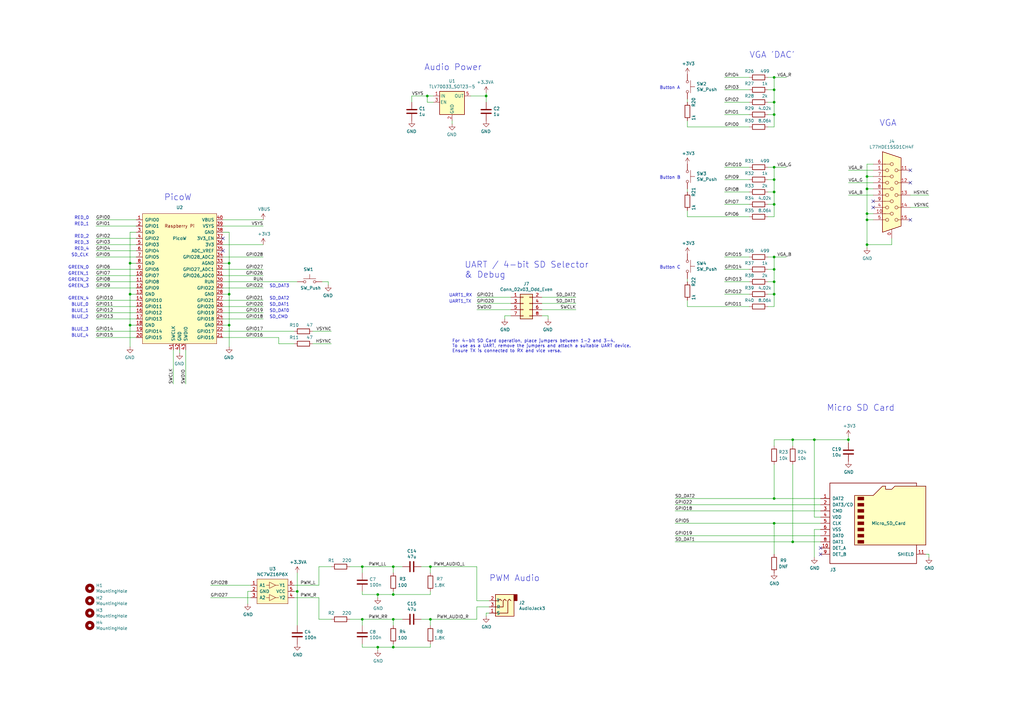
<source format=kicad_sch>
(kicad_sch (version 20211123) (generator eeschema)

  (uuid 7e7c068a-a341-4358-ab45-53bb7a793d6f)

  (paper "A3")

  (title_block
    (title "RPI-PWVSA    VGA, SD Card & Audio Demo Board for Pico W")
    (date "2022-01-20")
    (rev "REV2")
    (company "Raspberry Pi Ltd")
    (comment 1 "(c) 2022 Raspberry Pi Ltd")
  )

  (lib_symbols
    (symbol "Connector:DB15_Female_HighDensity_MountingHoles" (pin_names (offset 1.016) hide) (in_bom yes) (on_board yes)
      (property "Reference" "J" (id 0) (at 0 21.59 0)
        (effects (font (size 1.27 1.27)))
      )
      (property "Value" "DB15_Female_HighDensity_MountingHoles" (id 1) (at 0 19.05 0)
        (effects (font (size 1.27 1.27)))
      )
      (property "Footprint" "" (id 2) (at -24.13 10.16 0)
        (effects (font (size 1.27 1.27)) hide)
      )
      (property "Datasheet" " ~" (id 3) (at -24.13 10.16 0)
        (effects (font (size 1.27 1.27)) hide)
      )
      (property "ki_keywords" "connector db15 female D-SUB VGA" (id 4) (at 0 0 0)
        (effects (font (size 1.27 1.27)) hide)
      )
      (property "ki_description" "15-pin female D-SUB connector, High density (3 columns), Triple Row, Generic, VGA-connector, Mounting Hole" (id 5) (at 0 0 0)
        (effects (font (size 1.27 1.27)) hide)
      )
      (property "ki_fp_filters" "DSUB*Female*" (id 6) (at 0 0 0)
        (effects (font (size 1.27 1.27)) hide)
      )
      (symbol "DB15_Female_HighDensity_MountingHoles_0_1"
        (circle (center -1.905 -10.16) (radius 0.635)
          (stroke (width 0) (type default) (color 0 0 0 0))
          (fill (type none))
        )
        (circle (center -1.905 -5.08) (radius 0.635)
          (stroke (width 0) (type default) (color 0 0 0 0))
          (fill (type none))
        )
        (circle (center -1.905 0) (radius 0.635)
          (stroke (width 0) (type default) (color 0 0 0 0))
          (fill (type none))
        )
        (circle (center -1.905 5.08) (radius 0.635)
          (stroke (width 0) (type default) (color 0 0 0 0))
          (fill (type none))
        )
        (circle (center -1.905 10.16) (radius 0.635)
          (stroke (width 0) (type default) (color 0 0 0 0))
          (fill (type none))
        )
        (circle (center 0 -7.62) (radius 0.635)
          (stroke (width 0) (type default) (color 0 0 0 0))
          (fill (type none))
        )
        (circle (center 0 -2.54) (radius 0.635)
          (stroke (width 0) (type default) (color 0 0 0 0))
          (fill (type none))
        )
        (polyline
          (pts
            (xy -3.175 7.62)
            (xy -0.635 7.62)
          )
          (stroke (width 0) (type default) (color 0 0 0 0))
          (fill (type none))
        )
        (polyline
          (pts
            (xy -0.635 -7.62)
            (xy -3.175 -7.62)
          )
          (stroke (width 0) (type default) (color 0 0 0 0))
          (fill (type none))
        )
        (polyline
          (pts
            (xy -0.635 -2.54)
            (xy -3.175 -2.54)
          )
          (stroke (width 0) (type default) (color 0 0 0 0))
          (fill (type none))
        )
        (polyline
          (pts
            (xy -0.635 2.54)
            (xy -3.175 2.54)
          )
          (stroke (width 0) (type default) (color 0 0 0 0))
          (fill (type none))
        )
        (polyline
          (pts
            (xy -0.635 12.7)
            (xy -3.175 12.7)
          )
          (stroke (width 0) (type default) (color 0 0 0 0))
          (fill (type none))
        )
        (polyline
          (pts
            (xy -3.81 17.78)
            (xy -3.81 -15.24)
            (xy 3.81 -12.7)
            (xy 3.81 15.24)
            (xy -3.81 17.78)
          )
          (stroke (width 0.254) (type default) (color 0 0 0 0))
          (fill (type background))
        )
        (circle (center 0 2.54) (radius 0.635)
          (stroke (width 0) (type default) (color 0 0 0 0))
          (fill (type none))
        )
        (circle (center 0 7.62) (radius 0.635)
          (stroke (width 0) (type default) (color 0 0 0 0))
          (fill (type none))
        )
        (circle (center 0 12.7) (radius 0.635)
          (stroke (width 0) (type default) (color 0 0 0 0))
          (fill (type none))
        )
        (circle (center 1.905 -10.16) (radius 0.635)
          (stroke (width 0) (type default) (color 0 0 0 0))
          (fill (type none))
        )
        (circle (center 1.905 -5.08) (radius 0.635)
          (stroke (width 0) (type default) (color 0 0 0 0))
          (fill (type none))
        )
        (circle (center 1.905 0) (radius 0.635)
          (stroke (width 0) (type default) (color 0 0 0 0))
          (fill (type none))
        )
        (circle (center 1.905 5.08) (radius 0.635)
          (stroke (width 0) (type default) (color 0 0 0 0))
          (fill (type none))
        )
        (circle (center 1.905 10.16) (radius 0.635)
          (stroke (width 0) (type default) (color 0 0 0 0))
          (fill (type none))
        )
      )
      (symbol "DB15_Female_HighDensity_MountingHoles_1_1"
        (pin passive line (at 0 -17.78 90) (length 3.81)
          (name "~" (effects (font (size 1.27 1.27))))
          (number "0" (effects (font (size 1.27 1.27))))
        )
        (pin passive line (at -7.62 10.16 0) (length 5.08)
          (name "~" (effects (font (size 1.27 1.27))))
          (number "1" (effects (font (size 1.27 1.27))))
        )
        (pin passive line (at -7.62 -7.62 0) (length 5.08)
          (name "~" (effects (font (size 1.27 1.27))))
          (number "10" (effects (font (size 1.27 1.27))))
        )
        (pin passive line (at 7.62 10.16 180) (length 5.08)
          (name "~" (effects (font (size 1.27 1.27))))
          (number "11" (effects (font (size 1.27 1.27))))
        )
        (pin passive line (at 7.62 5.08 180) (length 5.08)
          (name "~" (effects (font (size 1.27 1.27))))
          (number "12" (effects (font (size 1.27 1.27))))
        )
        (pin passive line (at 7.62 0 180) (length 5.08)
          (name "~" (effects (font (size 1.27 1.27))))
          (number "13" (effects (font (size 1.27 1.27))))
        )
        (pin passive line (at 7.62 -5.08 180) (length 5.08)
          (name "~" (effects (font (size 1.27 1.27))))
          (number "14" (effects (font (size 1.27 1.27))))
        )
        (pin passive line (at 7.62 -10.16 180) (length 5.08)
          (name "~" (effects (font (size 1.27 1.27))))
          (number "15" (effects (font (size 1.27 1.27))))
        )
        (pin passive line (at -7.62 5.08 0) (length 5.08)
          (name "~" (effects (font (size 1.27 1.27))))
          (number "2" (effects (font (size 1.27 1.27))))
        )
        (pin passive line (at -7.62 0 0) (length 5.08)
          (name "~" (effects (font (size 1.27 1.27))))
          (number "3" (effects (font (size 1.27 1.27))))
        )
        (pin passive line (at -7.62 -5.08 0) (length 5.08)
          (name "~" (effects (font (size 1.27 1.27))))
          (number "4" (effects (font (size 1.27 1.27))))
        )
        (pin passive line (at -7.62 -10.16 0) (length 5.08)
          (name "~" (effects (font (size 1.27 1.27))))
          (number "5" (effects (font (size 1.27 1.27))))
        )
        (pin passive line (at -7.62 12.7 0) (length 5.08)
          (name "~" (effects (font (size 1.27 1.27))))
          (number "6" (effects (font (size 1.27 1.27))))
        )
        (pin passive line (at -7.62 7.62 0) (length 5.08)
          (name "~" (effects (font (size 1.27 1.27))))
          (number "7" (effects (font (size 1.27 1.27))))
        )
        (pin passive line (at -7.62 2.54 0) (length 5.08)
          (name "~" (effects (font (size 1.27 1.27))))
          (number "8" (effects (font (size 1.27 1.27))))
        )
        (pin passive line (at -7.62 -2.54 0) (length 5.08)
          (name "~" (effects (font (size 1.27 1.27))))
          (number "9" (effects (font (size 1.27 1.27))))
        )
      )
    )
    (symbol "Connector:Micro_SD_Card_Det" (pin_names (offset 1.016)) (in_bom yes) (on_board yes)
      (property "Reference" "J" (id 0) (at -16.51 17.78 0)
        (effects (font (size 1.27 1.27)))
      )
      (property "Value" "Micro_SD_Card_Det" (id 1) (at 16.51 17.78 0)
        (effects (font (size 1.27 1.27)) (justify right))
      )
      (property "Footprint" "" (id 2) (at 52.07 17.78 0)
        (effects (font (size 1.27 1.27)) hide)
      )
      (property "Datasheet" "https://www.hirose.com/product/en/download_file/key_name/DM3/category/Catalog/doc_file_id/49662/?file_category_id=4&item_id=195&is_series=1" (id 3) (at 0 2.54 0)
        (effects (font (size 1.27 1.27)) hide)
      )
      (property "ki_keywords" "connector SD microsd" (id 4) (at 0 0 0)
        (effects (font (size 1.27 1.27)) hide)
      )
      (property "ki_description" "Micro SD Card Socket with card detection pins" (id 5) (at 0 0 0)
        (effects (font (size 1.27 1.27)) hide)
      )
      (property "ki_fp_filters" "microSD*" (id 6) (at 0 0 0)
        (effects (font (size 1.27 1.27)) hide)
      )
      (symbol "Micro_SD_Card_Det_0_1"
        (rectangle (start -7.62 -6.985) (end -5.08 -8.255)
          (stroke (width 0) (type default) (color 0 0 0 0))
          (fill (type outline))
        )
        (rectangle (start -7.62 -4.445) (end -5.08 -5.715)
          (stroke (width 0) (type default) (color 0 0 0 0))
          (fill (type outline))
        )
        (rectangle (start -7.62 -1.905) (end -5.08 -3.175)
          (stroke (width 0) (type default) (color 0 0 0 0))
          (fill (type outline))
        )
        (rectangle (start -7.62 0.635) (end -5.08 -0.635)
          (stroke (width 0) (type default) (color 0 0 0 0))
          (fill (type outline))
        )
        (rectangle (start -7.62 3.175) (end -5.08 1.905)
          (stroke (width 0) (type default) (color 0 0 0 0))
          (fill (type outline))
        )
        (rectangle (start -7.62 5.715) (end -5.08 4.445)
          (stroke (width 0) (type default) (color 0 0 0 0))
          (fill (type outline))
        )
        (rectangle (start -7.62 8.255) (end -5.08 6.985)
          (stroke (width 0) (type default) (color 0 0 0 0))
          (fill (type outline))
        )
        (rectangle (start -7.62 10.795) (end -5.08 9.525)
          (stroke (width 0) (type default) (color 0 0 0 0))
          (fill (type outline))
        )
        (polyline
          (pts
            (xy 16.51 15.24)
            (xy 16.51 16.51)
            (xy -19.05 16.51)
            (xy -19.05 -16.51)
            (xy 16.51 -16.51)
            (xy 16.51 -8.89)
          )
          (stroke (width 0.254) (type default) (color 0 0 0 0))
          (fill (type none))
        )
        (polyline
          (pts
            (xy -8.89 -8.89)
            (xy -8.89 11.43)
            (xy -1.27 11.43)
            (xy 2.54 15.24)
            (xy 3.81 15.24)
            (xy 3.81 13.97)
            (xy 6.35 13.97)
            (xy 7.62 15.24)
            (xy 20.32 15.24)
            (xy 20.32 -8.89)
            (xy -8.89 -8.89)
          )
          (stroke (width 0.254) (type default) (color 0 0 0 0))
          (fill (type background))
        )
      )
      (symbol "Micro_SD_Card_Det_1_1"
        (pin bidirectional line (at -22.86 10.16 0) (length 3.81)
          (name "DAT2" (effects (font (size 1.27 1.27))))
          (number "1" (effects (font (size 1.27 1.27))))
        )
        (pin passive line (at -22.86 -10.16 0) (length 3.81)
          (name "DET_A" (effects (font (size 1.27 1.27))))
          (number "10" (effects (font (size 1.27 1.27))))
        )
        (pin passive line (at 20.32 -12.7 180) (length 3.81)
          (name "SHIELD" (effects (font (size 1.27 1.27))))
          (number "11" (effects (font (size 1.27 1.27))))
        )
        (pin bidirectional line (at -22.86 7.62 0) (length 3.81)
          (name "DAT3/CD" (effects (font (size 1.27 1.27))))
          (number "2" (effects (font (size 1.27 1.27))))
        )
        (pin input line (at -22.86 5.08 0) (length 3.81)
          (name "CMD" (effects (font (size 1.27 1.27))))
          (number "3" (effects (font (size 1.27 1.27))))
        )
        (pin power_in line (at -22.86 2.54 0) (length 3.81)
          (name "VDD" (effects (font (size 1.27 1.27))))
          (number "4" (effects (font (size 1.27 1.27))))
        )
        (pin input line (at -22.86 0 0) (length 3.81)
          (name "CLK" (effects (font (size 1.27 1.27))))
          (number "5" (effects (font (size 1.27 1.27))))
        )
        (pin power_in line (at -22.86 -2.54 0) (length 3.81)
          (name "VSS" (effects (font (size 1.27 1.27))))
          (number "6" (effects (font (size 1.27 1.27))))
        )
        (pin bidirectional line (at -22.86 -5.08 0) (length 3.81)
          (name "DAT0" (effects (font (size 1.27 1.27))))
          (number "7" (effects (font (size 1.27 1.27))))
        )
        (pin bidirectional line (at -22.86 -7.62 0) (length 3.81)
          (name "DAT1" (effects (font (size 1.27 1.27))))
          (number "8" (effects (font (size 1.27 1.27))))
        )
        (pin passive line (at -22.86 -12.7 0) (length 3.81)
          (name "DET_B" (effects (font (size 1.27 1.27))))
          (number "9" (effects (font (size 1.27 1.27))))
        )
      )
    )
    (symbol "Connector_Generic:Conn_02x04_Odd_Even" (pin_names (offset 1.016) hide) (in_bom yes) (on_board yes)
      (property "Reference" "J" (id 0) (at 1.27 5.08 0)
        (effects (font (size 1.27 1.27)))
      )
      (property "Value" "Conn_02x04_Odd_Even" (id 1) (at 1.27 -7.62 0)
        (effects (font (size 1.27 1.27)))
      )
      (property "Footprint" "" (id 2) (at 0 0 0)
        (effects (font (size 1.27 1.27)) hide)
      )
      (property "Datasheet" "~" (id 3) (at 0 0 0)
        (effects (font (size 1.27 1.27)) hide)
      )
      (property "ki_keywords" "connector" (id 4) (at 0 0 0)
        (effects (font (size 1.27 1.27)) hide)
      )
      (property "ki_description" "Generic connector, double row, 02x04, odd/even pin numbering scheme (row 1 odd numbers, row 2 even numbers), script generated (kicad-library-utils/schlib/autogen/connector/)" (id 5) (at 0 0 0)
        (effects (font (size 1.27 1.27)) hide)
      )
      (property "ki_fp_filters" "Connector*:*_2x??_*" (id 6) (at 0 0 0)
        (effects (font (size 1.27 1.27)) hide)
      )
      (symbol "Conn_02x04_Odd_Even_1_1"
        (rectangle (start -1.27 -4.953) (end 0 -5.207)
          (stroke (width 0.1524) (type default) (color 0 0 0 0))
          (fill (type none))
        )
        (rectangle (start -1.27 -2.413) (end 0 -2.667)
          (stroke (width 0.1524) (type default) (color 0 0 0 0))
          (fill (type none))
        )
        (rectangle (start -1.27 0.127) (end 0 -0.127)
          (stroke (width 0.1524) (type default) (color 0 0 0 0))
          (fill (type none))
        )
        (rectangle (start -1.27 2.667) (end 0 2.413)
          (stroke (width 0.1524) (type default) (color 0 0 0 0))
          (fill (type none))
        )
        (rectangle (start -1.27 3.81) (end 3.81 -6.35)
          (stroke (width 0.254) (type default) (color 0 0 0 0))
          (fill (type background))
        )
        (rectangle (start 3.81 -4.953) (end 2.54 -5.207)
          (stroke (width 0.1524) (type default) (color 0 0 0 0))
          (fill (type none))
        )
        (rectangle (start 3.81 -2.413) (end 2.54 -2.667)
          (stroke (width 0.1524) (type default) (color 0 0 0 0))
          (fill (type none))
        )
        (rectangle (start 3.81 0.127) (end 2.54 -0.127)
          (stroke (width 0.1524) (type default) (color 0 0 0 0))
          (fill (type none))
        )
        (rectangle (start 3.81 2.667) (end 2.54 2.413)
          (stroke (width 0.1524) (type default) (color 0 0 0 0))
          (fill (type none))
        )
        (pin passive line (at -5.08 2.54 0) (length 3.81)
          (name "Pin_1" (effects (font (size 1.27 1.27))))
          (number "1" (effects (font (size 1.27 1.27))))
        )
        (pin passive line (at 7.62 2.54 180) (length 3.81)
          (name "Pin_2" (effects (font (size 1.27 1.27))))
          (number "2" (effects (font (size 1.27 1.27))))
        )
        (pin passive line (at -5.08 0 0) (length 3.81)
          (name "Pin_3" (effects (font (size 1.27 1.27))))
          (number "3" (effects (font (size 1.27 1.27))))
        )
        (pin passive line (at 7.62 0 180) (length 3.81)
          (name "Pin_4" (effects (font (size 1.27 1.27))))
          (number "4" (effects (font (size 1.27 1.27))))
        )
        (pin passive line (at -5.08 -2.54 0) (length 3.81)
          (name "Pin_5" (effects (font (size 1.27 1.27))))
          (number "5" (effects (font (size 1.27 1.27))))
        )
        (pin passive line (at 7.62 -2.54 180) (length 3.81)
          (name "Pin_6" (effects (font (size 1.27 1.27))))
          (number "6" (effects (font (size 1.27 1.27))))
        )
        (pin passive line (at -5.08 -5.08 0) (length 3.81)
          (name "Pin_7" (effects (font (size 1.27 1.27))))
          (number "7" (effects (font (size 1.27 1.27))))
        )
        (pin passive line (at 7.62 -5.08 180) (length 3.81)
          (name "Pin_8" (effects (font (size 1.27 1.27))))
          (number "8" (effects (font (size 1.27 1.27))))
        )
      )
    )
    (symbol "Device:C" (pin_numbers hide) (pin_names (offset 0.254)) (in_bom yes) (on_board yes)
      (property "Reference" "C" (id 0) (at 0.635 2.54 0)
        (effects (font (size 1.27 1.27)) (justify left))
      )
      (property "Value" "C" (id 1) (at 0.635 -2.54 0)
        (effects (font (size 1.27 1.27)) (justify left))
      )
      (property "Footprint" "" (id 2) (at 0.9652 -3.81 0)
        (effects (font (size 1.27 1.27)) hide)
      )
      (property "Datasheet" "~" (id 3) (at 0 0 0)
        (effects (font (size 1.27 1.27)) hide)
      )
      (property "ki_keywords" "cap capacitor" (id 4) (at 0 0 0)
        (effects (font (size 1.27 1.27)) hide)
      )
      (property "ki_description" "Unpolarized capacitor" (id 5) (at 0 0 0)
        (effects (font (size 1.27 1.27)) hide)
      )
      (property "ki_fp_filters" "C_*" (id 6) (at 0 0 0)
        (effects (font (size 1.27 1.27)) hide)
      )
      (symbol "C_0_1"
        (polyline
          (pts
            (xy -2.032 -0.762)
            (xy 2.032 -0.762)
          )
          (stroke (width 0.508) (type default) (color 0 0 0 0))
          (fill (type none))
        )
        (polyline
          (pts
            (xy -2.032 0.762)
            (xy 2.032 0.762)
          )
          (stroke (width 0.508) (type default) (color 0 0 0 0))
          (fill (type none))
        )
      )
      (symbol "C_1_1"
        (pin passive line (at 0 3.81 270) (length 2.794)
          (name "~" (effects (font (size 1.27 1.27))))
          (number "1" (effects (font (size 1.27 1.27))))
        )
        (pin passive line (at 0 -3.81 90) (length 2.794)
          (name "~" (effects (font (size 1.27 1.27))))
          (number "2" (effects (font (size 1.27 1.27))))
        )
      )
    )
    (symbol "Device:R" (pin_numbers hide) (pin_names (offset 0)) (in_bom yes) (on_board yes)
      (property "Reference" "R" (id 0) (at 2.032 0 90)
        (effects (font (size 1.27 1.27)))
      )
      (property "Value" "R" (id 1) (at 0 0 90)
        (effects (font (size 1.27 1.27)))
      )
      (property "Footprint" "" (id 2) (at -1.778 0 90)
        (effects (font (size 1.27 1.27)) hide)
      )
      (property "Datasheet" "~" (id 3) (at 0 0 0)
        (effects (font (size 1.27 1.27)) hide)
      )
      (property "ki_keywords" "R res resistor" (id 4) (at 0 0 0)
        (effects (font (size 1.27 1.27)) hide)
      )
      (property "ki_description" "Resistor" (id 5) (at 0 0 0)
        (effects (font (size 1.27 1.27)) hide)
      )
      (property "ki_fp_filters" "R_*" (id 6) (at 0 0 0)
        (effects (font (size 1.27 1.27)) hide)
      )
      (symbol "R_0_1"
        (rectangle (start -1.016 -2.54) (end 1.016 2.54)
          (stroke (width 0.254) (type default) (color 0 0 0 0))
          (fill (type none))
        )
      )
      (symbol "R_1_1"
        (pin passive line (at 0 3.81 270) (length 1.27)
          (name "~" (effects (font (size 1.27 1.27))))
          (number "1" (effects (font (size 1.27 1.27))))
        )
        (pin passive line (at 0 -3.81 90) (length 1.27)
          (name "~" (effects (font (size 1.27 1.27))))
          (number "2" (effects (font (size 1.27 1.27))))
        )
      )
    )
    (symbol "Mechanical:MountingHole" (pin_names (offset 1.016)) (in_bom yes) (on_board yes)
      (property "Reference" "H" (id 0) (at 0 5.08 0)
        (effects (font (size 1.27 1.27)))
      )
      (property "Value" "MountingHole" (id 1) (at 0 3.175 0)
        (effects (font (size 1.27 1.27)))
      )
      (property "Footprint" "" (id 2) (at 0 0 0)
        (effects (font (size 1.27 1.27)) hide)
      )
      (property "Datasheet" "~" (id 3) (at 0 0 0)
        (effects (font (size 1.27 1.27)) hide)
      )
      (property "ki_keywords" "mounting hole" (id 4) (at 0 0 0)
        (effects (font (size 1.27 1.27)) hide)
      )
      (property "ki_description" "Mounting Hole without connection" (id 5) (at 0 0 0)
        (effects (font (size 1.27 1.27)) hide)
      )
      (property "ki_fp_filters" "MountingHole*" (id 6) (at 0 0 0)
        (effects (font (size 1.27 1.27)) hide)
      )
      (symbol "MountingHole_0_1"
        (circle (center 0 0) (radius 1.27)
          (stroke (width 1.27) (type default) (color 0 0 0 0))
          (fill (type none))
        )
      )
    )
    (symbol "RPi_Pico:AudioJack-CUI-SJ-3523-SMT" (in_bom yes) (on_board yes)
      (property "Reference" "J" (id 0) (at 0 8.89 0)
        (effects (font (size 1.27 1.27)))
      )
      (property "Value" "AudioJack-CUI-SJ-3523-SMT" (id 1) (at 0 6.35 0)
        (effects (font (size 1.27 1.27)))
      )
      (property "Footprint" "RPi_Pico:CUI_SJ-3523-audio-jack" (id 2) (at 2.54 -6.35 0)
        (effects (font (size 1.27 1.27)) hide)
      )
      (property "Datasheet" "" (id 3) (at 0 0 0)
        (effects (font (size 1.27 1.27)) hide)
      )
      (property "ki_fp_filters" "Jack*" (id 4) (at 0 0 0)
        (effects (font (size 1.27 1.27)) hide)
      )
      (symbol "AudioJack-CUI-SJ-3523-SMT_0_1"
        (rectangle (start -5.08 -5.08) (end -6.35 -2.54)
          (stroke (width 0.254) (type default) (color 0 0 0 0))
          (fill (type outline))
        )
        (polyline
          (pts
            (xy 0 -2.54)
            (xy 0.635 -3.175)
            (xy 1.27 -2.54)
            (xy 2.54 -2.54)
          )
          (stroke (width 0.254) (type default) (color 0 0 0 0))
          (fill (type none))
        )
        (polyline
          (pts
            (xy -1.905 -2.54)
            (xy -1.27 -3.175)
            (xy -0.635 -2.54)
            (xy -0.635 0)
            (xy 2.54 0)
          )
          (stroke (width 0.254) (type default) (color 0 0 0 0))
          (fill (type none))
        )
        (polyline
          (pts
            (xy 2.54 2.54)
            (xy -2.54 2.54)
            (xy -2.54 -2.54)
            (xy -3.175 -3.175)
            (xy -3.81 -2.54)
          )
          (stroke (width 0.254) (type default) (color 0 0 0 0))
          (fill (type none))
        )
        (rectangle (start 2.54 3.81) (end -5.08 -5.08)
          (stroke (width 0.254) (type default) (color 0 0 0 0))
          (fill (type background))
        )
      )
      (symbol "AudioJack-CUI-SJ-3523-SMT_1_1"
        (pin passive line (at 5.08 2.54 180) (length 2.54)
          (name "S" (effects (font (size 1.27 1.27))))
          (number "1" (effects (font (size 1.27 1.27))))
        )
        (pin passive line (at 5.08 -2.54 180) (length 2.54)
          (name "T" (effects (font (size 1.27 1.27))))
          (number "2" (effects (font (size 1.27 1.27))))
        )
        (pin passive line (at 5.08 0 180) (length 2.54)
          (name "R" (effects (font (size 1.27 1.27))))
          (number "3" (effects (font (size 1.27 1.27))))
        )
      )
    )
    (symbol "RPi_Pico:NC7WZ16P6X" (pin_names (offset 1.016)) (in_bom yes) (on_board yes)
      (property "Reference" "U" (id 0) (at -5.08 6.35 0)
        (effects (font (size 1.27 1.27)))
      )
      (property "Value" "NC7WZ16P6X" (id 1) (at 0 -6.35 0)
        (effects (font (size 1.27 1.27)))
      )
      (property "Footprint" "Package_TO_SOT_SMD:SOT-363_SC-70-6" (id 2) (at 0 -8.89 0)
        (effects (font (size 1.27 1.27)) hide)
      )
      (property "Datasheet" "" (id 3) (at 0 0 0)
        (effects (font (size 1.27 1.27)) hide)
      )
      (symbol "NC7WZ16P6X_0_1"
        (rectangle (start -6.35 5.08) (end 6.35 -5.08)
          (stroke (width 0) (type default) (color 0 0 0 0))
          (fill (type background))
        )
        (polyline
          (pts
            (xy 1.27 -2.54)
            (xy 2.54 -2.54)
          )
          (stroke (width 0) (type default) (color 0 0 0 0))
          (fill (type none))
        )
        (polyline
          (pts
            (xy 1.27 2.54)
            (xy 2.54 2.54)
          )
          (stroke (width 0) (type default) (color 0 0 0 0))
          (fill (type none))
        )
        (polyline
          (pts
            (xy -2.54 -2.54)
            (xy -1.27 -2.54)
            (xy -1.27 -1.27)
            (xy 1.27 -2.54)
            (xy -1.27 -3.81)
            (xy -1.27 -2.54)
          )
          (stroke (width 0) (type default) (color 0 0 0 0))
          (fill (type none))
        )
        (polyline
          (pts
            (xy -2.54 2.54)
            (xy -1.27 2.54)
            (xy -1.27 3.81)
            (xy 1.27 2.54)
            (xy -1.27 1.27)
            (xy -1.27 2.54)
            (xy -2.54 2.54)
          )
          (stroke (width 0) (type default) (color 0 0 0 0))
          (fill (type none))
        )
      )
      (symbol "NC7WZ16P6X_1_1"
        (pin input line (at -8.89 2.54 0) (length 2.54)
          (name "A1" (effects (font (size 1.27 1.27))))
          (number "1" (effects (font (size 1.27 1.27))))
        )
        (pin power_in line (at -8.89 0 0) (length 2.54)
          (name "GND" (effects (font (size 1.27 1.27))))
          (number "2" (effects (font (size 1.27 1.27))))
        )
        (pin input line (at -8.89 -2.54 0) (length 2.54)
          (name "A2" (effects (font (size 1.27 1.27))))
          (number "3" (effects (font (size 1.27 1.27))))
        )
        (pin output line (at 8.89 -2.54 180) (length 2.54)
          (name "Y2" (effects (font (size 1.27 1.27))))
          (number "4" (effects (font (size 1.27 1.27))))
        )
        (pin power_in line (at 8.89 0 180) (length 2.54)
          (name "VCC" (effects (font (size 1.27 1.27))))
          (number "5" (effects (font (size 1.27 1.27))))
        )
        (pin output line (at 8.89 2.54 180) (length 2.54)
          (name "Y1" (effects (font (size 1.27 1.27))))
          (number "6" (effects (font (size 1.27 1.27))))
        )
      )
    )
    (symbol "RPi_Pico:PicoW" (pin_names (offset 1.016)) (in_bom yes) (on_board yes)
      (property "Reference" "U" (id 0) (at -13.97 27.94 0)
        (effects (font (size 1.27 1.27)))
      )
      (property "Value" "PicoW" (id 1) (at 0 19.05 0)
        (effects (font (size 1.27 1.27)))
      )
      (property "Footprint" "RPi_PicoW:RPi_Pico_SMD_TH" (id 2) (at 0 0 90)
        (effects (font (size 1.27 1.27)) hide)
      )
      (property "Datasheet" "" (id 3) (at 0 0 0)
        (effects (font (size 1.27 1.27)) hide)
      )
      (symbol "PicoW_0_0"
        (text "Raspberry Pi" (at 0 21.59 0)
          (effects (font (size 1.27 1.27)))
        )
      )
      (symbol "PicoW_0_1"
        (rectangle (start -15.24 26.67) (end 15.24 -26.67)
          (stroke (width 0) (type default) (color 0 0 0 0))
          (fill (type background))
        )
      )
      (symbol "PicoW_1_1"
        (pin bidirectional line (at -17.78 24.13 0) (length 2.54)
          (name "GPIO0" (effects (font (size 1.27 1.27))))
          (number "1" (effects (font (size 1.27 1.27))))
        )
        (pin bidirectional line (at -17.78 1.27 0) (length 2.54)
          (name "GPIO7" (effects (font (size 1.27 1.27))))
          (number "10" (effects (font (size 1.27 1.27))))
        )
        (pin bidirectional line (at -17.78 -1.27 0) (length 2.54)
          (name "GPIO8" (effects (font (size 1.27 1.27))))
          (number "11" (effects (font (size 1.27 1.27))))
        )
        (pin bidirectional line (at -17.78 -3.81 0) (length 2.54)
          (name "GPIO9" (effects (font (size 1.27 1.27))))
          (number "12" (effects (font (size 1.27 1.27))))
        )
        (pin power_in line (at -17.78 -6.35 0) (length 2.54)
          (name "GND" (effects (font (size 1.27 1.27))))
          (number "13" (effects (font (size 1.27 1.27))))
        )
        (pin bidirectional line (at -17.78 -8.89 0) (length 2.54)
          (name "GPIO10" (effects (font (size 1.27 1.27))))
          (number "14" (effects (font (size 1.27 1.27))))
        )
        (pin bidirectional line (at -17.78 -11.43 0) (length 2.54)
          (name "GPIO11" (effects (font (size 1.27 1.27))))
          (number "15" (effects (font (size 1.27 1.27))))
        )
        (pin bidirectional line (at -17.78 -13.97 0) (length 2.54)
          (name "GPIO12" (effects (font (size 1.27 1.27))))
          (number "16" (effects (font (size 1.27 1.27))))
        )
        (pin bidirectional line (at -17.78 -16.51 0) (length 2.54)
          (name "GPIO13" (effects (font (size 1.27 1.27))))
          (number "17" (effects (font (size 1.27 1.27))))
        )
        (pin power_in line (at -17.78 -19.05 0) (length 2.54)
          (name "GND" (effects (font (size 1.27 1.27))))
          (number "18" (effects (font (size 1.27 1.27))))
        )
        (pin bidirectional line (at -17.78 -21.59 0) (length 2.54)
          (name "GPIO14" (effects (font (size 1.27 1.27))))
          (number "19" (effects (font (size 1.27 1.27))))
        )
        (pin bidirectional line (at -17.78 21.59 0) (length 2.54)
          (name "GPIO1" (effects (font (size 1.27 1.27))))
          (number "2" (effects (font (size 1.27 1.27))))
        )
        (pin bidirectional line (at -17.78 -24.13 0) (length 2.54)
          (name "GPIO15" (effects (font (size 1.27 1.27))))
          (number "20" (effects (font (size 1.27 1.27))))
        )
        (pin bidirectional line (at 17.78 -24.13 180) (length 2.54)
          (name "GPIO16" (effects (font (size 1.27 1.27))))
          (number "21" (effects (font (size 1.27 1.27))))
        )
        (pin bidirectional line (at 17.78 -21.59 180) (length 2.54)
          (name "GPIO17" (effects (font (size 1.27 1.27))))
          (number "22" (effects (font (size 1.27 1.27))))
        )
        (pin power_in line (at 17.78 -19.05 180) (length 2.54)
          (name "GND" (effects (font (size 1.27 1.27))))
          (number "23" (effects (font (size 1.27 1.27))))
        )
        (pin bidirectional line (at 17.78 -16.51 180) (length 2.54)
          (name "GPIO18" (effects (font (size 1.27 1.27))))
          (number "24" (effects (font (size 1.27 1.27))))
        )
        (pin bidirectional line (at 17.78 -13.97 180) (length 2.54)
          (name "GPIO19" (effects (font (size 1.27 1.27))))
          (number "25" (effects (font (size 1.27 1.27))))
        )
        (pin bidirectional line (at 17.78 -11.43 180) (length 2.54)
          (name "GPIO20" (effects (font (size 1.27 1.27))))
          (number "26" (effects (font (size 1.27 1.27))))
        )
        (pin bidirectional line (at 17.78 -8.89 180) (length 2.54)
          (name "GPIO21" (effects (font (size 1.27 1.27))))
          (number "27" (effects (font (size 1.27 1.27))))
        )
        (pin power_in line (at 17.78 -6.35 180) (length 2.54)
          (name "GND" (effects (font (size 1.27 1.27))))
          (number "28" (effects (font (size 1.27 1.27))))
        )
        (pin bidirectional line (at 17.78 -3.81 180) (length 2.54)
          (name "GPIO22" (effects (font (size 1.27 1.27))))
          (number "29" (effects (font (size 1.27 1.27))))
        )
        (pin power_in line (at -17.78 19.05 0) (length 2.54)
          (name "GND" (effects (font (size 1.27 1.27))))
          (number "3" (effects (font (size 1.27 1.27))))
        )
        (pin input line (at 17.78 -1.27 180) (length 2.54)
          (name "RUN" (effects (font (size 1.27 1.27))))
          (number "30" (effects (font (size 1.27 1.27))))
        )
        (pin bidirectional line (at 17.78 1.27 180) (length 2.54)
          (name "GPIO26_ADC0" (effects (font (size 1.27 1.27))))
          (number "31" (effects (font (size 1.27 1.27))))
        )
        (pin bidirectional line (at 17.78 3.81 180) (length 2.54)
          (name "GPIO27_ADC1" (effects (font (size 1.27 1.27))))
          (number "32" (effects (font (size 1.27 1.27))))
        )
        (pin power_in line (at 17.78 6.35 180) (length 2.54)
          (name "AGND" (effects (font (size 1.27 1.27))))
          (number "33" (effects (font (size 1.27 1.27))))
        )
        (pin bidirectional line (at 17.78 8.89 180) (length 2.54)
          (name "GPIO28_ADC2" (effects (font (size 1.27 1.27))))
          (number "34" (effects (font (size 1.27 1.27))))
        )
        (pin unspecified line (at 17.78 11.43 180) (length 2.54)
          (name "ADC_VREF" (effects (font (size 1.27 1.27))))
          (number "35" (effects (font (size 1.27 1.27))))
        )
        (pin unspecified line (at 17.78 13.97 180) (length 2.54)
          (name "3V3" (effects (font (size 1.27 1.27))))
          (number "36" (effects (font (size 1.27 1.27))))
        )
        (pin input line (at 17.78 16.51 180) (length 2.54)
          (name "3V3_EN" (effects (font (size 1.27 1.27))))
          (number "37" (effects (font (size 1.27 1.27))))
        )
        (pin bidirectional line (at 17.78 19.05 180) (length 2.54)
          (name "GND" (effects (font (size 1.27 1.27))))
          (number "38" (effects (font (size 1.27 1.27))))
        )
        (pin unspecified line (at 17.78 21.59 180) (length 2.54)
          (name "VSYS" (effects (font (size 1.27 1.27))))
          (number "39" (effects (font (size 1.27 1.27))))
        )
        (pin bidirectional line (at -17.78 16.51 0) (length 2.54)
          (name "GPIO2" (effects (font (size 1.27 1.27))))
          (number "4" (effects (font (size 1.27 1.27))))
        )
        (pin unspecified line (at 17.78 24.13 180) (length 2.54)
          (name "VBUS" (effects (font (size 1.27 1.27))))
          (number "40" (effects (font (size 1.27 1.27))))
        )
        (pin input line (at -2.54 -29.21 90) (length 2.54)
          (name "SWCLK" (effects (font (size 1.27 1.27))))
          (number "41" (effects (font (size 1.27 1.27))))
        )
        (pin power_in line (at 0 -29.21 90) (length 2.54)
          (name "GND" (effects (font (size 1.27 1.27))))
          (number "42" (effects (font (size 1.27 1.27))))
        )
        (pin bidirectional line (at 2.54 -29.21 90) (length 2.54)
          (name "SWDIO" (effects (font (size 1.27 1.27))))
          (number "43" (effects (font (size 1.27 1.27))))
        )
        (pin bidirectional line (at -17.78 13.97 0) (length 2.54)
          (name "GPIO3" (effects (font (size 1.27 1.27))))
          (number "5" (effects (font (size 1.27 1.27))))
        )
        (pin bidirectional line (at -17.78 11.43 0) (length 2.54)
          (name "GPIO4" (effects (font (size 1.27 1.27))))
          (number "6" (effects (font (size 1.27 1.27))))
        )
        (pin bidirectional line (at -17.78 8.89 0) (length 2.54)
          (name "GPIO5" (effects (font (size 1.27 1.27))))
          (number "7" (effects (font (size 1.27 1.27))))
        )
        (pin power_in line (at -17.78 6.35 0) (length 2.54)
          (name "GND" (effects (font (size 1.27 1.27))))
          (number "8" (effects (font (size 1.27 1.27))))
        )
        (pin bidirectional line (at -17.78 3.81 0) (length 2.54)
          (name "GPIO6" (effects (font (size 1.27 1.27))))
          (number "9" (effects (font (size 1.27 1.27))))
        )
      )
    )
    (symbol "Regulator_Linear:TLV70033_SOT23-5" (pin_names (offset 0.254)) (in_bom yes) (on_board yes)
      (property "Reference" "U" (id 0) (at -3.81 5.715 0)
        (effects (font (size 1.27 1.27)))
      )
      (property "Value" "TLV70033_SOT23-5" (id 1) (at 0 5.715 0)
        (effects (font (size 1.27 1.27)) (justify left))
      )
      (property "Footprint" "Package_TO_SOT_SMD:SOT-23-5" (id 2) (at 0 8.255 0)
        (effects (font (size 1.27 1.27) italic) hide)
      )
      (property "Datasheet" "http://www.ti.com/lit/ds/symlink/tlv700.pdf" (id 3) (at 0 1.27 0)
        (effects (font (size 1.27 1.27)) hide)
      )
      (property "ki_keywords" "200mA LDO Regulator Fixed Positive" (id 4) (at 0 0 0)
        (effects (font (size 1.27 1.27)) hide)
      )
      (property "ki_description" "200mA Low Dropout Voltage Regulator, Fixed Output 3.3V, SOT-23-5" (id 5) (at 0 0 0)
        (effects (font (size 1.27 1.27)) hide)
      )
      (property "ki_fp_filters" "SOT?23*" (id 6) (at 0 0 0)
        (effects (font (size 1.27 1.27)) hide)
      )
      (symbol "TLV70033_SOT23-5_0_1"
        (rectangle (start -5.08 4.445) (end 5.08 -5.08)
          (stroke (width 0.254) (type default) (color 0 0 0 0))
          (fill (type background))
        )
      )
      (symbol "TLV70033_SOT23-5_1_1"
        (pin power_in line (at -7.62 2.54 0) (length 2.54)
          (name "IN" (effects (font (size 1.27 1.27))))
          (number "1" (effects (font (size 1.27 1.27))))
        )
        (pin power_in line (at 0 -7.62 90) (length 2.54)
          (name "GND" (effects (font (size 1.27 1.27))))
          (number "2" (effects (font (size 1.27 1.27))))
        )
        (pin input line (at -7.62 0 0) (length 2.54)
          (name "EN" (effects (font (size 1.27 1.27))))
          (number "3" (effects (font (size 1.27 1.27))))
        )
        (pin no_connect line (at 5.08 0 180) (length 2.54) hide
          (name "NC" (effects (font (size 1.27 1.27))))
          (number "4" (effects (font (size 1.27 1.27))))
        )
        (pin power_out line (at 7.62 2.54 180) (length 2.54)
          (name "OUT" (effects (font (size 1.27 1.27))))
          (number "5" (effects (font (size 1.27 1.27))))
        )
      )
    )
    (symbol "Switch:SW_Push" (pin_numbers hide) (pin_names (offset 1.016) hide) (in_bom yes) (on_board yes)
      (property "Reference" "SW" (id 0) (at 1.27 2.54 0)
        (effects (font (size 1.27 1.27)) (justify left))
      )
      (property "Value" "SW_Push" (id 1) (at 0 -1.524 0)
        (effects (font (size 1.27 1.27)))
      )
      (property "Footprint" "" (id 2) (at 0 5.08 0)
        (effects (font (size 1.27 1.27)) hide)
      )
      (property "Datasheet" "~" (id 3) (at 0 5.08 0)
        (effects (font (size 1.27 1.27)) hide)
      )
      (property "ki_keywords" "switch normally-open pushbutton push-button" (id 4) (at 0 0 0)
        (effects (font (size 1.27 1.27)) hide)
      )
      (property "ki_description" "Push button switch, generic, two pins" (id 5) (at 0 0 0)
        (effects (font (size 1.27 1.27)) hide)
      )
      (symbol "SW_Push_0_1"
        (circle (center -2.032 0) (radius 0.508)
          (stroke (width 0) (type default) (color 0 0 0 0))
          (fill (type none))
        )
        (polyline
          (pts
            (xy 0 1.27)
            (xy 0 3.048)
          )
          (stroke (width 0) (type default) (color 0 0 0 0))
          (fill (type none))
        )
        (polyline
          (pts
            (xy 2.54 1.27)
            (xy -2.54 1.27)
          )
          (stroke (width 0) (type default) (color 0 0 0 0))
          (fill (type none))
        )
        (circle (center 2.032 0) (radius 0.508)
          (stroke (width 0) (type default) (color 0 0 0 0))
          (fill (type none))
        )
        (pin passive line (at -5.08 0 0) (length 2.54)
          (name "1" (effects (font (size 1.27 1.27))))
          (number "1" (effects (font (size 1.27 1.27))))
        )
        (pin passive line (at 5.08 0 180) (length 2.54)
          (name "2" (effects (font (size 1.27 1.27))))
          (number "2" (effects (font (size 1.27 1.27))))
        )
      )
    )
    (symbol "power:+3.3V" (power) (pin_names (offset 0)) (in_bom yes) (on_board yes)
      (property "Reference" "#PWR" (id 0) (at 0 -3.81 0)
        (effects (font (size 1.27 1.27)) hide)
      )
      (property "Value" "+3.3V" (id 1) (at 0 3.556 0)
        (effects (font (size 1.27 1.27)))
      )
      (property "Footprint" "" (id 2) (at 0 0 0)
        (effects (font (size 1.27 1.27)) hide)
      )
      (property "Datasheet" "" (id 3) (at 0 0 0)
        (effects (font (size 1.27 1.27)) hide)
      )
      (property "ki_keywords" "power-flag" (id 4) (at 0 0 0)
        (effects (font (size 1.27 1.27)) hide)
      )
      (property "ki_description" "Power symbol creates a global label with name \"+3.3V\"" (id 5) (at 0 0 0)
        (effects (font (size 1.27 1.27)) hide)
      )
      (symbol "+3.3V_0_1"
        (polyline
          (pts
            (xy -0.762 1.27)
            (xy 0 2.54)
          )
          (stroke (width 0) (type default) (color 0 0 0 0))
          (fill (type none))
        )
        (polyline
          (pts
            (xy 0 0)
            (xy 0 2.54)
          )
          (stroke (width 0) (type default) (color 0 0 0 0))
          (fill (type none))
        )
        (polyline
          (pts
            (xy 0 2.54)
            (xy 0.762 1.27)
          )
          (stroke (width 0) (type default) (color 0 0 0 0))
          (fill (type none))
        )
      )
      (symbol "+3.3V_1_1"
        (pin power_in line (at 0 0 90) (length 0) hide
          (name "+3V3" (effects (font (size 1.27 1.27))))
          (number "1" (effects (font (size 1.27 1.27))))
        )
      )
    )
    (symbol "power:+3.3VA" (power) (pin_names (offset 0)) (in_bom yes) (on_board yes)
      (property "Reference" "#PWR" (id 0) (at 0 -3.81 0)
        (effects (font (size 1.27 1.27)) hide)
      )
      (property "Value" "+3.3VA" (id 1) (at 0 3.556 0)
        (effects (font (size 1.27 1.27)))
      )
      (property "Footprint" "" (id 2) (at 0 0 0)
        (effects (font (size 1.27 1.27)) hide)
      )
      (property "Datasheet" "" (id 3) (at 0 0 0)
        (effects (font (size 1.27 1.27)) hide)
      )
      (property "ki_keywords" "power-flag" (id 4) (at 0 0 0)
        (effects (font (size 1.27 1.27)) hide)
      )
      (property "ki_description" "Power symbol creates a global label with name \"+3.3VA\"" (id 5) (at 0 0 0)
        (effects (font (size 1.27 1.27)) hide)
      )
      (symbol "+3.3VA_0_1"
        (polyline
          (pts
            (xy -0.762 1.27)
            (xy 0 2.54)
          )
          (stroke (width 0) (type default) (color 0 0 0 0))
          (fill (type none))
        )
        (polyline
          (pts
            (xy 0 0)
            (xy 0 2.54)
          )
          (stroke (width 0) (type default) (color 0 0 0 0))
          (fill (type none))
        )
        (polyline
          (pts
            (xy 0 2.54)
            (xy 0.762 1.27)
          )
          (stroke (width 0) (type default) (color 0 0 0 0))
          (fill (type none))
        )
      )
      (symbol "+3.3VA_1_1"
        (pin power_in line (at 0 0 90) (length 0) hide
          (name "+3.3VA" (effects (font (size 1.27 1.27))))
          (number "1" (effects (font (size 1.27 1.27))))
        )
      )
    )
    (symbol "power:GND" (power) (pin_names (offset 0)) (in_bom yes) (on_board yes)
      (property "Reference" "#PWR" (id 0) (at 0 -6.35 0)
        (effects (font (size 1.27 1.27)) hide)
      )
      (property "Value" "GND" (id 1) (at 0 -3.81 0)
        (effects (font (size 1.27 1.27)))
      )
      (property "Footprint" "" (id 2) (at 0 0 0)
        (effects (font (size 1.27 1.27)) hide)
      )
      (property "Datasheet" "" (id 3) (at 0 0 0)
        (effects (font (size 1.27 1.27)) hide)
      )
      (property "ki_keywords" "power-flag" (id 4) (at 0 0 0)
        (effects (font (size 1.27 1.27)) hide)
      )
      (property "ki_description" "Power symbol creates a global label with name \"GND\" , ground" (id 5) (at 0 0 0)
        (effects (font (size 1.27 1.27)) hide)
      )
      (symbol "GND_0_1"
        (polyline
          (pts
            (xy 0 0)
            (xy 0 -1.27)
            (xy 1.27 -1.27)
            (xy 0 -2.54)
            (xy -1.27 -1.27)
            (xy 0 -1.27)
          )
          (stroke (width 0) (type default) (color 0 0 0 0))
          (fill (type none))
        )
      )
      (symbol "GND_1_1"
        (pin power_in line (at 0 0 270) (length 0) hide
          (name "GND" (effects (font (size 1.27 1.27))))
          (number "1" (effects (font (size 1.27 1.27))))
        )
      )
    )
    (symbol "power:VBUS" (power) (pin_names (offset 0)) (in_bom yes) (on_board yes)
      (property "Reference" "#PWR" (id 0) (at 0 -3.81 0)
        (effects (font (size 1.27 1.27)) hide)
      )
      (property "Value" "VBUS" (id 1) (at 0 3.81 0)
        (effects (font (size 1.27 1.27)))
      )
      (property "Footprint" "" (id 2) (at 0 0 0)
        (effects (font (size 1.27 1.27)) hide)
      )
      (property "Datasheet" "" (id 3) (at 0 0 0)
        (effects (font (size 1.27 1.27)) hide)
      )
      (property "ki_keywords" "power-flag" (id 4) (at 0 0 0)
        (effects (font (size 1.27 1.27)) hide)
      )
      (property "ki_description" "Power symbol creates a global label with name \"VBUS\"" (id 5) (at 0 0 0)
        (effects (font (size 1.27 1.27)) hide)
      )
      (symbol "VBUS_0_1"
        (polyline
          (pts
            (xy -0.762 1.27)
            (xy 0 2.54)
          )
          (stroke (width 0) (type default) (color 0 0 0 0))
          (fill (type none))
        )
        (polyline
          (pts
            (xy 0 0)
            (xy 0 2.54)
          )
          (stroke (width 0) (type default) (color 0 0 0 0))
          (fill (type none))
        )
        (polyline
          (pts
            (xy 0 2.54)
            (xy 0.762 1.27)
          )
          (stroke (width 0) (type default) (color 0 0 0 0))
          (fill (type none))
        )
      )
      (symbol "VBUS_1_1"
        (pin power_in line (at 0 0 90) (length 0) hide
          (name "VBUS" (effects (font (size 1.27 1.27))))
          (number "1" (effects (font (size 1.27 1.27))))
        )
      )
    )
  )

  (junction (at 93.98 120.65) (diameter 0) (color 0 0 0 0)
    (uuid 01e8ca1c-6d2c-4d3d-bb80-5b843af373df)
  )
  (junction (at 317.5 115.57) (diameter 0) (color 0 0 0 0)
    (uuid 052e645c-ad08-4626-984c-b4c9064d6ba1)
  )
  (junction (at 154.94 265.43) (diameter 0) (color 0 0 0 0)
    (uuid 0662330a-4949-47a9-a0cc-4bba375d08e8)
  )
  (junction (at 325.12 222.25) (diameter 0) (color 0 0 0 0)
    (uuid 16e0b307-76cf-4b52-95b4-b7d9940cced5)
  )
  (junction (at 317.5 46.99) (diameter 0) (color 0 0 0 0)
    (uuid 246ee699-e2f2-4e4d-aac4-92c29393027e)
  )
  (junction (at 317.5 204.47) (diameter 0) (color 0 0 0 0)
    (uuid 29fd89f0-7434-463a-afcc-653291f3bd46)
  )
  (junction (at 317.5 105.41) (diameter 0) (color 0 0 0 0)
    (uuid 2e7952ff-7f80-491a-ac9c-695077ee9c5a)
  )
  (junction (at 347.98 180.34) (diameter 0) (color 0 0 0 0)
    (uuid 324dc02f-a95e-4354-b421-f4b8870d075b)
  )
  (junction (at 317.5 31.75) (diameter 0) (color 0 0 0 0)
    (uuid 46a55a9f-ae65-4da0-8cef-ed687430d62c)
  )
  (junction (at 53.34 133.35) (diameter 0) (color 0 0 0 0)
    (uuid 470748f8-e0a5-40ec-a286-483e0bfcd7f4)
  )
  (junction (at 93.98 133.35) (diameter 0) (color 0 0 0 0)
    (uuid 48736f21-60aa-4659-9045-207f1a06861b)
  )
  (junction (at 355.6 77.47) (diameter 0) (color 0 0 0 0)
    (uuid 4d74033d-8e57-493c-88c8-3a498d52e30a)
  )
  (junction (at 317.5 41.91) (diameter 0) (color 0 0 0 0)
    (uuid 5554f1a0-4bee-4698-a651-aed7ea702a29)
  )
  (junction (at 121.92 242.57) (diameter 0) (color 0 0 0 0)
    (uuid 56ed376c-5b26-4664-b54a-6ce35e75e32a)
  )
  (junction (at 317.5 68.58) (diameter 0) (color 0 0 0 0)
    (uuid 5e005af2-11f9-47aa-a649-b5f4fab0f05d)
  )
  (junction (at 355.6 72.39) (diameter 0) (color 0 0 0 0)
    (uuid 5e0f5619-aaa8-4d6a-a5b1-663f0da17d89)
  )
  (junction (at 355.6 87.63) (diameter 0) (color 0 0 0 0)
    (uuid 5ea9cd63-63a1-4ae9-9645-2fc4f8ec3a3c)
  )
  (junction (at 176.53 254) (diameter 0) (color 0 0 0 0)
    (uuid 5fdbdc26-4275-4d01-a0d0-3a8a74eac387)
  )
  (junction (at 317.5 214.63) (diameter 0) (color 0 0 0 0)
    (uuid 6c6a7e71-266c-4201-805a-0ea2b4f8f39f)
  )
  (junction (at 334.01 180.34) (diameter 0) (color 0 0 0 0)
    (uuid 6c7fafdc-3217-4eb9-9bc9-683252386801)
  )
  (junction (at 53.34 120.65) (diameter 0) (color 0 0 0 0)
    (uuid 7aef263e-8f79-4d82-8858-7808883e8335)
  )
  (junction (at 355.6 90.17) (diameter 0) (color 0 0 0 0)
    (uuid 8962e7ad-2cf5-4b48-92f6-f7dc23843804)
  )
  (junction (at 355.6 100.33) (diameter 0) (color 0 0 0 0)
    (uuid 8cfe7d6c-60a7-4cdd-be81-08179f25def9)
  )
  (junction (at 161.29 254) (diameter 0) (color 0 0 0 0)
    (uuid 99151795-f5a4-4131-9157-aee359f3c818)
  )
  (junction (at 161.29 232.41) (diameter 0) (color 0 0 0 0)
    (uuid 9d86b37e-cf18-4435-a486-29d5abc4d4d4)
  )
  (junction (at 93.98 107.95) (diameter 0) (color 0 0 0 0)
    (uuid a0bae46d-c2bf-4a9b-aff2-bccafc1f1593)
  )
  (junction (at 175.26 39.37) (diameter 0) (color 0 0 0 0)
    (uuid a9250204-fd53-4f33-96d7-9aafa7ecad72)
  )
  (junction (at 317.5 83.82) (diameter 0) (color 0 0 0 0)
    (uuid b213f021-1a63-46c5-adbc-2b9ab0b5658d)
  )
  (junction (at 154.94 243.84) (diameter 0) (color 0 0 0 0)
    (uuid c7cad012-ed1a-4521-94cc-71731ebfc16a)
  )
  (junction (at 148.59 232.41) (diameter 0) (color 0 0 0 0)
    (uuid ce0f022a-3795-45e0-85b1-0f7d8854c50e)
  )
  (junction (at 161.29 265.43) (diameter 0) (color 0 0 0 0)
    (uuid ced19b33-9986-4fe2-b713-6efbc564723a)
  )
  (junction (at 317.5 120.65) (diameter 0) (color 0 0 0 0)
    (uuid d0ffc2f9-efe5-4f87-b6e3-c996d56a67e8)
  )
  (junction (at 317.5 36.83) (diameter 0) (color 0 0 0 0)
    (uuid d2a7042f-5f29-4e3f-a283-f4621c8cb535)
  )
  (junction (at 176.53 232.41) (diameter 0) (color 0 0 0 0)
    (uuid d69fc20c-e949-4612-b61e-81946e3ae1ff)
  )
  (junction (at 53.34 107.95) (diameter 0) (color 0 0 0 0)
    (uuid dab2ba8b-3efc-4a82-a3d7-9b6dcd164ab7)
  )
  (junction (at 161.29 243.84) (diameter 0) (color 0 0 0 0)
    (uuid dc251eda-864f-44ac-af28-18e6848d6e8d)
  )
  (junction (at 148.59 254) (diameter 0) (color 0 0 0 0)
    (uuid e9213a84-53ab-4f06-b123-7889d308b478)
  )
  (junction (at 317.5 110.49) (diameter 0) (color 0 0 0 0)
    (uuid ec39cf8d-28a3-4110-86c9-157e13c60f27)
  )
  (junction (at 317.5 78.74) (diameter 0) (color 0 0 0 0)
    (uuid f3fef819-726f-43c1-9a29-6802b9fc4c8a)
  )
  (junction (at 199.39 39.37) (diameter 0) (color 0 0 0 0)
    (uuid f70f06c1-99c3-4c2a-bd78-b24654dbecb1)
  )
  (junction (at 325.12 180.34) (diameter 0) (color 0 0 0 0)
    (uuid fa405c89-84bb-448e-a831-f4bea4443621)
  )
  (junction (at 317.5 73.66) (diameter 0) (color 0 0 0 0)
    (uuid fd544c61-50e8-43f6-9c7d-d662c58eed92)
  )

  (no_connect (at 91.44 102.87) (uuid 1a4b7aa9-5905-4233-bfbc-bc7b9345184c))
  (no_connect (at 91.44 97.79) (uuid 53402558-2490-4e88-b25b-815849e914df))
  (no_connect (at 373.38 74.93) (uuid 5ac49ec3-eb74-4936-846a-803caa5e72d7))
  (no_connect (at 358.14 85.09) (uuid 7cc9c57f-9167-40ea-afc3-253cf3056483))
  (no_connect (at 336.55 227.33) (uuid 93560c4e-7669-4698-8683-a5eb57517da6))
  (no_connect (at 358.14 82.55) (uuid 9e7145b8-abe1-4d73-b5a1-ca1028035b62))
  (no_connect (at 373.38 90.17) (uuid a93da457-a261-4a8a-92cf-b2b33bf2aef6))
  (no_connect (at 336.55 224.79) (uuid cf3d52c1-e886-4843-bfe1-020d886dec24))
  (no_connect (at 373.38 69.85) (uuid eb83e20f-7ce4-45f6-a148-d9411f378ef1))

  (wire (pts (xy 132.08 115.57) (xy 134.62 115.57))
    (stroke (width 0) (type default) (color 0 0 0 0))
    (uuid 011c305b-e048-431a-96d6-c6d3b23e24e3)
  )
  (wire (pts (xy 314.96 52.07) (xy 317.5 52.07))
    (stroke (width 0) (type default) (color 0 0 0 0))
    (uuid 0177b772-c552-478f-a0ae-9c20ecc90b04)
  )
  (wire (pts (xy 358.14 72.39) (xy 355.6 72.39))
    (stroke (width 0) (type default) (color 0 0 0 0))
    (uuid 01c05c7f-9a74-4acc-95cb-f339df8cb185)
  )
  (wire (pts (xy 307.34 68.58) (xy 297.18 68.58))
    (stroke (width 0) (type default) (color 0 0 0 0))
    (uuid 01f11fea-135b-406e-af75-b461fe326cf6)
  )
  (wire (pts (xy 39.37 128.27) (xy 55.88 128.27))
    (stroke (width 0) (type default) (color 0 0 0 0))
    (uuid 02bd40d0-ce73-4dae-926f-e88e2de5b919)
  )
  (wire (pts (xy 317.5 110.49) (xy 317.5 105.41))
    (stroke (width 0) (type default) (color 0 0 0 0))
    (uuid 04256642-063b-4f75-8a60-ab3c548ade83)
  )
  (wire (pts (xy 161.29 256.54) (xy 161.29 254))
    (stroke (width 0) (type default) (color 0 0 0 0))
    (uuid 0466104c-e440-457e-b7a1-5e996c8d3b75)
  )
  (wire (pts (xy 176.53 265.43) (xy 176.53 264.16))
    (stroke (width 0) (type default) (color 0 0 0 0))
    (uuid 0665d4a7-2780-4d02-8483-91a4df8112c4)
  )
  (wire (pts (xy 281.94 114.3) (xy 281.94 115.57))
    (stroke (width 0) (type default) (color 0 0 0 0))
    (uuid 078b3a61-65cd-4002-9839-1acbf20f199a)
  )
  (wire (pts (xy 39.37 130.81) (xy 55.88 130.81))
    (stroke (width 0) (type default) (color 0 0 0 0))
    (uuid 086a6c7c-70a9-478c-9e19-215b5570e700)
  )
  (wire (pts (xy 336.55 204.47) (xy 317.5 204.47))
    (stroke (width 0) (type default) (color 0 0 0 0))
    (uuid 095665dc-2d73-48de-85d7-15c4d1fb9629)
  )
  (wire (pts (xy 334.01 180.34) (xy 347.98 180.34))
    (stroke (width 0) (type default) (color 0 0 0 0))
    (uuid 09cf81bb-1a32-4a27-96b1-5b25541a335a)
  )
  (wire (pts (xy 91.44 115.57) (xy 121.92 115.57))
    (stroke (width 0) (type default) (color 0 0 0 0))
    (uuid 0b60661f-ebc0-4426-9940-37195c74bf52)
  )
  (wire (pts (xy 176.53 254) (xy 176.53 256.54))
    (stroke (width 0) (type default) (color 0 0 0 0))
    (uuid 0b664203-adb4-4ebc-b023-624f6e3b2d54)
  )
  (wire (pts (xy 317.5 214.63) (xy 336.55 214.63))
    (stroke (width 0) (type default) (color 0 0 0 0))
    (uuid 0bcd4612-474e-4095-aa2d-0a8c8bd50796)
  )
  (wire (pts (xy 314.96 120.65) (xy 317.5 120.65))
    (stroke (width 0) (type default) (color 0 0 0 0))
    (uuid 10873bca-3317-4313-8b54-b0961ce9ed53)
  )
  (wire (pts (xy 307.34 105.41) (xy 297.18 105.41))
    (stroke (width 0) (type default) (color 0 0 0 0))
    (uuid 10ff76ba-64a9-4133-9094-594660009ec6)
  )
  (wire (pts (xy 148.59 232.41) (xy 161.29 232.41))
    (stroke (width 0) (type default) (color 0 0 0 0))
    (uuid 114e478a-a73d-4dc5-8661-499a7f9eb41a)
  )
  (wire (pts (xy 314.96 125.73) (xy 317.5 125.73))
    (stroke (width 0) (type default) (color 0 0 0 0))
    (uuid 129a9aa5-2c3f-48bb-a87c-3a565abec3de)
  )
  (wire (pts (xy 307.34 73.66) (xy 297.18 73.66))
    (stroke (width 0) (type default) (color 0 0 0 0))
    (uuid 13c8c714-033d-4ff3-b0f9-ca208a328fd2)
  )
  (wire (pts (xy 195.58 232.41) (xy 176.53 232.41))
    (stroke (width 0) (type default) (color 0 0 0 0))
    (uuid 157f742a-4c46-4e0e-b59e-b508b6f8106c)
  )
  (wire (pts (xy 128.27 140.97) (xy 135.89 140.97))
    (stroke (width 0) (type default) (color 0 0 0 0))
    (uuid 1676a80f-be22-4b05-a963-3559c01c17d7)
  )
  (wire (pts (xy 39.37 97.79) (xy 55.88 97.79))
    (stroke (width 0) (type default) (color 0 0 0 0))
    (uuid 182656ee-5a69-4ef5-99ed-b9ed53404886)
  )
  (wire (pts (xy 91.44 123.19) (xy 107.95 123.19))
    (stroke (width 0) (type default) (color 0 0 0 0))
    (uuid 18be8075-7b18-4bb1-8f27-be1191c99081)
  )
  (wire (pts (xy 161.29 243.84) (xy 176.53 243.84))
    (stroke (width 0) (type default) (color 0 0 0 0))
    (uuid 18c0b0ea-8121-4aa4-a9e6-5d06083436e6)
  )
  (wire (pts (xy 200.66 248.92) (xy 195.58 248.92))
    (stroke (width 0) (type default) (color 0 0 0 0))
    (uuid 1a1f1045-a06e-4c8b-baf4-d0644cd75b1f)
  )
  (wire (pts (xy 314.96 115.57) (xy 317.5 115.57))
    (stroke (width 0) (type default) (color 0 0 0 0))
    (uuid 1a9aedd7-6a4f-4fdb-ac24-863f9c2a45b6)
  )
  (wire (pts (xy 91.44 125.73) (xy 107.95 125.73))
    (stroke (width 0) (type default) (color 0 0 0 0))
    (uuid 1a9af436-30a3-4d2b-a7d7-4493fb38b3bd)
  )
  (wire (pts (xy 317.5 68.58) (xy 322.58 68.58))
    (stroke (width 0) (type default) (color 0 0 0 0))
    (uuid 1aaff4d7-bc0a-4f6e-b8ad-8415bdeec2fc)
  )
  (wire (pts (xy 175.26 41.91) (xy 175.26 39.37))
    (stroke (width 0) (type default) (color 0 0 0 0))
    (uuid 1b75d3c5-4868-4f38-bd20-ac8d59dba85e)
  )
  (wire (pts (xy 381 227.33) (xy 381 228.6))
    (stroke (width 0) (type default) (color 0 0 0 0))
    (uuid 1e0d4a5a-13b4-43af-86b1-ca75ad4972f7)
  )
  (wire (pts (xy 325.12 222.25) (xy 336.55 222.25))
    (stroke (width 0) (type default) (color 0 0 0 0))
    (uuid 1e423282-b524-406a-98a2-ddee85cfcc6a)
  )
  (wire (pts (xy 39.37 138.43) (xy 55.88 138.43))
    (stroke (width 0) (type default) (color 0 0 0 0))
    (uuid 1f19cf23-b47c-44f0-bb7c-2f42eb048aac)
  )
  (wire (pts (xy 334.01 212.09) (xy 334.01 180.34))
    (stroke (width 0) (type default) (color 0 0 0 0))
    (uuid 1f4e04a7-fa82-4dc2-b605-c687fb62ba38)
  )
  (wire (pts (xy 161.29 264.16) (xy 161.29 265.43))
    (stroke (width 0) (type default) (color 0 0 0 0))
    (uuid 1fae0455-9a5b-4137-a9f0-1519d4cddaf9)
  )
  (wire (pts (xy 358.14 67.31) (xy 355.6 67.31))
    (stroke (width 0) (type default) (color 0 0 0 0))
    (uuid 209a3d75-f569-4fbe-8270-44bb45a2793b)
  )
  (wire (pts (xy 222.25 129.54) (xy 224.79 129.54))
    (stroke (width 0) (type default) (color 0 0 0 0))
    (uuid 212341fd-af4e-4470-b04a-e29c46f03c55)
  )
  (wire (pts (xy 199.39 39.37) (xy 199.39 38.1))
    (stroke (width 0) (type default) (color 0 0 0 0))
    (uuid 22238670-e7ae-4e2d-bb06-154dfb4f889c)
  )
  (wire (pts (xy 281.94 86.36) (xy 281.94 88.9))
    (stroke (width 0) (type default) (color 0 0 0 0))
    (uuid 2460dc50-14d5-4c4d-a657-28d4869a9817)
  )
  (wire (pts (xy 236.22 121.92) (xy 222.25 121.92))
    (stroke (width 0) (type default) (color 0 0 0 0))
    (uuid 25e1f798-cca9-4d3c-8dd6-65f3b5c2c832)
  )
  (wire (pts (xy 307.34 46.99) (xy 297.18 46.99))
    (stroke (width 0) (type default) (color 0 0 0 0))
    (uuid 26bfb2e6-d7ee-4eae-9558-1595aeca14c7)
  )
  (wire (pts (xy 148.59 242.57) (xy 148.59 243.84))
    (stroke (width 0) (type default) (color 0 0 0 0))
    (uuid 276e7943-331d-4521-b029-469b8c344212)
  )
  (wire (pts (xy 76.2 143.51) (xy 76.2 157.48))
    (stroke (width 0) (type default) (color 0 0 0 0))
    (uuid 2a0d29db-4ced-42d0-b01e-723e95b51977)
  )
  (wire (pts (xy 355.6 87.63) (xy 355.6 90.17))
    (stroke (width 0) (type default) (color 0 0 0 0))
    (uuid 2b853e73-dfe6-4a96-bfa7-26c7b992eaa1)
  )
  (wire (pts (xy 91.44 90.17) (xy 107.95 90.17))
    (stroke (width 0) (type default) (color 0 0 0 0))
    (uuid 2d9efa90-aa65-4b13-a0ba-feecf5a57361)
  )
  (wire (pts (xy 120.65 240.03) (xy 130.81 240.03))
    (stroke (width 0) (type default) (color 0 0 0 0))
    (uuid 2e4bea1d-5a5f-4d11-b650-013b0217c089)
  )
  (wire (pts (xy 347.98 180.34) (xy 347.98 179.07))
    (stroke (width 0) (type default) (color 0 0 0 0))
    (uuid 2f59a5e7-1d16-4c20-856a-072a6af60b60)
  )
  (wire (pts (xy 91.44 92.71) (xy 107.95 92.71))
    (stroke (width 0) (type default) (color 0 0 0 0))
    (uuid 3042771e-95cd-4f8e-ac2c-c7daca4d65f4)
  )
  (wire (pts (xy 347.98 181.61) (xy 347.98 180.34))
    (stroke (width 0) (type default) (color 0 0 0 0))
    (uuid 3076ab2f-35cd-4d41-9866-c8c9827d8b49)
  )
  (wire (pts (xy 317.5 190.5) (xy 317.5 204.47))
    (stroke (width 0) (type default) (color 0 0 0 0))
    (uuid 309cca95-db1b-45c8-9b47-46f069d4e871)
  )
  (wire (pts (xy 154.94 265.43) (xy 154.94 266.7))
    (stroke (width 0) (type default) (color 0 0 0 0))
    (uuid 30ba1511-73e6-415f-8406-710700f380b1)
  )
  (wire (pts (xy 358.14 77.47) (xy 355.6 77.47))
    (stroke (width 0) (type default) (color 0 0 0 0))
    (uuid 3464444b-120d-4885-a39a-5f903ed223d0)
  )
  (wire (pts (xy 307.34 115.57) (xy 297.18 115.57))
    (stroke (width 0) (type default) (color 0 0 0 0))
    (uuid 35b2db59-150c-427c-b83a-381ab8cff27e)
  )
  (wire (pts (xy 154.94 243.84) (xy 161.29 243.84))
    (stroke (width 0) (type default) (color 0 0 0 0))
    (uuid 37062f8a-3efd-4fb0-b336-bb39b84fccd9)
  )
  (wire (pts (xy 358.14 74.93) (xy 347.98 74.93))
    (stroke (width 0) (type default) (color 0 0 0 0))
    (uuid 3977558f-4076-4304-acb3-c33a1ac6177e)
  )
  (wire (pts (xy 161.29 234.95) (xy 161.29 232.41))
    (stroke (width 0) (type default) (color 0 0 0 0))
    (uuid 3aaaa8fd-54ef-440d-ae3e-e95fa6fd8e32)
  )
  (wire (pts (xy 39.37 105.41) (xy 55.88 105.41))
    (stroke (width 0) (type default) (color 0 0 0 0))
    (uuid 3b8f54fe-dba4-4494-ab46-779f577ebac0)
  )
  (wire (pts (xy 317.5 36.83) (xy 317.5 31.75))
    (stroke (width 0) (type default) (color 0 0 0 0))
    (uuid 3bc9758f-fbe3-460c-ad95-470d49c76810)
  )
  (wire (pts (xy 314.96 46.99) (xy 317.5 46.99))
    (stroke (width 0) (type default) (color 0 0 0 0))
    (uuid 3bf97387-4a50-4f1d-b4d9-1016996d18b1)
  )
  (wire (pts (xy 355.6 90.17) (xy 355.6 100.33))
    (stroke (width 0) (type default) (color 0 0 0 0))
    (uuid 3d0c09c7-e38a-4a00-b942-2fdbe1f6dbf2)
  )
  (wire (pts (xy 365.76 100.33) (xy 365.76 97.79))
    (stroke (width 0) (type default) (color 0 0 0 0))
    (uuid 3d109d2f-5926-4f21-8656-60c349cdf1a2)
  )
  (wire (pts (xy 314.96 105.41) (xy 317.5 105.41))
    (stroke (width 0) (type default) (color 0 0 0 0))
    (uuid 40268d36-9302-4fd7-9960-343fb2c384d9)
  )
  (wire (pts (xy 317.5 120.65) (xy 317.5 115.57))
    (stroke (width 0) (type default) (color 0 0 0 0))
    (uuid 4199cad2-3fa8-4143-9c78-5d5204dd1bbe)
  )
  (wire (pts (xy 358.14 80.01) (xy 347.98 80.01))
    (stroke (width 0) (type default) (color 0 0 0 0))
    (uuid 41b918d0-6a86-4086-8e1a-13137e1292cf)
  )
  (wire (pts (xy 307.34 88.9) (xy 281.94 88.9))
    (stroke (width 0) (type default) (color 0 0 0 0))
    (uuid 41d5b8c2-2034-4b97-876c-3f0e72f4f516)
  )
  (wire (pts (xy 121.92 234.95) (xy 121.92 242.57))
    (stroke (width 0) (type default) (color 0 0 0 0))
    (uuid 464147a3-54fd-4fbf-bbaf-582ec10cfc85)
  )
  (wire (pts (xy 307.34 52.07) (xy 281.94 52.07))
    (stroke (width 0) (type default) (color 0 0 0 0))
    (uuid 467dca20-c562-45ed-9700-81a41bb1a64d)
  )
  (wire (pts (xy 317.5 78.74) (xy 317.5 73.66))
    (stroke (width 0) (type default) (color 0 0 0 0))
    (uuid 475bb826-5256-423a-a282-3ecbd86c1b42)
  )
  (wire (pts (xy 91.44 118.11) (xy 107.95 118.11))
    (stroke (width 0) (type default) (color 0 0 0 0))
    (uuid 484c2c37-4178-462e-bc4c-6a6d55aec136)
  )
  (wire (pts (xy 281.94 40.64) (xy 281.94 41.91))
    (stroke (width 0) (type default) (color 0 0 0 0))
    (uuid 4a72d09f-d07f-416b-8c2e-c642370b2c54)
  )
  (wire (pts (xy 317.5 180.34) (xy 325.12 180.34))
    (stroke (width 0) (type default) (color 0 0 0 0))
    (uuid 4a84a8e8-c318-44ce-8952-5e1e7d439fce)
  )
  (wire (pts (xy 39.37 92.71) (xy 55.88 92.71))
    (stroke (width 0) (type default) (color 0 0 0 0))
    (uuid 4d4ec731-799e-4988-abcc-793bcb47a7c2)
  )
  (wire (pts (xy 236.22 124.46) (xy 222.25 124.46))
    (stroke (width 0) (type default) (color 0 0 0 0))
    (uuid 4d6a6714-b432-4733-8e67-38f31308f0c1)
  )
  (wire (pts (xy 39.37 115.57) (xy 55.88 115.57))
    (stroke (width 0) (type default) (color 0 0 0 0))
    (uuid 4d85b5c1-bad0-4013-8105-d8220718f68a)
  )
  (wire (pts (xy 101.6 242.57) (xy 101.6 247.65))
    (stroke (width 0) (type default) (color 0 0 0 0))
    (uuid 4e59d98c-dfb4-419e-a2e3-b8ed4a64c650)
  )
  (wire (pts (xy 307.34 110.49) (xy 297.18 110.49))
    (stroke (width 0) (type default) (color 0 0 0 0))
    (uuid 4e6bd73b-fb99-4a3d-acaa-3afb3b111624)
  )
  (wire (pts (xy 314.96 110.49) (xy 317.5 110.49))
    (stroke (width 0) (type default) (color 0 0 0 0))
    (uuid 50323160-6761-4721-9319-152e2bfd0e6b)
  )
  (wire (pts (xy 325.12 180.34) (xy 334.01 180.34))
    (stroke (width 0) (type default) (color 0 0 0 0))
    (uuid 50490372-dec6-4069-8ed2-4808aeae9955)
  )
  (wire (pts (xy 91.44 107.95) (xy 93.98 107.95))
    (stroke (width 0) (type default) (color 0 0 0 0))
    (uuid 52730e4b-4c0d-42fd-8e0c-e1848ab98a99)
  )
  (wire (pts (xy 317.5 78.74) (xy 317.5 83.82))
    (stroke (width 0) (type default) (color 0 0 0 0))
    (uuid 52f03d22-4d7c-4d04-b7dc-e1118de76df3)
  )
  (wire (pts (xy 128.27 135.89) (xy 135.89 135.89))
    (stroke (width 0) (type default) (color 0 0 0 0))
    (uuid 5428dd13-5ff7-4ec7-8e52-bf47cc5489ab)
  )
  (wire (pts (xy 307.34 36.83) (xy 297.18 36.83))
    (stroke (width 0) (type default) (color 0 0 0 0))
    (uuid 547e29d9-8679-4219-8e55-ba15b3e3f26f)
  )
  (wire (pts (xy 379.73 227.33) (xy 381 227.33))
    (stroke (width 0) (type default) (color 0 0 0 0))
    (uuid 55fb7167-f035-437c-94aa-995a6fa1b728)
  )
  (wire (pts (xy 314.96 31.75) (xy 317.5 31.75))
    (stroke (width 0) (type default) (color 0 0 0 0))
    (uuid 561f7b6e-7fec-4b54-9aac-4d1508e0195c)
  )
  (wire (pts (xy 195.58 254) (xy 176.53 254))
    (stroke (width 0) (type default) (color 0 0 0 0))
    (uuid 56cefabb-02d3-4db1-9fb3-7d8700930543)
  )
  (wire (pts (xy 161.29 254) (xy 165.1 254))
    (stroke (width 0) (type default) (color 0 0 0 0))
    (uuid 5733389b-1f7b-4731-ab8f-c15be23d3730)
  )
  (wire (pts (xy 55.88 120.65) (xy 53.34 120.65))
    (stroke (width 0) (type default) (color 0 0 0 0))
    (uuid 589581db-5294-4913-9ab9-96388e8032a6)
  )
  (wire (pts (xy 200.66 251.46) (xy 199.39 251.46))
    (stroke (width 0) (type default) (color 0 0 0 0))
    (uuid 5906ffa7-ca7c-4b3f-a29e-fafa93a0a4d5)
  )
  (wire (pts (xy 148.59 265.43) (xy 154.94 265.43))
    (stroke (width 0) (type default) (color 0 0 0 0))
    (uuid 594ca363-9464-4d03-874b-c5bb7ff33e11)
  )
  (wire (pts (xy 207.01 129.54) (xy 207.01 130.81))
    (stroke (width 0) (type default) (color 0 0 0 0))
    (uuid 59d70ba8-8901-43d7-9e71-45fc4d05f5dd)
  )
  (wire (pts (xy 336.55 212.09) (xy 334.01 212.09))
    (stroke (width 0) (type default) (color 0 0 0 0))
    (uuid 5a5ca335-f527-4a0f-9435-1d414c138f94)
  )
  (wire (pts (xy 325.12 182.88) (xy 325.12 180.34))
    (stroke (width 0) (type default) (color 0 0 0 0))
    (uuid 5bd0a9be-04df-410a-b009-60a563493524)
  )
  (wire (pts (xy 93.98 107.95) (xy 93.98 120.65))
    (stroke (width 0) (type default) (color 0 0 0 0))
    (uuid 5da0916b-83bc-4fb5-8b65-a01ecbe846a9)
  )
  (wire (pts (xy 373.38 80.01) (xy 381 80.01))
    (stroke (width 0) (type default) (color 0 0 0 0))
    (uuid 5ddaa17e-772f-4279-ac05-f75dc4dc1ef6)
  )
  (wire (pts (xy 209.55 129.54) (xy 207.01 129.54))
    (stroke (width 0) (type default) (color 0 0 0 0))
    (uuid 60da858b-c524-4db4-adf9-fe131792b588)
  )
  (wire (pts (xy 193.04 39.37) (xy 199.39 39.37))
    (stroke (width 0) (type default) (color 0 0 0 0))
    (uuid 61957b84-6ef6-4214-baf8-994c93b825d7)
  )
  (wire (pts (xy 325.12 190.5) (xy 325.12 222.25))
    (stroke (width 0) (type default) (color 0 0 0 0))
    (uuid 63b03796-3823-4170-b8e8-da2ba3e540a8)
  )
  (wire (pts (xy 276.86 204.47) (xy 317.5 204.47))
    (stroke (width 0) (type default) (color 0 0 0 0))
    (uuid 6954c8cd-cfbb-4f24-a382-6206b1565d7c)
  )
  (wire (pts (xy 91.44 110.49) (xy 107.95 110.49))
    (stroke (width 0) (type default) (color 0 0 0 0))
    (uuid 6d343cb0-5ebf-4d58-86ac-3b55f02eb948)
  )
  (wire (pts (xy 148.59 264.16) (xy 148.59 265.43))
    (stroke (width 0) (type default) (color 0 0 0 0))
    (uuid 711f81c0-c6b0-466d-ab54-4524e2dff6d5)
  )
  (wire (pts (xy 358.14 69.85) (xy 347.98 69.85))
    (stroke (width 0) (type default) (color 0 0 0 0))
    (uuid 725a4f8d-2dcc-41e1-b432-135352ca2185)
  )
  (wire (pts (xy 130.81 240.03) (xy 130.81 232.41))
    (stroke (width 0) (type default) (color 0 0 0 0))
    (uuid 7c869610-15b4-4810-bb0c-a34db7a4f9d6)
  )
  (wire (pts (xy 222.25 127) (xy 236.22 127))
    (stroke (width 0) (type default) (color 0 0 0 0))
    (uuid 7dcf6760-f1a8-4ed8-b2e3-ddde90a270d3)
  )
  (wire (pts (xy 355.6 77.47) (xy 355.6 87.63))
    (stroke (width 0) (type default) (color 0 0 0 0))
    (uuid 7e939f07-8642-4689-8727-9660b52fff9f)
  )
  (wire (pts (xy 281.94 77.47) (xy 281.94 78.74))
    (stroke (width 0) (type default) (color 0 0 0 0))
    (uuid 7ef69354-151d-4c6d-8686-0e79f390d751)
  )
  (wire (pts (xy 307.34 31.75) (xy 297.18 31.75))
    (stroke (width 0) (type default) (color 0 0 0 0))
    (uuid 80552495-169d-44a6-9a4f-a7c1ce752232)
  )
  (wire (pts (xy 185.42 49.53) (xy 185.42 50.8))
    (stroke (width 0) (type default) (color 0 0 0 0))
    (uuid 81b8a32f-41fb-4d53-96ac-6b3410ccc3ec)
  )
  (wire (pts (xy 161.29 242.57) (xy 161.29 243.84))
    (stroke (width 0) (type default) (color 0 0 0 0))
    (uuid 82e51a38-87ca-4330-8ea2-9043d2867aa5)
  )
  (wire (pts (xy 355.6 100.33) (xy 365.76 100.33))
    (stroke (width 0) (type default) (color 0 0 0 0))
    (uuid 834201f4-8d45-4200-bfe8-92ad98d89eb3)
  )
  (wire (pts (xy 93.98 120.65) (xy 93.98 133.35))
    (stroke (width 0) (type default) (color 0 0 0 0))
    (uuid 8411e53d-91d9-4cc0-bec5-29bc4e36ef17)
  )
  (wire (pts (xy 209.55 127) (xy 195.58 127))
    (stroke (width 0) (type default) (color 0 0 0 0))
    (uuid 84489218-bc6f-4162-a02f-df38a6a54b20)
  )
  (wire (pts (xy 276.86 214.63) (xy 317.5 214.63))
    (stroke (width 0) (type default) (color 0 0 0 0))
    (uuid 84dbede0-0960-4d81-bc34-d149898d9bf9)
  )
  (wire (pts (xy 161.29 232.41) (xy 165.1 232.41))
    (stroke (width 0) (type default) (color 0 0 0 0))
    (uuid 8708fe24-dd4e-485a-a768-1335ca17648d)
  )
  (wire (pts (xy 91.44 130.81) (xy 107.95 130.81))
    (stroke (width 0) (type default) (color 0 0 0 0))
    (uuid 870f18c8-715f-4502-97b6-91d099238e6d)
  )
  (wire (pts (xy 336.55 217.17) (xy 334.01 217.17))
    (stroke (width 0) (type default) (color 0 0 0 0))
    (uuid 87fcdeb0-dbf2-4a7c-b774-e8fa699d61a8)
  )
  (wire (pts (xy 53.34 133.35) (xy 53.34 142.24))
    (stroke (width 0) (type default) (color 0 0 0 0))
    (uuid 887951f4-9927-413f-b08c-c1d15a7c2766)
  )
  (wire (pts (xy 55.88 107.95) (xy 53.34 107.95))
    (stroke (width 0) (type default) (color 0 0 0 0))
    (uuid 88c94897-99e5-499c-b54a-ca4a4841dea2)
  )
  (wire (pts (xy 358.14 90.17) (xy 355.6 90.17))
    (stroke (width 0) (type default) (color 0 0 0 0))
    (uuid 88f6a2de-0e08-40a1-bcb6-6fe684fdb3be)
  )
  (wire (pts (xy 276.86 209.55) (xy 336.55 209.55))
    (stroke (width 0) (type default) (color 0 0 0 0))
    (uuid 8e3d3420-d6c1-4ae1-bb6b-99f27c9b854d)
  )
  (wire (pts (xy 307.34 83.82) (xy 297.18 83.82))
    (stroke (width 0) (type default) (color 0 0 0 0))
    (uuid 8e80b6cd-3681-47b9-b6ce-a4c81e2d6a74)
  )
  (wire (pts (xy 317.5 105.41) (xy 322.58 105.41))
    (stroke (width 0) (type default) (color 0 0 0 0))
    (uuid 8eab6819-c160-49f3-b7fd-03c07b7259db)
  )
  (wire (pts (xy 91.44 100.33) (xy 107.95 100.33))
    (stroke (width 0) (type default) (color 0 0 0 0))
    (uuid 8f7fce58-6ac0-4a94-9aa6-fe55389a5902)
  )
  (wire (pts (xy 73.66 143.51) (xy 73.66 144.78))
    (stroke (width 0) (type default) (color 0 0 0 0))
    (uuid 9263f343-9925-46e0-8c0f-1bd177fa7c79)
  )
  (wire (pts (xy 39.37 90.17) (xy 55.88 90.17))
    (stroke (width 0) (type default) (color 0 0 0 0))
    (uuid 93bea516-0321-4def-91f7-7dee526780a9)
  )
  (wire (pts (xy 120.65 245.11) (xy 130.81 245.11))
    (stroke (width 0) (type default) (color 0 0 0 0))
    (uuid 94565e57-9e79-48e2-b00f-1c2a6ca164fc)
  )
  (wire (pts (xy 154.94 243.84) (xy 154.94 245.11))
    (stroke (width 0) (type default) (color 0 0 0 0))
    (uuid 94a9b5a8-5c30-412d-b556-dce2f637f7fd)
  )
  (wire (pts (xy 114.3 140.97) (xy 120.65 140.97))
    (stroke (width 0) (type default) (color 0 0 0 0))
    (uuid 952f7c7e-4f8c-485f-8891-6133f8eef267)
  )
  (wire (pts (xy 317.5 31.75) (xy 322.58 31.75))
    (stroke (width 0) (type default) (color 0 0 0 0))
    (uuid 95d547d0-28ec-4758-9971-adbb4528235d)
  )
  (wire (pts (xy 307.34 125.73) (xy 281.94 125.73))
    (stroke (width 0) (type default) (color 0 0 0 0))
    (uuid 994df06d-38b8-49e4-b60e-351a16723a80)
  )
  (wire (pts (xy 200.66 246.38) (xy 195.58 246.38))
    (stroke (width 0) (type default) (color 0 0 0 0))
    (uuid 99562e5d-5bfc-49d5-9105-4770f6f69b41)
  )
  (wire (pts (xy 39.37 110.49) (xy 55.88 110.49))
    (stroke (width 0) (type default) (color 0 0 0 0))
    (uuid 9994bb73-28fa-4aa1-9874-e53d1743384a)
  )
  (wire (pts (xy 276.86 207.01) (xy 336.55 207.01))
    (stroke (width 0) (type default) (color 0 0 0 0))
    (uuid 9c800f6c-f1cb-4b61-895f-610f84aaf916)
  )
  (wire (pts (xy 199.39 39.37) (xy 199.39 41.91))
    (stroke (width 0) (type default) (color 0 0 0 0))
    (uuid 9df6a8e8-9cb7-4b25-9fab-358e765afa1d)
  )
  (wire (pts (xy 334.01 217.17) (xy 334.01 228.6))
    (stroke (width 0) (type default) (color 0 0 0 0))
    (uuid 9e761238-9f25-4d3a-bb72-050b11fa4e45)
  )
  (wire (pts (xy 130.81 254) (xy 135.89 254))
    (stroke (width 0) (type default) (color 0 0 0 0))
    (uuid 9ec5bcdb-4e7c-47f2-8713-a2505fa0805e)
  )
  (wire (pts (xy 53.34 120.65) (xy 53.34 133.35))
    (stroke (width 0) (type default) (color 0 0 0 0))
    (uuid 9f669bc4-c077-4347-9aa6-6bdd8f39c972)
  )
  (wire (pts (xy 317.5 182.88) (xy 317.5 180.34))
    (stroke (width 0) (type default) (color 0 0 0 0))
    (uuid a0d598cc-91ec-4309-b63f-9755b52d2ee4)
  )
  (wire (pts (xy 39.37 123.19) (xy 55.88 123.19))
    (stroke (width 0) (type default) (color 0 0 0 0))
    (uuid a135c346-9ad9-455b-b544-68380665bc6d)
  )
  (wire (pts (xy 195.58 248.92) (xy 195.58 254))
    (stroke (width 0) (type default) (color 0 0 0 0))
    (uuid a44c3f15-a9e1-4bd6-add5-124618ac315a)
  )
  (wire (pts (xy 91.44 113.03) (xy 107.95 113.03))
    (stroke (width 0) (type default) (color 0 0 0 0))
    (uuid a54f2c6e-e96e-477d-9066-5e3c0953d0db)
  )
  (wire (pts (xy 314.96 73.66) (xy 317.5 73.66))
    (stroke (width 0) (type default) (color 0 0 0 0))
    (uuid a6075894-4a90-4bd7-a558-6c3835a2ede6)
  )
  (wire (pts (xy 53.34 107.95) (xy 53.34 120.65))
    (stroke (width 0) (type default) (color 0 0 0 0))
    (uuid a8d2d0a5-004f-4c71-913a-e150270b15e7)
  )
  (wire (pts (xy 39.37 125.73) (xy 55.88 125.73))
    (stroke (width 0) (type default) (color 0 0 0 0))
    (uuid a9395eef-63d9-499b-a575-38eb8a21ece8)
  )
  (wire (pts (xy 317.5 52.07) (xy 317.5 46.99))
    (stroke (width 0) (type default) (color 0 0 0 0))
    (uuid aba197fc-d967-480f-ac91-b1ce50015150)
  )
  (wire (pts (xy 130.81 245.11) (xy 130.81 254))
    (stroke (width 0) (type default) (color 0 0 0 0))
    (uuid ac25afd2-7fee-411f-b280-a3099d54bd8c)
  )
  (wire (pts (xy 209.55 124.46) (xy 195.58 124.46))
    (stroke (width 0) (type default) (color 0 0 0 0))
    (uuid af3f4689-8de7-418c-aa65-670139875b78)
  )
  (wire (pts (xy 168.91 39.37) (xy 175.26 39.37))
    (stroke (width 0) (type default) (color 0 0 0 0))
    (uuid afed4458-825f-4c3c-99ef-dbebe357fecf)
  )
  (wire (pts (xy 358.14 87.63) (xy 355.6 87.63))
    (stroke (width 0) (type default) (color 0 0 0 0))
    (uuid b0c1786d-b167-4bab-8171-de09a52a4fbc)
  )
  (wire (pts (xy 172.72 254) (xy 176.53 254))
    (stroke (width 0) (type default) (color 0 0 0 0))
    (uuid b146a46c-fa7e-4b66-9c40-92c5b5ef1adf)
  )
  (wire (pts (xy 355.6 100.33) (xy 355.6 101.6))
    (stroke (width 0) (type default) (color 0 0 0 0))
    (uuid b165048f-728d-425a-9c87-88b8406ed2ea)
  )
  (wire (pts (xy 86.36 240.03) (xy 102.87 240.03))
    (stroke (width 0) (type default) (color 0 0 0 0))
    (uuid b17c6209-2716-496e-a85f-8216d02fb115)
  )
  (wire (pts (xy 176.53 232.41) (xy 176.53 234.95))
    (stroke (width 0) (type default) (color 0 0 0 0))
    (uuid b25f3203-8e55-4bd6-85f8-f25b4128b07f)
  )
  (wire (pts (xy 314.96 41.91) (xy 317.5 41.91))
    (stroke (width 0) (type default) (color 0 0 0 0))
    (uuid b3e13465-07e0-4f4b-ae60-a2cf44294e03)
  )
  (wire (pts (xy 317.5 227.33) (xy 317.5 214.63))
    (stroke (width 0) (type default) (color 0 0 0 0))
    (uuid b4bec321-3739-4fdd-ba6e-789afe48b262)
  )
  (wire (pts (xy 148.59 243.84) (xy 154.94 243.84))
    (stroke (width 0) (type default) (color 0 0 0 0))
    (uuid b626b648-04ca-4e8e-922a-355cee8b64b8)
  )
  (wire (pts (xy 373.38 85.09) (xy 381 85.09))
    (stroke (width 0) (type default) (color 0 0 0 0))
    (uuid b6a1f4b6-4cbd-4f3d-b0ff-5962b56cf356)
  )
  (wire (pts (xy 317.5 125.73) (xy 317.5 120.65))
    (stroke (width 0) (type default) (color 0 0 0 0))
    (uuid b84782d8-c6b9-4be8-b4af-fd8f9c371f99)
  )
  (wire (pts (xy 91.44 105.41) (xy 107.95 105.41))
    (stroke (width 0) (type default) (color 0 0 0 0))
    (uuid ba18be09-b8c9-49d3-a25f-c33c9784c461)
  )
  (wire (pts (xy 130.81 232.41) (xy 135.89 232.41))
    (stroke (width 0) (type default) (color 0 0 0 0))
    (uuid bcfee42a-a2a1-4347-aafa-48c497c5d3c6)
  )
  (wire (pts (xy 148.59 234.95) (xy 148.59 232.41))
    (stroke (width 0) (type default) (color 0 0 0 0))
    (uuid bd911c04-cd5d-4788-a15d-5290befca75a)
  )
  (wire (pts (xy 55.88 133.35) (xy 53.34 133.35))
    (stroke (width 0) (type default) (color 0 0 0 0))
    (uuid bf6d1145-aa0e-4641-ab09-2eb54ea802e0)
  )
  (wire (pts (xy 172.72 232.41) (xy 176.53 232.41))
    (stroke (width 0) (type default) (color 0 0 0 0))
    (uuid c17d6666-e32f-43cf-b0e8-1f04cbd73ec5)
  )
  (wire (pts (xy 195.58 246.38) (xy 195.58 232.41))
    (stroke (width 0) (type default) (color 0 0 0 0))
    (uuid c2d2333c-b48a-40b2-b503-2e7ff493be43)
  )
  (wire (pts (xy 276.86 219.71) (xy 336.55 219.71))
    (stroke (width 0) (type default) (color 0 0 0 0))
    (uuid c38c0c70-cc09-4a78-ada6-fa18b8f51f24)
  )
  (wire (pts (xy 39.37 113.03) (xy 55.88 113.03))
    (stroke (width 0) (type default) (color 0 0 0 0))
    (uuid c54c1082-ec76-4597-992f-f45726097b09)
  )
  (wire (pts (xy 39.37 100.33) (xy 55.88 100.33))
    (stroke (width 0) (type default) (color 0 0 0 0))
    (uuid c6316753-bdb8-429d-9aa9-7430dc47b96d)
  )
  (wire (pts (xy 314.96 88.9) (xy 317.5 88.9))
    (stroke (width 0) (type default) (color 0 0 0 0))
    (uuid c68548ca-29ea-48b0-8ec5-6cfaf8405cc8)
  )
  (wire (pts (xy 317.5 73.66) (xy 317.5 68.58))
    (stroke (width 0) (type default) (color 0 0 0 0))
    (uuid c964aa7b-53aa-4214-954f-da2df544f70d)
  )
  (wire (pts (xy 355.6 67.31) (xy 355.6 72.39))
    (stroke (width 0) (type default) (color 0 0 0 0))
    (uuid cd0bd3d6-388c-4bd3-a1bb-9766fed659c2)
  )
  (wire (pts (xy 175.26 39.37) (xy 177.8 39.37))
    (stroke (width 0) (type default) (color 0 0 0 0))
    (uuid cf05bfeb-e5d8-4512-b8f2-71136447f021)
  )
  (wire (pts (xy 314.96 36.83) (xy 317.5 36.83))
    (stroke (width 0) (type default) (color 0 0 0 0))
    (uuid d0540932-7ab3-4469-9b18-fd25138ab221)
  )
  (wire (pts (xy 176.53 243.84) (xy 176.53 242.57))
    (stroke (width 0) (type default) (color 0 0 0 0))
    (uuid d0c27b15-d3d4-4f2c-8d7e-6abd5b4d2da4)
  )
  (wire (pts (xy 55.88 95.25) (xy 53.34 95.25))
    (stroke (width 0) (type default) (color 0 0 0 0))
    (uuid d22fd5ff-912e-4a64-a1a0-b897cfa2b32a)
  )
  (wire (pts (xy 93.98 133.35) (xy 93.98 142.24))
    (stroke (width 0) (type default) (color 0 0 0 0))
    (uuid d2868d5f-f0f2-4722-8547-091fc3bc2a88)
  )
  (wire (pts (xy 168.91 41.91) (xy 168.91 39.37))
    (stroke (width 0) (type default) (color 0 0 0 0))
    (uuid d2926dca-4c6c-4c3b-b837-86df5f735f08)
  )
  (wire (pts (xy 91.44 120.65) (xy 93.98 120.65))
    (stroke (width 0) (type default) (color 0 0 0 0))
    (uuid d82649a2-ba65-461f-a08a-aa31b056bdd2)
  )
  (wire (pts (xy 224.79 129.54) (xy 224.79 130.81))
    (stroke (width 0) (type default) (color 0 0 0 0))
    (uuid d84c12a3-a921-42ae-9a39-4e2855754739)
  )
  (wire (pts (xy 317.5 83.82) (xy 317.5 88.9))
    (stroke (width 0) (type default) (color 0 0 0 0))
    (uuid d8592f89-fb2b-45c3-9ca5-0a44d7979951)
  )
  (wire (pts (xy 39.37 118.11) (xy 55.88 118.11))
    (stroke (width 0) (type default) (color 0 0 0 0))
    (uuid d889d7db-c759-45bd-a4b3-8e24f2146852)
  )
  (wire (pts (xy 102.87 242.57) (xy 101.6 242.57))
    (stroke (width 0) (type default) (color 0 0 0 0))
    (uuid d93c2d83-c71c-4929-98fa-9769f1831381)
  )
  (wire (pts (xy 91.44 133.35) (xy 93.98 133.35))
    (stroke (width 0) (type default) (color 0 0 0 0))
    (uuid da32ab22-ae78-4fbd-8ff8-f259ea0cda7c)
  )
  (wire (pts (xy 114.3 138.43) (xy 114.3 140.97))
    (stroke (width 0) (type default) (color 0 0 0 0))
    (uuid dcc78fc8-8607-4c82-baf7-000890247d03)
  )
  (wire (pts (xy 91.44 128.27) (xy 107.95 128.27))
    (stroke (width 0) (type default) (color 0 0 0 0))
    (uuid dcdefb7e-f358-4f8b-9745-d1c36bad2ed9)
  )
  (wire (pts (xy 161.29 265.43) (xy 176.53 265.43))
    (stroke (width 0) (type default) (color 0 0 0 0))
    (uuid ddb6a991-ea82-40c7-8e1c-1e413af47e9c)
  )
  (wire (pts (xy 102.87 245.11) (xy 86.36 245.11))
    (stroke (width 0) (type default) (color 0 0 0 0))
    (uuid de31abb5-7f5c-4513-8101-b5d26b1330f0)
  )
  (wire (pts (xy 71.12 143.51) (xy 71.12 157.48))
    (stroke (width 0) (type default) (color 0 0 0 0))
    (uuid de6e694d-3763-4e7c-a094-94e01593445b)
  )
  (wire (pts (xy 91.44 95.25) (xy 93.98 95.25))
    (stroke (width 0) (type default) (color 0 0 0 0))
    (uuid deb2c260-0082-4ad8-9b6b-9e11670b4b40)
  )
  (wire (pts (xy 93.98 95.25) (xy 93.98 107.95))
    (stroke (width 0) (type default) (color 0 0 0 0))
    (uuid dee35338-dd10-4116-91e4-2b45185297ba)
  )
  (wire (pts (xy 134.62 115.57) (xy 134.62 116.84))
    (stroke (width 0) (type default) (color 0 0 0 0))
    (uuid e0fe93aa-01b7-4df1-8aae-5662e8118bb7)
  )
  (wire (pts (xy 317.5 46.99) (xy 317.5 41.91))
    (stroke (width 0) (type default) (color 0 0 0 0))
    (uuid e2d6d58e-3808-4dba-8ec2-f4a2eaff7190)
  )
  (wire (pts (xy 148.59 254) (xy 161.29 254))
    (stroke (width 0) (type default) (color 0 0 0 0))
    (uuid e3016cf2-475d-49d3-bb6a-9f1d4ad15f00)
  )
  (wire (pts (xy 281.94 123.19) (xy 281.94 125.73))
    (stroke (width 0) (type default) (color 0 0 0 0))
    (uuid e4a972ab-cc61-48e4-8137-98d98e7b5132)
  )
  (wire (pts (xy 209.55 121.92) (xy 195.58 121.92))
    (stroke (width 0) (type default) (color 0 0 0 0))
    (uuid e4c31468-bbc4-4942-a174-8f0f245994b3)
  )
  (wire (pts (xy 177.8 41.91) (xy 175.26 41.91))
    (stroke (width 0) (type default) (color 0 0 0 0))
    (uuid e4d9a3e2-e425-4a2c-a0bb-bcc0e7242f1c)
  )
  (wire (pts (xy 276.86 222.25) (xy 325.12 222.25))
    (stroke (width 0) (type default) (color 0 0 0 0))
    (uuid e58dd29d-225f-4246-86bf-499939ed17d1)
  )
  (wire (pts (xy 91.44 135.89) (xy 120.65 135.89))
    (stroke (width 0) (type default) (color 0 0 0 0))
    (uuid e895a86d-6899-4f3f-833e-798708e307c0)
  )
  (wire (pts (xy 148.59 256.54) (xy 148.59 254))
    (stroke (width 0) (type default) (color 0 0 0 0))
    (uuid e92c94a4-ceea-4b26-b6f9-3dc0281b2832)
  )
  (wire (pts (xy 39.37 102.87) (xy 55.88 102.87))
    (stroke (width 0) (type default) (color 0 0 0 0))
    (uuid e98fad24-76e1-411a-8611-6d0bda2fb435)
  )
  (wire (pts (xy 314.96 68.58) (xy 317.5 68.58))
    (stroke (width 0) (type default) (color 0 0 0 0))
    (uuid ea7d0f49-3c8e-4352-9a22-0c3da3b6eb28)
  )
  (wire (pts (xy 307.34 78.74) (xy 297.18 78.74))
    (stroke (width 0) (type default) (color 0 0 0 0))
    (uuid ea7f4e81-3814-4535-9e9e-984e84ef7a6f)
  )
  (wire (pts (xy 307.34 120.65) (xy 297.18 120.65))
    (stroke (width 0) (type default) (color 0 0 0 0))
    (uuid ecb279f9-e185-49a4-bf64-6732547e0076)
  )
  (wire (pts (xy 317.5 115.57) (xy 317.5 110.49))
    (stroke (width 0) (type default) (color 0 0 0 0))
    (uuid f16fccc4-1e4e-48ed-8c2d-8822253aac1a)
  )
  (wire (pts (xy 314.96 78.74) (xy 317.5 78.74))
    (stroke (width 0) (type default) (color 0 0 0 0))
    (uuid f3ff0a9a-a61f-43bd-8b5e-80476fc11dbe)
  )
  (wire (pts (xy 199.39 251.46) (xy 199.39 252.73))
    (stroke (width 0) (type default) (color 0 0 0 0))
    (uuid f4f4cd8d-c82e-4589-b9fd-6f63b8306b35)
  )
  (wire (pts (xy 307.34 41.91) (xy 297.18 41.91))
    (stroke (width 0) (type default) (color 0 0 0 0))
    (uuid f5810426-6f4c-4838-923b-5380cdc30828)
  )
  (wire (pts (xy 355.6 72.39) (xy 355.6 77.47))
    (stroke (width 0) (type default) (color 0 0 0 0))
    (uuid f5d4f8dd-fcef-4897-ab1e-ea187d11a0b3)
  )
  (wire (pts (xy 143.51 254) (xy 148.59 254))
    (stroke (width 0) (type default) (color 0 0 0 0))
    (uuid f7357f0f-28ca-406c-8f27-c65599ba2038)
  )
  (wire (pts (xy 120.65 242.57) (xy 121.92 242.57))
    (stroke (width 0) (type default) (color 0 0 0 0))
    (uuid f743bf0d-068e-4efa-b963-37c6648fe564)
  )
  (wire (pts (xy 143.51 232.41) (xy 148.59 232.41))
    (stroke (width 0) (type default) (color 0 0 0 0))
    (uuid f9135800-400e-4c0f-b8ef-39cd4c7532ee)
  )
  (wire (pts (xy 314.96 83.82) (xy 317.5 83.82))
    (stroke (width 0) (type default) (color 0 0 0 0))
    (uuid f95581e2-8e7f-4b57-83f1-fd1887573d48)
  )
  (wire (pts (xy 39.37 135.89) (xy 55.88 135.89))
    (stroke (width 0) (type default) (color 0 0 0 0))
    (uuid f99e66b2-d7af-48f3-9906-9384faa7cf65)
  )
  (wire (pts (xy 281.94 49.53) (xy 281.94 52.07))
    (stroke (width 0) (type default) (color 0 0 0 0))
    (uuid fa2c69dd-cf16-4491-ad44-887d8b585faf)
  )
  (wire (pts (xy 121.92 242.57) (xy 121.92 256.54))
    (stroke (width 0) (type default) (color 0 0 0 0))
    (uuid fb297144-eb86-46a2-ad3a-1de5adf9106c)
  )
  (wire (pts (xy 53.34 95.25) (xy 53.34 107.95))
    (stroke (width 0) (type default) (color 0 0 0 0))
    (uuid fb93ca5f-23c7-4108-a37a-ef44571da943)
  )
  (wire (pts (xy 154.94 265.43) (xy 161.29 265.43))
    (stroke (width 0) (type default) (color 0 0 0 0))
    (uuid fcb74abe-e667-4875-8d6e-c698bc002581)
  )
  (wire (pts (xy 317.5 41.91) (xy 317.5 36.83))
    (stroke (width 0) (type default) (color 0 0 0 0))
    (uuid fcfcd908-9a7c-4fb4-986d-bbf0af32b74d)
  )
  (wire (pts (xy 91.44 138.43) (xy 114.3 138.43))
    (stroke (width 0) (type default) (color 0 0 0 0))
    (uuid ffe98a43-cfa4-4934-8549-49eb6ebe9654)
  )

  (text "GREEN_0" (at 27.94 110.49 0)
    (effects (font (size 1.27 1.27)) (justify left bottom))
    (uuid 0068af47-dbb0-413c-94df-52da474447bd)
  )
  (text "RED_3" (at 30.48 100.33 0)
    (effects (font (size 1.27 1.27)) (justify left bottom))
    (uuid 0c7258f2-e5af-4931-9e56-a2e75c0751c2)
  )
  (text "RED_1" (at 30.48 92.71 0)
    (effects (font (size 1.27 1.27)) (justify left bottom))
    (uuid 10f718f6-efbf-4143-b39b-96b67a994ce5)
  )
  (text "SD_DAT2" (at 110.49 123.19 0)
    (effects (font (size 1.27 1.27)) (justify left bottom))
    (uuid 1147f09e-a924-4c0c-b13c-61f0a47c5d14)
  )
  (text "Button A" (at 270.51 36.83 0)
    (effects (font (size 1.27 1.27)) (justify left bottom))
    (uuid 12fe9d5a-24b4-498d-ba23-2f9acc4bd106)
  )
  (text "VGA" (at 360.68 52.07 0)
    (effects (font (size 2.54 2.54)) (justify left bottom))
    (uuid 185d4030-3a8b-4359-853b-f92a24381a6d)
  )
  (text "SD_CLK" (at 29.21 105.41 0)
    (effects (font (size 1.27 1.27)) (justify left bottom))
    (uuid 2de1b937-3e19-4789-b5fb-d63c63259aeb)
  )
  (text "BLUE_4" (at 29.21 138.43 0)
    (effects (font (size 1.27 1.27)) (justify left bottom))
    (uuid 344e576a-215e-44e0-a69a-25239c2f593c)
  )
  (text "BLUE_0" (at 29.21 125.73 0)
    (effects (font (size 1.27 1.27)) (justify left bottom))
    (uuid 3861aa3e-c725-4b31-adb7-37891f22ccdf)
  )
  (text "UART1_TX " (at 184.15 124.46 0)
    (effects (font (size 1.27 1.27)) (justify left bottom))
    (uuid 3cf1497e-ffa2-4f51-8411-002001494cf0)
  )
  (text "SD_DAT1" (at 110.49 125.73 0)
    (effects (font (size 1.27 1.27)) (justify left bottom))
    (uuid 4ea33d68-7fcd-4e57-9877-6a80898452df)
  )
  (text "RED_4" (at 30.48 102.87 0)
    (effects (font (size 1.27 1.27)) (justify left bottom))
    (uuid 56cf7490-6d11-4b19-bab4-b9c5df09ea11)
  )
  (text "PicoW" (at 67.31 82.55 0)
    (effects (font (size 2.54 2.54)) (justify left bottom))
    (uuid 5721aae5-cb01-43ea-a882-e94f9898a57b)
  )
  (text "For 4-bit SD Card operation, place jumpers between 1-2 and 3-4.\nTo use as a UART, remove the jumpers and attach a suitable UART device.\nEnsure TX is connected to RX and vice versa.\n"
    (at 185.42 144.78 0)
    (effects (font (size 1.27 1.27)) (justify left bottom))
    (uuid 5a38af80-1d8c-4e28-813a-e8b993a91c25)
  )
  (text "UART1_RX" (at 184.15 121.92 0)
    (effects (font (size 1.27 1.27)) (justify left bottom))
    (uuid 63ecb629-ca1e-4ecd-b9f9-6b381c0faa55)
  )
  (text "VGA 'DAC'" (at 307.34 24.13 0)
    (effects (font (size 2.54 2.54)) (justify left bottom))
    (uuid 68c2e73e-a209-46fc-8dd5-691ffe81de41)
  )
  (text "Button B" (at 270.51 73.66 0)
    (effects (font (size 1.27 1.27)) (justify left bottom))
    (uuid 6f060021-adfe-4fdf-85a4-7a846175bc70)
  )
  (text "Button C" (at 270.51 110.49 0)
    (effects (font (size 1.27 1.27)) (justify left bottom))
    (uuid 812710f2-045d-4786-aa4e-77758ce4ac54)
  )
  (text "GREEN_1" (at 27.94 113.03 0)
    (effects (font (size 1.27 1.27)) (justify left bottom))
    (uuid 84003cc6-3aa0-4f53-b02c-d28087d8951a)
  )
  (text "UART / 4-bit SD Selector\n& Debug" (at 190.5 114.3 0)
    (effects (font (size 2.54 2.54)) (justify left bottom))
    (uuid 8d6f031e-7d38-462c-b808-56e2dcc535ba)
  )
  (text "SD_DAT0" (at 110.49 128.27 0)
    (effects (font (size 1.27 1.27)) (justify left bottom))
    (uuid 94a184d3-2dd0-487e-9b26-1a29526a2e53)
  )
  (text "BLUE_3" (at 29.21 135.89 0)
    (effects (font (size 1.27 1.27)) (justify left bottom))
    (uuid 9bb39188-88b8-43a5-b72c-c1796f3ce867)
  )
  (text "SD_CMD" (at 110.49 130.81 0)
    (effects (font (size 1.27 1.27)) (justify left bottom))
    (uuid 9be357d6-8979-4161-ba88-cc87fe245327)
  )
  (text "SD_DAT3" (at 110.49 118.11 0)
    (effects (font (size 1.27 1.27)) (justify left bottom))
    (uuid 9e5e0d02-71c1-4fe9-863f-29a25171bb62)
  )
  (text "Micro SD Card" (at 339.09 168.91 0)
    (effects (font (size 2.54 2.54)) (justify left bottom))
    (uuid a08d50ea-8518-4349-8562-a57562918829)
  )
  (text "GREEN_4" (at 27.94 123.19 0)
    (effects (font (size 1.27 1.27)) (justify left bottom))
    (uuid b48d894b-2ab7-404a-a07a-64ff06326e13)
  )
  (text "RED_2" (at 30.48 97.79 0)
    (effects (font (size 1.27 1.27)) (justify left bottom))
    (uuid be23f1f0-d60f-4437-a76d-18a6b14099e3)
  )
  (text "GREEN_2" (at 27.94 115.57 0)
    (effects (font (size 1.27 1.27)) (justify left bottom))
    (uuid ca8a84a1-597a-4dec-b676-d6a4aebadbdc)
  )
  (text "Audio Power" (at 173.99 29.21 0)
    (effects (font (size 2.54 2.54)) (justify left bottom))
    (uuid d79f31ae-fdc7-4b95-9033-fffab86e4c51)
  )
  (text "PWM Audio" (at 200.66 238.76 0)
    (effects (font (size 2.54 2.54)) (justify left bottom))
    (uuid d7a4560b-2db6-4874-a69c-b1997ea8f5c4)
  )
  (text "BLUE_1" (at 29.21 128.27 0)
    (effects (font (size 1.27 1.27)) (justify left bottom))
    (uuid dccf3535-5ede-454a-b0ff-00906c427c04)
  )
  (text "GREEN_3" (at 27.94 118.11 0)
    (effects (font (size 1.27 1.27)) (justify left bottom))
    (uuid e7fa8b01-c04d-4cd8-b62e-117b1879bf95)
  )
  (text "BLUE_2" (at 29.21 130.81 0)
    (effects (font (size 1.27 1.27)) (justify left bottom))
    (uuid f4dce22c-56d1-479a-b241-869dfa9e53bc)
  )
  (text "RED_0" (at 30.48 90.17 0)
    (effects (font (size 1.27 1.27)) (justify left bottom))
    (uuid ffd0116e-a54e-4080-9430-a8d9aeb7ecc0)
  )

  (label "GPIO14" (at 39.37 135.89 0)
    (effects (font (size 1.27 1.27)) (justify left bottom))
    (uuid 0245a660-38c3-472e-ac68-f4907508511e)
  )
  (label "SWDIO" (at 195.58 127 0)
    (effects (font (size 1.27 1.27)) (justify left bottom))
    (uuid 046a9491-85de-4d97-8a93-76ee5f3188d7)
  )
  (label "VGA_B" (at 347.98 80.01 0)
    (effects (font (size 1.27 1.27)) (justify left bottom))
    (uuid 0d2ea1ae-b639-4a42-afed-5b62c026b466)
  )
  (label "GPIO28" (at 86.36 240.03 0)
    (effects (font (size 1.27 1.27)) (justify left bottom))
    (uuid 10e49381-9724-4eef-bb72-2e47d1261b10)
  )
  (label "GPIO22" (at 107.95 118.11 180)
    (effects (font (size 1.27 1.27)) (justify right bottom))
    (uuid 13435e02-e3b0-4664-8531-f93eb028a65c)
  )
  (label "GPIO0" (at 39.37 90.17 0)
    (effects (font (size 1.27 1.27)) (justify left bottom))
    (uuid 1652c565-3e93-44c8-b78f-c65ea72cc3ec)
  )
  (label "GPIO20" (at 107.95 125.73 180)
    (effects (font (size 1.27 1.27)) (justify right bottom))
    (uuid 199412b1-654d-48d8-be6e-1ef46a2ff713)
  )
  (label "GPIO16" (at 107.95 138.43 180)
    (effects (font (size 1.27 1.27)) (justify right bottom))
    (uuid 1b45cf5e-8e9e-42b3-9584-8c004f1c4136)
  )
  (label "GPIO19" (at 276.86 219.71 0)
    (effects (font (size 1.27 1.27)) (justify left bottom))
    (uuid 1ddaebfd-bd8d-4722-aba5-f2fb00d29aa7)
  )
  (label "GPIO2" (at 39.37 97.79 0)
    (effects (font (size 1.27 1.27)) (justify left bottom))
    (uuid 23cef0b6-aead-42d9-8935-e695feb97274)
  )
  (label "GPIO21" (at 107.95 123.19 180)
    (effects (font (size 1.27 1.27)) (justify right bottom))
    (uuid 26026c75-cebd-4cb1-94a0-c1bd60a0c056)
  )
  (label "GPIO4" (at 39.37 102.87 0)
    (effects (font (size 1.27 1.27)) (justify left bottom))
    (uuid 27eefb0d-f9d8-4cc7-b526-690af9d708c6)
  )
  (label "VGA_R" (at 347.98 69.85 0)
    (effects (font (size 1.27 1.27)) (justify left bottom))
    (uuid 34b1eaa7-407c-426f-9832-69cd30a56490)
  )
  (label "GPIO21" (at 195.58 121.92 0)
    (effects (font (size 1.27 1.27)) (justify left bottom))
    (uuid 38ae2c75-11b7-4e8e-aba4-688006a5e4be)
  )
  (label "PWM_L" (at 123.19 240.03 0)
    (effects (font (size 1.27 1.27)) (justify left bottom))
    (uuid 3c276458-3a74-4b4f-9fd3-803ff048a8fe)
  )
  (label "GPIO4" (at 297.18 31.75 0)
    (effects (font (size 1.27 1.27)) (justify left bottom))
    (uuid 4732a3cb-4d57-4251-a632-e9dcd1fa66c5)
  )
  (label "PWM_AUDIO_L" (at 177.8 232.41 0)
    (effects (font (size 1.27 1.27)) (justify left bottom))
    (uuid 484c8467-e0f5-4e2f-9ce8-3a01fc37b045)
  )
  (label "GPIO8" (at 297.18 78.74 0)
    (effects (font (size 1.27 1.27)) (justify left bottom))
    (uuid 4c37b896-33bd-4871-8fb1-55f67478f1bc)
  )
  (label "SD_DAT1" (at 236.22 124.46 180)
    (effects (font (size 1.27 1.27)) (justify right bottom))
    (uuid 541b7fd1-48ab-4ead-87f7-f69c03837d4b)
  )
  (label "VGA_G" (at 347.98 74.93 0)
    (effects (font (size 1.27 1.27)) (justify left bottom))
    (uuid 5b9d4d68-035f-4f43-983a-fec1b111ae77)
  )
  (label "PWM_R" (at 123.19 245.11 0)
    (effects (font (size 1.27 1.27)) (justify left bottom))
    (uuid 5c9244a5-3d2d-4a84-bc29-30a8f1759637)
  )
  (label "GPIO28" (at 107.95 105.41 180)
    (effects (font (size 1.27 1.27)) (justify right bottom))
    (uuid 5d04dd07-5429-4946-8ba2-d41724e6f7bf)
  )
  (label "GPIO19" (at 107.95 128.27 180)
    (effects (font (size 1.27 1.27)) (justify right bottom))
    (uuid 695ebc18-e1ef-43d1-bae1-751d561663db)
  )
  (label "GPIO14" (at 297.18 110.49 0)
    (effects (font (size 1.27 1.27)) (justify left bottom))
    (uuid 6dcfd869-8d64-4e47-a649-6a4246ecc600)
  )
  (label "PWM_AUDIO_R" (at 179.07 254 0)
    (effects (font (size 1.27 1.27)) (justify left bottom))
    (uuid 6df18f34-6cb9-44ff-afbe-52a2e4caa2c6)
  )
  (label "GPIO3" (at 39.37 100.33 0)
    (effects (font (size 1.27 1.27)) (justify left bottom))
    (uuid 6e89477f-cb9d-4205-90ee-1adecfad05ab)
  )
  (label "SD_DAT2" (at 236.22 121.92 180)
    (effects (font (size 1.27 1.27)) (justify right bottom))
    (uuid 768682b0-0510-4c51-9480-94c7391badfb)
  )
  (label "GPIO15" (at 297.18 105.41 0)
    (effects (font (size 1.27 1.27)) (justify left bottom))
    (uuid 7720021d-9a25-4287-b788-ca5732c07157)
  )
  (label "GPIO5" (at 276.86 214.63 0)
    (effects (font (size 1.27 1.27)) (justify left bottom))
    (uuid 7991104a-b8e6-4dba-a6e5-321be8875a3e)
  )
  (label "GPIO2" (at 297.18 41.91 0)
    (effects (font (size 1.27 1.27)) (justify left bottom))
    (uuid 7aebf772-d4c2-4f65-84b3-3f38a12018e2)
  )
  (label "HSYNC" (at 135.89 140.97 180)
    (effects (font (size 1.27 1.27)) (justify right bottom))
    (uuid 7cba3145-22b7-44b1-a43a-ad3ac9929896)
  )
  (label "VGA_B" (at 318.77 105.41 0)
    (effects (font (size 1.27 1.27)) (justify left bottom))
    (uuid 80b2318c-b281-48f0-aa4f-ce54d0596f9a)
  )
  (label "GPIO5" (at 39.37 105.41 0)
    (effects (font (size 1.27 1.27)) (justify left bottom))
    (uuid 873269f0-59ad-4577-a6c2-0efade017fe9)
  )
  (label "VSYS" (at 168.91 39.37 0)
    (effects (font (size 1.27 1.27)) (justify left bottom))
    (uuid 8780d377-2f76-4508-84de-d7baac67b6cb)
  )
  (label "RUN" (at 107.95 115.57 180)
    (effects (font (size 1.27 1.27)) (justify right bottom))
    (uuid 89db2dd5-0388-4016-a72b-b5aa35464253)
  )
  (label "GPIO7" (at 297.18 83.82 0)
    (effects (font (size 1.27 1.27)) (justify left bottom))
    (uuid 8ca0b87e-8de7-4c98-a043-aa20d3a1a2b6)
  )
  (label "PWM_RR" (at 151.13 254 0)
    (effects (font (size 1.27 1.27)) (justify left bottom))
    (uuid 92cdf52e-3208-4034-84ad-f074bd65f805)
  )
  (label "GPIO27" (at 107.95 110.49 180)
    (effects (font (size 1.27 1.27)) (justify right bottom))
    (uuid 955b6de8-de98-4016-a1b9-f7b9ac4b9c04)
  )
  (label "GPIO13" (at 297.18 115.57 0)
    (effects (font (size 1.27 1.27)) (justify left bottom))
    (uuid 9914f2a0-02db-4381-a663-6503de68bfc0)
  )
  (label "GPIO6" (at 297.18 88.9 0)
    (effects (font (size 1.27 1.27)) (justify left bottom))
    (uuid 997078ff-1455-49e8-bbd3-8ba325801720)
  )
  (label "GPIO18" (at 276.86 209.55 0)
    (effects (font (size 1.27 1.27)) (justify left bottom))
    (uuid a19419f9-7c2e-4caa-ad04-8fea54abe564)
  )
  (label "GPIO3" (at 297.18 36.83 0)
    (effects (font (size 1.27 1.27)) (justify left bottom))
    (uuid a2137ee5-b969-4b87-ae85-e4cccdb1a456)
  )
  (label "GPIO1" (at 297.18 46.99 0)
    (effects (font (size 1.27 1.27)) (justify left bottom))
    (uuid a2b280b3-a3ff-4f4e-b4be-f93f0f7b9f07)
  )
  (label "GPIO1" (at 39.37 92.71 0)
    (effects (font (size 1.27 1.27)) (justify left bottom))
    (uuid a694593a-d46c-46d1-b11f-f4c81be64f5f)
  )
  (label "SWCLK" (at 236.22 127 180)
    (effects (font (size 1.27 1.27)) (justify right bottom))
    (uuid abc0b893-4092-4548-b351-be8322532333)
  )
  (label "GPIO18" (at 107.95 130.81 180)
    (effects (font (size 1.27 1.27)) (justify right bottom))
    (uuid ae52dfd0-1969-4947-856f-3c8cba497c0d)
  )
  (label "GPIO7" (at 39.37 113.03 0)
    (effects (font (size 1.27 1.27)) (justify left bottom))
    (uuid b6489024-1bee-4d80-a383-cc2d6f09379e)
  )
  (label "GPIO15" (at 39.37 138.43 0)
    (effects (font (size 1.27 1.27)) (justify left bottom))
    (uuid b9088068-e55b-41bc-875f-e73bc0f4fb80)
  )
  (label "GPIO20" (at 195.58 124.46 0)
    (effects (font (size 1.27 1.27)) (justify left bottom))
    (uuid ba249587-15e2-4a9b-9f78-9bb0b796069e)
  )
  (label "GPIO6" (at 39.37 110.49 0)
    (effects (font (size 1.27 1.27)) (justify left bottom))
    (uuid bb045059-268f-4dac-a5e7-8bec31ff7ca0)
  )
  (label "GPIO11" (at 297.18 125.73 0)
    (effects (font (size 1.27 1.27)) (justify left bottom))
    (uuid bc95a530-776f-4c54-980e-7bff1270278a)
  )
  (label "GPIO8" (at 39.37 115.57 0)
    (effects (font (size 1.27 1.27)) (justify left bottom))
    (uuid c2c77915-6b8d-487e-8e17-0826c7fe965a)
  )
  (label "GPIO11" (at 39.37 125.73 0)
    (effects (font (size 1.27 1.27)) (justify left bottom))
    (uuid c5bcb1af-d8e1-4132-b4c0-e2731651cfa8)
  )
  (label "VSYNC" (at 135.89 135.89 180)
    (effects (font (size 1.27 1.27)) (justify right bottom))
    (uuid c87ebf6c-f20d-4767-abdc-c1f92d53f2e4)
  )
  (label "GPIO10" (at 297.18 68.58 0)
    (effects (font (size 1.27 1.27)) (justify left bottom))
    (uuid c8a51bf9-6ff5-4df0-a131-5025fee997b7)
  )
  (label "SWCLK" (at 71.12 157.48 90)
    (effects (font (size 1.27 1.27)) (justify left bottom))
    (uuid c8bca9da-4570-478e-993e-cc65ce4c7515)
  )
  (label "VSYS" (at 107.95 92.71 180)
    (effects (font (size 1.27 1.27)) (justify right bottom))
    (uuid cc232d02-f1c8-4e4d-a26e-aa2f65eb2093)
  )
  (label "GPIO12" (at 39.37 128.27 0)
    (effects (font (size 1.27 1.27)) (justify left bottom))
    (uuid cc3f16d1-d4d4-48bd-ba22-055881f847ce)
  )
  (label "GPIO9" (at 297.18 73.66 0)
    (effects (font (size 1.27 1.27)) (justify left bottom))
    (uuid cfaeece9-a659-46d7-83c7-7d895f6f8114)
  )
  (label "VGA_G" (at 318.77 68.58 0)
    (effects (font (size 1.27 1.27)) (justify left bottom))
    (uuid d01773fd-4fc8-4385-9173-f95cd61f94f3)
  )
  (label "GPIO17" (at 107.95 135.89 180)
    (effects (font (size 1.27 1.27)) (justify right bottom))
    (uuid d0e02675-d3e1-4170-b833-5effca6086fa)
  )
  (label "HSYNC" (at 381 80.01 180)
    (effects (font (size 1.27 1.27)) (justify right bottom))
    (uuid d73c9c4f-002b-4cbd-b427-8685611213f5)
  )
  (label "GPIO13" (at 39.37 130.81 0)
    (effects (font (size 1.27 1.27)) (justify left bottom))
    (uuid da1215e8-038d-4238-844e-be1d1b7c8b8c)
  )
  (label "SD_DAT1" (at 276.86 222.25 0)
    (effects (font (size 1.27 1.27)) (justify left bottom))
    (uuid db168741-b195-4579-bc1a-91dd2f953c4d)
  )
  (label "SWDIO" (at 76.2 157.48 90)
    (effects (font (size 1.27 1.27)) (justify left bottom))
    (uuid dbb57ef4-569f-42f4-8df4-412eb06f1f68)
  )
  (label "GPIO12" (at 297.18 120.65 0)
    (effects (font (size 1.27 1.27)) (justify left bottom))
    (uuid dd66709b-f58f-4b44-a3a4-9cea49179937)
  )
  (label "GPIO9" (at 39.37 118.11 0)
    (effects (font (size 1.27 1.27)) (justify left bottom))
    (uuid df799ce3-d803-4168-add9-fcc6533d9144)
  )
  (label "SD_DAT2" (at 276.86 204.47 0)
    (effects (font (size 1.27 1.27)) (justify left bottom))
    (uuid e07dd16f-9a4c-4b95-9875-f5f57b32a206)
  )
  (label "PWM_LL" (at 151.13 232.41 0)
    (effects (font (size 1.27 1.27)) (justify left bottom))
    (uuid e3d563ca-e141-43df-9c75-f74b1d302f72)
  )
  (label "GPIO0" (at 297.18 52.07 0)
    (effects (font (size 1.27 1.27)) (justify left bottom))
    (uuid ec8e215b-c0a3-4d0a-9c66-bf1f0bd7b249)
  )
  (label "GPIO27" (at 86.36 245.11 0)
    (effects (font (size 1.27 1.27)) (justify left bottom))
    (uuid f10fa0c8-f7ce-4519-b51d-9d718b3e6c8d)
  )
  (label "VSYNC" (at 381 85.09 180)
    (effects (font (size 1.27 1.27)) (justify right bottom))
    (uuid f3599fcf-fcc9-431f-b7b5-fb81a76adadd)
  )
  (label "VGA_R" (at 318.77 31.75 0)
    (effects (font (size 1.27 1.27)) (justify left bottom))
    (uuid f8d03ecf-6db8-4ff9-8515-1653e2f76d25)
  )
  (label "GPIO22" (at 276.86 207.01 0)
    (effects (font (size 1.27 1.27)) (justify left bottom))
    (uuid f9b26ef8-0897-45bc-9a71-bdefda88b6d4)
  )
  (label "GPIO10" (at 39.37 123.19 0)
    (effects (font (size 1.27 1.27)) (justify left bottom))
    (uuid fd86e15c-3294-4c4a-bf1f-8ac1d46c9bf2)
  )
  (label "GPIO26" (at 107.95 113.03 180)
    (effects (font (size 1.27 1.27)) (justify right bottom))
    (uuid fe8978f8-5bdc-42ed-a560-91bd62ab4e51)
  )

  (symbol (lib_id "RPi_Pico:PicoW") (at 73.66 114.3 0) (unit 1)
    (in_bom yes) (on_board yes)
    (uuid 00000000-0000-0000-0000-00005ef5c72b)
    (property "Reference" "U2" (id 0) (at 73.66 85.09 0))
    (property "Value" "PicoW" (id 1) (at 73.66 97.79 0))
    (property "Footprint" "RaspberryPI PicoW:RPi_PicoW_SMD_TH" (id 2) (at 73.66 114.3 90)
      (effects (font (size 1.27 1.27)) hide)
    )
    (property "Datasheet" "" (id 3) (at 73.66 114.3 0)
      (effects (font (size 1.27 1.27)) hide)
    )
    (pin "1" (uuid d5be5e14-b9fa-4e6c-b215-7d791bf58c28))
    (pin "10" (uuid da0da22a-b9eb-4d37-8b99-ae2a543f6b26))
    (pin "11" (uuid aebfd4e1-0889-43b2-a6f8-feba809d5c5d))
    (pin "12" (uuid 5ade46c5-2bb7-42d3-b857-3b7cda7d7c45))
    (pin "13" (uuid d2355e64-af5c-4275-b720-ab2e526b7cd4))
    (pin "14" (uuid d31d5de0-c8c5-4a3e-ace2-590a88d13d35))
    (pin "15" (uuid 3d7dc92b-cbf2-4449-8d7f-707a4d1675d3))
    (pin "16" (uuid 0dc920d5-fb12-46ac-ab5c-a99075c492c4))
    (pin "17" (uuid ffc04502-f2c9-488f-b0ef-6c293c75f8de))
    (pin "18" (uuid 21a71ab0-d398-4fac-9e67-e4abe0bdcca9))
    (pin "19" (uuid ed3a741d-2ec5-438b-b864-99affe0b94d5))
    (pin "2" (uuid caa57dcc-d9c4-491b-b79e-479fe41035e8))
    (pin "20" (uuid 2a955bbb-6116-4d84-8a96-c2a6221edce1))
    (pin "21" (uuid 704b94e1-2574-46b0-b4bd-12a206636585))
    (pin "22" (uuid eec965b2-e74f-4940-bd26-3855eeda6ad2))
    (pin "23" (uuid 9486fdf4-1149-4635-8bda-57ca17723b73))
    (pin "24" (uuid 5827d8ee-fffc-43be-96d2-044f14c3793c))
    (pin "25" (uuid 24ffea18-e399-4491-8335-06f06d7fc0b3))
    (pin "26" (uuid cd2dfac8-318d-4cf1-931d-e78e3f6ffbea))
    (pin "27" (uuid a2042f07-61cf-4868-b7c0-d6491fb2e88a))
    (pin "28" (uuid 4e572bea-6c40-41b1-805d-f78f52efc32e))
    (pin "29" (uuid 6d32b928-e125-48c6-9fbb-d2d4bc876ee6))
    (pin "3" (uuid a7a1cbbc-4991-49f8-ac8f-e22c0d451533))
    (pin "30" (uuid 2e4b3a05-3f6a-4a00-92d1-63ae42490bd2))
    (pin "31" (uuid a7c6d593-0812-4541-82ba-ab2dca723ff2))
    (pin "32" (uuid d79e570c-0a5b-421a-be1b-2818dd6c9f1f))
    (pin "33" (uuid c4578905-c520-4b85-b62e-2c973d46986e))
    (pin "34" (uuid 7c58211b-dcdf-4579-8fbc-57eb94aa719d))
    (pin "35" (uuid 18f5ebca-39ad-4ffa-bf25-8668122802cf))
    (pin "36" (uuid de9652f9-b8df-44b0-82d6-f2e2cf3087e5))
    (pin "37" (uuid 3a8ca071-3408-44b6-8b4e-d68f86ccc650))
    (pin "38" (uuid 58cd2586-bb92-4170-97c1-6b62d234c41e))
    (pin "39" (uuid 8323f296-1ac2-4226-af1e-eca71913d872))
    (pin "4" (uuid 64d37475-2d1d-4e82-81da-c0e71617ff32))
    (pin "40" (uuid 463007bb-30c5-458c-8779-6d71c3a076a6))
    (pin "41" (uuid de3c0769-0007-44b0-8aaa-b20cada7b260))
    (pin "42" (uuid 79455629-f913-4789-a670-028982b59bc2))
    (pin "43" (uuid 436eee92-b4ad-4993-879f-55e4aa3ea963))
    (pin "5" (uuid 4291dd13-28a9-42b8-ada9-ab850e3f0e70))
    (pin "6" (uuid a581317b-ab32-4c34-b401-93dd7d9a8cda))
    (pin "7" (uuid 3a04bff3-8271-43b7-bf62-4e3269330271))
    (pin "8" (uuid c5fd4707-7086-4000-a282-c379356b9817))
    (pin "9" (uuid d8d0267b-b7c0-4334-9442-907058fc5ba3))
  )

  (symbol (lib_id "Connector:Micro_SD_Card_Det") (at 359.41 214.63 0) (unit 1)
    (in_bom yes) (on_board yes)
    (uuid 00000000-0000-0000-0000-00005ef60886)
    (property "Reference" "J3" (id 0) (at 341.63 233.68 0))
    (property "Value" "Micro_SD_Card" (id 1) (at 364.49 214.63 0))
    (property "Footprint" "Connector_Card:microSD_HC_Molex_104031-0811" (id 2) (at 388.62 207.01 0)
      (effects (font (size 1.27 1.27)) hide)
    )
    (property "Datasheet" "http://katalog.we-online.de/em/datasheet/693072010801.pdf" (id 3) (at 359.41 214.63 0)
      (effects (font (size 1.27 1.27)) hide)
    )
    (pin "1" (uuid 44be5d7b-20aa-4eb0-a8ff-40afcf264d2e))
    (pin "10" (uuid 4c728759-8753-4ff5-a54b-5658a81f4576))
    (pin "11" (uuid d1545337-d50c-4f71-8206-4008ae845305))
    (pin "2" (uuid 72a13574-a2da-4443-8753-5ca6e18ec09e))
    (pin "3" (uuid 405273ca-19ff-47eb-8478-d0e7cfccc03d))
    (pin "4" (uuid b5cb5f10-5793-4bae-a3f0-4711dc347532))
    (pin "5" (uuid 1315e9c6-f38f-40be-aa47-1ab73cefb8f8))
    (pin "6" (uuid 8692f291-1f71-4cb6-a6ea-a1961a603b29))
    (pin "7" (uuid 5660da3f-661b-4535-90de-d5efdb1d52b7))
    (pin "8" (uuid 0e2cf430-d264-4469-abeb-bf76b6f27c49))
    (pin "9" (uuid a8e8e0d3-49a8-49af-814b-413deda46074))
  )

  (symbol (lib_id "Connector:DB15_Female_HighDensity_MountingHoles") (at 365.76 80.01 0) (unit 1)
    (in_bom yes) (on_board yes)
    (uuid 00000000-0000-0000-0000-00005ef64650)
    (property "Reference" "J4" (id 0) (at 365.76 57.9882 0))
    (property "Value" "L77HDE15SD1CH4F" (id 1) (at 365.76 60.2996 0))
    (property "Footprint" "RPi_Pico:DSUB-15-L77HDE15SD1CH4F" (id 2) (at 341.63 69.85 0)
      (effects (font (size 1.27 1.27)) hide)
    )
    (property "Datasheet" " ~" (id 3) (at 341.63 69.85 0)
      (effects (font (size 1.27 1.27)) hide)
    )
    (pin "0" (uuid 0fb1a5cb-338e-46db-a461-299fa2f61b94))
    (pin "1" (uuid 2d0dab4f-c68c-45bd-baf6-42e67b41a05a))
    (pin "10" (uuid c79a1dd5-3c78-486d-ba49-aeebb0b20b8b))
    (pin "11" (uuid 545de36a-fb14-471d-b7c1-d2e44d6df5d9))
    (pin "12" (uuid d811f186-6bd0-434d-890e-7bda3fc9f001))
    (pin "13" (uuid c6d270f2-45a1-4431-8c51-3696beda4e25))
    (pin "14" (uuid 4222018d-521e-48f1-9619-4da4839a066a))
    (pin "15" (uuid 3f9e25d7-68cf-4c9c-890d-9966fc86b898))
    (pin "2" (uuid 6b724d8a-84c1-46c9-96d4-3f480082053e))
    (pin "3" (uuid 3925da0c-9e02-4dae-bbea-4df8139e5082))
    (pin "4" (uuid 0ed28298-2e30-456e-a5dc-42df3b7c6a6c))
    (pin "5" (uuid 1b27b9e6-9d2d-4115-9c1c-cb54fd7fcb33))
    (pin "6" (uuid c4a3435a-68a1-4d1f-937e-dd4fd074efff))
    (pin "7" (uuid 24e2c8dc-d1ec-4b3c-8f5d-17d6f9178996))
    (pin "8" (uuid e962bc73-4e3b-4fbe-90ec-ef049ff02d8b))
    (pin "9" (uuid 0f162b84-c356-44fa-b1af-cf2145029062))
  )

  (symbol (lib_id "Device:R") (at 311.15 31.75 270) (unit 1)
    (in_bom yes) (on_board yes)
    (uuid 00000000-0000-0000-0000-00005ef81497)
    (property "Reference" "R26" (id 0) (at 307.34 29.21 90))
    (property "Value" "499" (id 1) (at 313.69 29.21 90))
    (property "Footprint" "Resistor_SMD:R_0402_1005Metric" (id 2) (at 311.15 29.972 90)
      (effects (font (size 1.27 1.27)) hide)
    )
    (property "Datasheet" "~" (id 3) (at 311.15 31.75 0)
      (effects (font (size 1.27 1.27)) hide)
    )
    (pin "1" (uuid d2a4c42c-a8e3-4ae8-910b-012b42b6c825))
    (pin "2" (uuid c960269b-d0bb-42ad-985b-3600ed8ac10e))
  )

  (symbol (lib_id "Device:R") (at 311.15 36.83 270) (unit 1)
    (in_bom yes) (on_board yes)
    (uuid 00000000-0000-0000-0000-00005ef84d1b)
    (property "Reference" "R27" (id 0) (at 307.34 34.29 90))
    (property "Value" "1k" (id 1) (at 313.69 34.29 90))
    (property "Footprint" "Resistor_SMD:R_0402_1005Metric" (id 2) (at 311.15 35.052 90)
      (effects (font (size 1.27 1.27)) hide)
    )
    (property "Datasheet" "~" (id 3) (at 311.15 36.83 0)
      (effects (font (size 1.27 1.27)) hide)
    )
    (pin "1" (uuid 7cce4443-b672-40b7-803a-6c306a41160b))
    (pin "2" (uuid bb90dbd7-d53d-4c84-be12-a41f862df4fa))
  )

  (symbol (lib_id "Device:R") (at 311.15 41.91 270) (unit 1)
    (in_bom yes) (on_board yes)
    (uuid 00000000-0000-0000-0000-00005ef850f1)
    (property "Reference" "R28" (id 0) (at 307.34 39.37 90))
    (property "Value" "2k" (id 1) (at 313.69 39.37 90))
    (property "Footprint" "Resistor_SMD:R_0402_1005Metric" (id 2) (at 311.15 40.132 90)
      (effects (font (size 1.27 1.27)) hide)
    )
    (property "Datasheet" "~" (id 3) (at 311.15 41.91 0)
      (effects (font (size 1.27 1.27)) hide)
    )
    (pin "1" (uuid a0db3e15-ae0c-44d1-8277-4bbccd761dd9))
    (pin "2" (uuid 129c0777-3333-47a6-b29b-5d6991987376))
  )

  (symbol (lib_id "Device:R") (at 311.15 46.99 270) (unit 1)
    (in_bom yes) (on_board yes)
    (uuid 00000000-0000-0000-0000-00005ef8548b)
    (property "Reference" "R29" (id 0) (at 307.34 44.45 90))
    (property "Value" "4.02k" (id 1) (at 313.69 44.45 90))
    (property "Footprint" "Resistor_SMD:R_0402_1005Metric" (id 2) (at 311.15 45.212 90)
      (effects (font (size 1.27 1.27)) hide)
    )
    (property "Datasheet" "~" (id 3) (at 311.15 46.99 0)
      (effects (font (size 1.27 1.27)) hide)
    )
    (pin "1" (uuid 3f8cc666-bc3a-42ae-a08f-7d3ecb9aa2e2))
    (pin "2" (uuid 4687b5f0-3c73-4128-b78c-4ac294da803c))
  )

  (symbol (lib_id "Device:R") (at 311.15 52.07 270) (unit 1)
    (in_bom yes) (on_board yes)
    (uuid 00000000-0000-0000-0000-00005ef858a6)
    (property "Reference" "R30" (id 0) (at 307.34 49.53 90))
    (property "Value" "8.06k" (id 1) (at 313.69 49.53 90))
    (property "Footprint" "Resistor_SMD:R_0402_1005Metric" (id 2) (at 311.15 50.292 90)
      (effects (font (size 1.27 1.27)) hide)
    )
    (property "Datasheet" "~" (id 3) (at 311.15 52.07 0)
      (effects (font (size 1.27 1.27)) hide)
    )
    (pin "1" (uuid 47e8c3af-3e57-4ed8-9498-8b500e62756e))
    (pin "2" (uuid beed1501-71ae-4743-b012-05cd7d3e3a0e))
  )

  (symbol (lib_id "Switch:SW_Push") (at 281.94 35.56 270) (unit 1)
    (in_bom yes) (on_board yes)
    (uuid 00000000-0000-0000-0000-00005ef862d2)
    (property "Reference" "SW2" (id 0) (at 285.6992 34.3916 90)
      (effects (font (size 1.27 1.27)) (justify left))
    )
    (property "Value" "SW_Push" (id 1) (at 285.6992 36.703 90)
      (effects (font (size 1.27 1.27)) (justify left))
    )
    (property "Footprint" "Button_Switch_SMD:SW_Push_1P1T_NO_Vertical_Wuerth_434133025816" (id 2) (at 287.02 35.56 0)
      (effects (font (size 1.27 1.27)) hide)
    )
    (property "Datasheet" "~" (id 3) (at 287.02 35.56 0)
      (effects (font (size 1.27 1.27)) hide)
    )
    (pin "1" (uuid 2c309446-1ab6-4834-ba0f-e5eeb59108a7))
    (pin "2" (uuid a1e95935-2b05-4335-b4ad-73c7b7baf9ad))
  )

  (symbol (lib_id "power:+3.3V") (at 281.94 30.48 0) (unit 1)
    (in_bom yes) (on_board yes)
    (uuid 00000000-0000-0000-0000-00005ef87043)
    (property "Reference" "#PWR0101" (id 0) (at 281.94 34.29 0)
      (effects (font (size 1.27 1.27)) hide)
    )
    (property "Value" "+3.3V" (id 1) (at 282.321 26.0858 0))
    (property "Footprint" "" (id 2) (at 281.94 30.48 0)
      (effects (font (size 1.27 1.27)) hide)
    )
    (property "Datasheet" "" (id 3) (at 281.94 30.48 0)
      (effects (font (size 1.27 1.27)) hide)
    )
    (pin "1" (uuid b4791385-f3c6-4853-966a-d836a0e5e522))
  )

  (symbol (lib_id "Device:R") (at 281.94 45.72 180) (unit 1)
    (in_bom yes) (on_board yes)
    (uuid 00000000-0000-0000-0000-00005ef87c1b)
    (property "Reference" "R20" (id 0) (at 284.48 41.91 90))
    (property "Value" "1k" (id 1) (at 284.48 48.26 90))
    (property "Footprint" "Resistor_SMD:R_0402_1005Metric" (id 2) (at 283.718 45.72 90)
      (effects (font (size 1.27 1.27)) hide)
    )
    (property "Datasheet" "~" (id 3) (at 281.94 45.72 0)
      (effects (font (size 1.27 1.27)) hide)
    )
    (pin "1" (uuid fa7bfd6f-121a-45be-897f-2345dee678a2))
    (pin "2" (uuid 86efae93-dc5d-43c5-9365-b2e944207088))
  )

  (symbol (lib_id "Device:R") (at 311.15 68.58 270) (unit 1)
    (in_bom yes) (on_board yes)
    (uuid 00000000-0000-0000-0000-00005efa260e)
    (property "Reference" "R31" (id 0) (at 307.34 66.04 90))
    (property "Value" "499" (id 1) (at 313.69 66.04 90))
    (property "Footprint" "Resistor_SMD:R_0402_1005Metric" (id 2) (at 311.15 66.802 90)
      (effects (font (size 1.27 1.27)) hide)
    )
    (property "Datasheet" "~" (id 3) (at 311.15 68.58 0)
      (effects (font (size 1.27 1.27)) hide)
    )
    (pin "1" (uuid 41f34b1e-44d9-4d02-a1a1-6bbbf82146f2))
    (pin "2" (uuid 392f1219-dd1d-4011-a03c-092f5691bab1))
  )

  (symbol (lib_id "Device:R") (at 311.15 73.66 270) (unit 1)
    (in_bom yes) (on_board yes)
    (uuid 00000000-0000-0000-0000-00005efa2622)
    (property "Reference" "R32" (id 0) (at 307.34 71.12 90))
    (property "Value" "1k" (id 1) (at 313.69 71.12 90))
    (property "Footprint" "Resistor_SMD:R_0402_1005Metric" (id 2) (at 311.15 71.882 90)
      (effects (font (size 1.27 1.27)) hide)
    )
    (property "Datasheet" "~" (id 3) (at 311.15 73.66 0)
      (effects (font (size 1.27 1.27)) hide)
    )
    (pin "1" (uuid f777aea0-d0bf-44b7-926f-3e557ca70699))
    (pin "2" (uuid 1b1f7a42-763e-4638-b1f1-0848b598e403))
  )

  (symbol (lib_id "Device:R") (at 311.15 78.74 270) (unit 1)
    (in_bom yes) (on_board yes)
    (uuid 00000000-0000-0000-0000-00005efa2628)
    (property "Reference" "R33" (id 0) (at 307.34 76.2 90))
    (property "Value" "2k" (id 1) (at 313.69 76.2 90))
    (property "Footprint" "Resistor_SMD:R_0402_1005Metric" (id 2) (at 311.15 76.962 90)
      (effects (font (size 1.27 1.27)) hide)
    )
    (property "Datasheet" "~" (id 3) (at 311.15 78.74 0)
      (effects (font (size 1.27 1.27)) hide)
    )
    (pin "1" (uuid 77e846c4-fd21-457f-8c67-59c9580bfe20))
    (pin "2" (uuid d849a8b0-36af-4bd5-be5f-db8c1cd36b9c))
  )

  (symbol (lib_id "Device:R") (at 311.15 88.9 270) (unit 1)
    (in_bom yes) (on_board yes)
    (uuid 00000000-0000-0000-0000-00005efa2634)
    (property "Reference" "R35" (id 0) (at 307.34 86.36 90))
    (property "Value" "8.06k" (id 1) (at 313.69 86.36 90))
    (property "Footprint" "Resistor_SMD:R_0402_1005Metric" (id 2) (at 311.15 87.122 90)
      (effects (font (size 1.27 1.27)) hide)
    )
    (property "Datasheet" "~" (id 3) (at 311.15 88.9 0)
      (effects (font (size 1.27 1.27)) hide)
    )
    (pin "1" (uuid 7cf773bb-6793-4b43-a138-dbb75b920a98))
    (pin "2" (uuid 632da3bf-34b4-43de-8f14-91c2ab29f58e))
  )

  (symbol (lib_id "Switch:SW_Push") (at 281.94 72.39 270) (unit 1)
    (in_bom yes) (on_board yes)
    (uuid 00000000-0000-0000-0000-00005efa263a)
    (property "Reference" "SW3" (id 0) (at 285.6992 71.2216 90)
      (effects (font (size 1.27 1.27)) (justify left))
    )
    (property "Value" "SW_Push" (id 1) (at 285.6992 73.533 90)
      (effects (font (size 1.27 1.27)) (justify left))
    )
    (property "Footprint" "Button_Switch_SMD:SW_Push_1P1T_NO_Vertical_Wuerth_434133025816" (id 2) (at 287.02 72.39 0)
      (effects (font (size 1.27 1.27)) hide)
    )
    (property "Datasheet" "~" (id 3) (at 287.02 72.39 0)
      (effects (font (size 1.27 1.27)) hide)
    )
    (pin "1" (uuid e4f9ed6b-ee78-4831-9400-3151a0a8cd72))
    (pin "2" (uuid e136d8f7-3155-4fd2-8960-bdd0c62d4ff1))
  )

  (symbol (lib_id "power:+3.3V") (at 281.94 67.31 0) (unit 1)
    (in_bom yes) (on_board yes)
    (uuid 00000000-0000-0000-0000-00005efa2640)
    (property "Reference" "#PWR0102" (id 0) (at 281.94 71.12 0)
      (effects (font (size 1.27 1.27)) hide)
    )
    (property "Value" "+3.3V" (id 1) (at 282.321 62.9158 0))
    (property "Footprint" "" (id 2) (at 281.94 67.31 0)
      (effects (font (size 1.27 1.27)) hide)
    )
    (property "Datasheet" "" (id 3) (at 281.94 67.31 0)
      (effects (font (size 1.27 1.27)) hide)
    )
    (pin "1" (uuid 5b297e4d-3f15-42c4-af74-b04d804291c1))
  )

  (symbol (lib_id "Device:R") (at 281.94 82.55 180) (unit 1)
    (in_bom yes) (on_board yes)
    (uuid 00000000-0000-0000-0000-00005efa2646)
    (property "Reference" "R21" (id 0) (at 284.48 78.74 90))
    (property "Value" "1k" (id 1) (at 284.48 85.09 90))
    (property "Footprint" "Resistor_SMD:R_0402_1005Metric" (id 2) (at 283.718 82.55 90)
      (effects (font (size 1.27 1.27)) hide)
    )
    (property "Datasheet" "~" (id 3) (at 281.94 82.55 0)
      (effects (font (size 1.27 1.27)) hide)
    )
    (pin "1" (uuid 75a2d238-b1e8-4f7c-b5fb-2e9bbb6dda21))
    (pin "2" (uuid ee18da00-0c65-4b78-b67a-ae5f89bf737f))
  )

  (symbol (lib_id "Device:R") (at 311.15 105.41 270) (unit 1)
    (in_bom yes) (on_board yes)
    (uuid 00000000-0000-0000-0000-00005efa5ba8)
    (property "Reference" "R36" (id 0) (at 307.34 102.87 90))
    (property "Value" "499" (id 1) (at 313.69 102.87 90))
    (property "Footprint" "Resistor_SMD:R_0402_1005Metric" (id 2) (at 311.15 103.632 90)
      (effects (font (size 1.27 1.27)) hide)
    )
    (property "Datasheet" "~" (id 3) (at 311.15 105.41 0)
      (effects (font (size 1.27 1.27)) hide)
    )
    (pin "1" (uuid 48b281fe-c233-4cc9-8722-50b62f5c6967))
    (pin "2" (uuid 8d59e09e-de04-4804-b8d7-85a4a1ca43ee))
  )

  (symbol (lib_id "Device:R") (at 311.15 110.49 270) (unit 1)
    (in_bom yes) (on_board yes)
    (uuid 00000000-0000-0000-0000-00005efa5bbc)
    (property "Reference" "R37" (id 0) (at 307.34 107.95 90))
    (property "Value" "1k" (id 1) (at 313.69 107.95 90))
    (property "Footprint" "Resistor_SMD:R_0402_1005Metric" (id 2) (at 311.15 108.712 90)
      (effects (font (size 1.27 1.27)) hide)
    )
    (property "Datasheet" "~" (id 3) (at 311.15 110.49 0)
      (effects (font (size 1.27 1.27)) hide)
    )
    (pin "1" (uuid 661bb960-243a-4711-8e22-c71a0a071a86))
    (pin "2" (uuid b200be17-8f67-4104-be56-d69dedf56591))
  )

  (symbol (lib_id "Device:R") (at 311.15 115.57 270) (unit 1)
    (in_bom yes) (on_board yes)
    (uuid 00000000-0000-0000-0000-00005efa5bc2)
    (property "Reference" "R38" (id 0) (at 307.34 113.03 90))
    (property "Value" "2k" (id 1) (at 313.69 113.03 90))
    (property "Footprint" "Resistor_SMD:R_0402_1005Metric" (id 2) (at 311.15 113.792 90)
      (effects (font (size 1.27 1.27)) hide)
    )
    (property "Datasheet" "~" (id 3) (at 311.15 115.57 0)
      (effects (font (size 1.27 1.27)) hide)
    )
    (pin "1" (uuid c18d5988-1b90-4ff5-aa6d-8b46027adf8b))
    (pin "2" (uuid 94da5179-0a78-4323-ad49-a78a5e34fc46))
  )

  (symbol (lib_id "Device:R") (at 311.15 120.65 270) (unit 1)
    (in_bom yes) (on_board yes)
    (uuid 00000000-0000-0000-0000-00005efa5bc8)
    (property "Reference" "R39" (id 0) (at 307.34 118.11 90))
    (property "Value" "4.02k" (id 1) (at 313.69 118.11 90))
    (property "Footprint" "Resistor_SMD:R_0402_1005Metric" (id 2) (at 311.15 118.872 90)
      (effects (font (size 1.27 1.27)) hide)
    )
    (property "Datasheet" "~" (id 3) (at 311.15 120.65 0)
      (effects (font (size 1.27 1.27)) hide)
    )
    (pin "1" (uuid fb490fd1-4cb7-421e-a52e-9e6c9639d581))
    (pin "2" (uuid c45e3b71-1dd8-4723-ba8e-1dcb1b03199c))
  )

  (symbol (lib_id "Device:R") (at 311.15 125.73 270) (unit 1)
    (in_bom yes) (on_board yes)
    (uuid 00000000-0000-0000-0000-00005efa5bce)
    (property "Reference" "R40" (id 0) (at 307.34 123.19 90))
    (property "Value" "8.06k" (id 1) (at 313.69 123.19 90))
    (property "Footprint" "Resistor_SMD:R_0402_1005Metric" (id 2) (at 311.15 123.952 90)
      (effects (font (size 1.27 1.27)) hide)
    )
    (property "Datasheet" "~" (id 3) (at 311.15 125.73 0)
      (effects (font (size 1.27 1.27)) hide)
    )
    (pin "1" (uuid 021e62e4-a2ad-4d38-a5eb-0164cac623b5))
    (pin "2" (uuid 839c39d2-05d4-4cb9-a5b3-d0d1a73b589c))
  )

  (symbol (lib_id "Switch:SW_Push") (at 281.94 109.22 270) (unit 1)
    (in_bom yes) (on_board yes)
    (uuid 00000000-0000-0000-0000-00005efa5bd4)
    (property "Reference" "SW4" (id 0) (at 285.6992 108.0516 90)
      (effects (font (size 1.27 1.27)) (justify left))
    )
    (property "Value" "SW_Push" (id 1) (at 285.6992 110.363 90)
      (effects (font (size 1.27 1.27)) (justify left))
    )
    (property "Footprint" "Button_Switch_SMD:SW_Push_1P1T_NO_Vertical_Wuerth_434133025816" (id 2) (at 287.02 109.22 0)
      (effects (font (size 1.27 1.27)) hide)
    )
    (property "Datasheet" "~" (id 3) (at 287.02 109.22 0)
      (effects (font (size 1.27 1.27)) hide)
    )
    (pin "1" (uuid 64220659-947b-480b-8723-ece5201bd3b0))
    (pin "2" (uuid b5f80dfb-04de-4665-910f-2549e84f5053))
  )

  (symbol (lib_id "power:+3.3V") (at 281.94 104.14 0) (unit 1)
    (in_bom yes) (on_board yes)
    (uuid 00000000-0000-0000-0000-00005efa5bda)
    (property "Reference" "#PWR0103" (id 0) (at 281.94 107.95 0)
      (effects (font (size 1.27 1.27)) hide)
    )
    (property "Value" "+3.3V" (id 1) (at 282.321 99.7458 0))
    (property "Footprint" "" (id 2) (at 281.94 104.14 0)
      (effects (font (size 1.27 1.27)) hide)
    )
    (property "Datasheet" "" (id 3) (at 281.94 104.14 0)
      (effects (font (size 1.27 1.27)) hide)
    )
    (pin "1" (uuid e1bdabd6-0062-4549-8414-0bfebbf3c9c2))
  )

  (symbol (lib_id "Device:R") (at 281.94 119.38 180) (unit 1)
    (in_bom yes) (on_board yes)
    (uuid 00000000-0000-0000-0000-00005efa5be0)
    (property "Reference" "R22" (id 0) (at 284.48 115.57 90))
    (property "Value" "1k" (id 1) (at 284.48 121.92 90))
    (property "Footprint" "Resistor_SMD:R_0402_1005Metric" (id 2) (at 283.718 119.38 90)
      (effects (font (size 1.27 1.27)) hide)
    )
    (property "Datasheet" "~" (id 3) (at 281.94 119.38 0)
      (effects (font (size 1.27 1.27)) hide)
    )
    (pin "1" (uuid 148914fb-24cd-4620-8dcf-48009551ad5c))
    (pin "2" (uuid 07dee100-bb73-41df-8b13-fb14dca9bcbb))
  )

  (symbol (lib_id "power:GND") (at 355.6 101.6 0) (unit 1)
    (in_bom yes) (on_board yes)
    (uuid 00000000-0000-0000-0000-00005efb829e)
    (property "Reference" "#PWR0104" (id 0) (at 355.6 107.95 0)
      (effects (font (size 1.27 1.27)) hide)
    )
    (property "Value" "GND" (id 1) (at 355.727 105.9942 0))
    (property "Footprint" "" (id 2) (at 355.6 101.6 0)
      (effects (font (size 1.27 1.27)) hide)
    )
    (property "Datasheet" "" (id 3) (at 355.6 101.6 0)
      (effects (font (size 1.27 1.27)) hide)
    )
    (pin "1" (uuid c81b112c-5435-4224-8f56-3db51d707662))
  )

  (symbol (lib_id "Device:R") (at 311.15 83.82 270) (unit 1)
    (in_bom yes) (on_board yes)
    (uuid 00000000-0000-0000-0000-00005efbff1d)
    (property "Reference" "R34" (id 0) (at 307.34 81.28 90))
    (property "Value" "4.02k" (id 1) (at 313.69 81.28 90))
    (property "Footprint" "Resistor_SMD:R_0402_1005Metric" (id 2) (at 311.15 82.042 90)
      (effects (font (size 1.27 1.27)) hide)
    )
    (property "Datasheet" "~" (id 3) (at 311.15 83.82 0)
      (effects (font (size 1.27 1.27)) hide)
    )
    (pin "1" (uuid 17267b23-ffc3-4cb0-9476-2da1f4b91b09))
    (pin "2" (uuid 361c542d-ed0b-42eb-a952-4b81fc9e76fe))
  )

  (symbol (lib_id "RPi_Pico:NC7WZ16P6X") (at 111.76 242.57 0) (unit 1)
    (in_bom yes) (on_board yes)
    (uuid 00000000-0000-0000-0000-00005eff1ae1)
    (property "Reference" "U3" (id 0) (at 111.76 233.299 0))
    (property "Value" "NC7WZ16P6X" (id 1) (at 111.76 235.6104 0))
    (property "Footprint" "Package_TO_SOT_SMD:SOT-363_SC-70-6" (id 2) (at 111.76 251.46 0)
      (effects (font (size 1.27 1.27)) hide)
    )
    (property "Datasheet" "" (id 3) (at 111.76 242.57 0)
      (effects (font (size 1.27 1.27)) hide)
    )
    (pin "1" (uuid 5976414d-ed36-40c6-a602-8ea5ce355fcf))
    (pin "2" (uuid a9dee196-f3d1-458f-86e8-295326b9e927))
    (pin "3" (uuid 6aab9b3c-b134-48b5-adb8-9d61ded4695d))
    (pin "4" (uuid 918f5ae4-e56a-4d98-b3a6-723f75a69ce5))
    (pin "5" (uuid ff2f6b7c-d7e7-44ea-868f-ac40ef6952a6))
    (pin "6" (uuid 18efca2e-d4c2-48f5-92ae-58d1d38a346d))
  )

  (symbol (lib_id "Device:R") (at 139.7 232.41 270) (unit 1)
    (in_bom yes) (on_board yes)
    (uuid 00000000-0000-0000-0000-00005eff2dac)
    (property "Reference" "R1" (id 0) (at 135.89 229.87 90))
    (property "Value" "220" (id 1) (at 142.24 229.87 90))
    (property "Footprint" "Resistor_SMD:R_0402_1005Metric" (id 2) (at 139.7 230.632 90)
      (effects (font (size 1.27 1.27)) hide)
    )
    (property "Datasheet" "~" (id 3) (at 139.7 232.41 0)
      (effects (font (size 1.27 1.27)) hide)
    )
    (pin "1" (uuid 1512b437-e608-480d-9216-180d37bc381d))
    (pin "2" (uuid 679bdf14-f317-422d-a1ef-fe7a4f76d768))
  )

  (symbol (lib_id "Device:C") (at 148.59 238.76 0) (unit 1)
    (in_bom yes) (on_board yes)
    (uuid 00000000-0000-0000-0000-00005eff3737)
    (property "Reference" "C7" (id 0) (at 151.511 237.5916 0)
      (effects (font (size 1.27 1.27)) (justify left))
    )
    (property "Value" "100n" (id 1) (at 151.511 239.903 0)
      (effects (font (size 1.27 1.27)) (justify left))
    )
    (property "Footprint" "Capacitor_SMD:C_0402_1005Metric" (id 2) (at 149.5552 242.57 0)
      (effects (font (size 1.27 1.27)) hide)
    )
    (property "Datasheet" "~" (id 3) (at 148.59 238.76 0)
      (effects (font (size 1.27 1.27)) hide)
    )
    (pin "1" (uuid 98b15e2e-7f23-4874-9679-b8472870c7be))
    (pin "2" (uuid 36cf9d87-09f2-47ac-8fe2-13471e4cd4af))
  )

  (symbol (lib_id "Device:R") (at 161.29 238.76 180) (unit 1)
    (in_bom yes) (on_board yes)
    (uuid 00000000-0000-0000-0000-00005eff4073)
    (property "Reference" "R3" (id 0) (at 165.1 237.49 0))
    (property "Value" "100" (id 1) (at 165.1 240.03 0))
    (property "Footprint" "Resistor_SMD:R_0402_1005Metric" (id 2) (at 163.068 238.76 90)
      (effects (font (size 1.27 1.27)) hide)
    )
    (property "Datasheet" "~" (id 3) (at 161.29 238.76 0)
      (effects (font (size 1.27 1.27)) hide)
    )
    (pin "1" (uuid 384702c3-195f-482f-8b1b-6010928a0ea4))
    (pin "2" (uuid 09230731-2b5f-4d53-83b3-bcc078981da8))
  )

  (symbol (lib_id "Device:C") (at 168.91 232.41 270) (unit 1)
    (in_bom yes) (on_board yes)
    (uuid 00000000-0000-0000-0000-00005eff4a1c)
    (property "Reference" "C14" (id 0) (at 168.91 226.0092 90))
    (property "Value" "47u" (id 1) (at 168.91 228.3206 90))
    (property "Footprint" "Capacitor_SMD:C_0805_2012Metric" (id 2) (at 165.1 233.3752 0)
      (effects (font (size 1.27 1.27)) hide)
    )
    (property "Datasheet" "~" (id 3) (at 168.91 232.41 0)
      (effects (font (size 1.27 1.27)) hide)
    )
    (pin "1" (uuid fd670252-c25b-43b2-9089-378aa9384050))
    (pin "2" (uuid 0035d705-8234-432c-9817-a6d2b024d8f5))
  )

  (symbol (lib_id "Device:R") (at 176.53 238.76 180) (unit 1)
    (in_bom yes) (on_board yes)
    (uuid 00000000-0000-0000-0000-00005eff55d4)
    (property "Reference" "R7" (id 0) (at 180.34 237.49 0))
    (property "Value" "1.8K" (id 1) (at 180.34 240.03 0))
    (property "Footprint" "Resistor_SMD:R_0402_1005Metric" (id 2) (at 178.308 238.76 90)
      (effects (font (size 1.27 1.27)) hide)
    )
    (property "Datasheet" "~" (id 3) (at 176.53 238.76 0)
      (effects (font (size 1.27 1.27)) hide)
    )
    (pin "1" (uuid 6c43897c-b181-4e5b-8b80-51a825810e17))
    (pin "2" (uuid d862f1a0-0331-42ca-b7c0-d381f516d746))
  )

  (symbol (lib_id "Device:C") (at 347.98 185.42 0) (mirror y) (unit 1)
    (in_bom yes) (on_board yes)
    (uuid 00000000-0000-0000-0000-00005eff57b3)
    (property "Reference" "C19" (id 0) (at 345.059 184.2516 0)
      (effects (font (size 1.27 1.27)) (justify left))
    )
    (property "Value" "10u" (id 1) (at 345.059 186.563 0)
      (effects (font (size 1.27 1.27)) (justify left))
    )
    (property "Footprint" "Capacitor_SMD:C_0603_1608Metric" (id 2) (at 347.0148 189.23 0)
      (effects (font (size 1.27 1.27)) hide)
    )
    (property "Datasheet" "~" (id 3) (at 347.98 185.42 0)
      (effects (font (size 1.27 1.27)) hide)
    )
    (pin "1" (uuid 54d3565c-fac8-461f-afe6-d288850d75aa))
    (pin "2" (uuid 2bba6fab-f10e-4458-9283-57e80ed229a2))
  )

  (symbol (lib_id "Device:R") (at 317.5 231.14 180) (unit 1)
    (in_bom yes) (on_board yes)
    (uuid 00000000-0000-0000-0000-00005eff6023)
    (property "Reference" "R9" (id 0) (at 321.31 229.87 0))
    (property "Value" "DNF" (id 1) (at 321.31 232.41 0))
    (property "Footprint" "Resistor_SMD:R_0402_1005Metric" (id 2) (at 319.278 231.14 90)
      (effects (font (size 1.27 1.27)) hide)
    )
    (property "Datasheet" "~" (id 3) (at 317.5 231.14 0)
      (effects (font (size 1.27 1.27)) hide)
    )
    (pin "1" (uuid e3e2fb5b-e8c1-41cf-aee1-39d33746f677))
    (pin "2" (uuid 3765b04a-8f65-4b97-aca8-1232339e32da))
  )

  (symbol (lib_id "power:GND") (at 317.5 234.95 0) (unit 1)
    (in_bom yes) (on_board yes)
    (uuid 00000000-0000-0000-0000-00005eff666e)
    (property "Reference" "#PWR06" (id 0) (at 317.5 241.3 0)
      (effects (font (size 1.27 1.27)) hide)
    )
    (property "Value" "GND" (id 1) (at 317.627 239.3442 0))
    (property "Footprint" "" (id 2) (at 317.5 234.95 0)
      (effects (font (size 1.27 1.27)) hide)
    )
    (property "Datasheet" "" (id 3) (at 317.5 234.95 0)
      (effects (font (size 1.27 1.27)) hide)
    )
    (pin "1" (uuid 4b304626-a303-44d9-b593-41a30099d0c5))
  )

  (symbol (lib_id "power:GND") (at 154.94 245.11 0) (unit 1)
    (in_bom yes) (on_board yes)
    (uuid 00000000-0000-0000-0000-00005f002b73)
    (property "Reference" "#PWR0105" (id 0) (at 154.94 251.46 0)
      (effects (font (size 1.27 1.27)) hide)
    )
    (property "Value" "GND" (id 1) (at 155.067 249.5042 0))
    (property "Footprint" "" (id 2) (at 154.94 245.11 0)
      (effects (font (size 1.27 1.27)) hide)
    )
    (property "Datasheet" "" (id 3) (at 154.94 245.11 0)
      (effects (font (size 1.27 1.27)) hide)
    )
    (pin "1" (uuid 1b2d9972-5b47-49b9-84b9-a3a42645463a))
  )

  (symbol (lib_id "Device:R") (at 139.7 254 270) (unit 1)
    (in_bom yes) (on_board yes)
    (uuid 00000000-0000-0000-0000-00005f00b166)
    (property "Reference" "R2" (id 0) (at 135.89 251.46 90))
    (property "Value" "220" (id 1) (at 142.24 251.46 90))
    (property "Footprint" "Resistor_SMD:R_0402_1005Metric" (id 2) (at 139.7 252.222 90)
      (effects (font (size 1.27 1.27)) hide)
    )
    (property "Datasheet" "~" (id 3) (at 139.7 254 0)
      (effects (font (size 1.27 1.27)) hide)
    )
    (pin "1" (uuid 612a71a2-c2c2-4d55-9b21-61a69d600497))
    (pin "2" (uuid a851c0c1-318c-433e-aae3-5954620678ad))
  )

  (symbol (lib_id "Device:C") (at 148.59 260.35 0) (unit 1)
    (in_bom yes) (on_board yes)
    (uuid 00000000-0000-0000-0000-00005f00b16c)
    (property "Reference" "C8" (id 0) (at 151.511 259.1816 0)
      (effects (font (size 1.27 1.27)) (justify left))
    )
    (property "Value" "100n" (id 1) (at 151.511 261.493 0)
      (effects (font (size 1.27 1.27)) (justify left))
    )
    (property "Footprint" "Capacitor_SMD:C_0402_1005Metric" (id 2) (at 149.5552 264.16 0)
      (effects (font (size 1.27 1.27)) hide)
    )
    (property "Datasheet" "~" (id 3) (at 148.59 260.35 0)
      (effects (font (size 1.27 1.27)) hide)
    )
    (pin "1" (uuid 1ff6d449-c96b-4fec-ab38-4989fc24a6c5))
    (pin "2" (uuid 536d7dd5-c7fc-46e3-8b0b-193383266d3a))
  )

  (symbol (lib_id "Device:R") (at 161.29 260.35 180) (unit 1)
    (in_bom yes) (on_board yes)
    (uuid 00000000-0000-0000-0000-00005f00b172)
    (property "Reference" "R4" (id 0) (at 165.1 259.08 0))
    (property "Value" "100" (id 1) (at 165.1 261.62 0))
    (property "Footprint" "Resistor_SMD:R_0402_1005Metric" (id 2) (at 163.068 260.35 90)
      (effects (font (size 1.27 1.27)) hide)
    )
    (property "Datasheet" "~" (id 3) (at 161.29 260.35 0)
      (effects (font (size 1.27 1.27)) hide)
    )
    (pin "1" (uuid 0f9ed4b5-8190-45ca-8098-b698fde8150a))
    (pin "2" (uuid 55d521c0-cd83-4547-adda-66533c0fb725))
  )

  (symbol (lib_id "Device:C") (at 168.91 254 270) (unit 1)
    (in_bom yes) (on_board yes)
    (uuid 00000000-0000-0000-0000-00005f00b178)
    (property "Reference" "C15" (id 0) (at 168.91 247.5992 90))
    (property "Value" "47u" (id 1) (at 168.91 249.9106 90))
    (property "Footprint" "Capacitor_SMD:C_0805_2012Metric" (id 2) (at 165.1 254.9652 0)
      (effects (font (size 1.27 1.27)) hide)
    )
    (property "Datasheet" "~" (id 3) (at 168.91 254 0)
      (effects (font (size 1.27 1.27)) hide)
    )
    (pin "1" (uuid 302f74fb-8295-49aa-aa9f-a71f4945800a))
    (pin "2" (uuid 2dfd5561-202b-4043-9716-46f5c16fd02c))
  )

  (symbol (lib_id "Device:R") (at 176.53 260.35 180) (unit 1)
    (in_bom yes) (on_board yes)
    (uuid 00000000-0000-0000-0000-00005f00b17e)
    (property "Reference" "R8" (id 0) (at 180.34 259.08 0))
    (property "Value" "1.8K" (id 1) (at 180.34 261.62 0))
    (property "Footprint" "Resistor_SMD:R_0402_1005Metric" (id 2) (at 178.308 260.35 90)
      (effects (font (size 1.27 1.27)) hide)
    )
    (property "Datasheet" "~" (id 3) (at 176.53 260.35 0)
      (effects (font (size 1.27 1.27)) hide)
    )
    (pin "1" (uuid 7b95ce21-ec9c-4c81-bfb2-dbc4b9aa5512))
    (pin "2" (uuid cb57caae-9287-4c2c-8d4e-9c15c1436e75))
  )

  (symbol (lib_id "power:GND") (at 154.94 266.7 0) (unit 1)
    (in_bom yes) (on_board yes)
    (uuid 00000000-0000-0000-0000-00005f00b194)
    (property "Reference" "#PWR0106" (id 0) (at 154.94 273.05 0)
      (effects (font (size 1.27 1.27)) hide)
    )
    (property "Value" "GND" (id 1) (at 155.067 271.0942 0))
    (property "Footprint" "" (id 2) (at 154.94 266.7 0)
      (effects (font (size 1.27 1.27)) hide)
    )
    (property "Datasheet" "" (id 3) (at 154.94 266.7 0)
      (effects (font (size 1.27 1.27)) hide)
    )
    (pin "1" (uuid 25564eaa-ba0e-481d-be4c-c3a061a7a355))
  )

  (symbol (lib_id "power:+3.3VA") (at 121.92 234.95 0) (unit 1)
    (in_bom yes) (on_board yes)
    (uuid 00000000-0000-0000-0000-00005f00f81b)
    (property "Reference" "#PWR0114" (id 0) (at 121.92 238.76 0)
      (effects (font (size 1.27 1.27)) hide)
    )
    (property "Value" "+3.3VA" (id 1) (at 122.301 230.5558 0))
    (property "Footprint" "" (id 2) (at 121.92 234.95 0)
      (effects (font (size 1.27 1.27)) hide)
    )
    (property "Datasheet" "" (id 3) (at 121.92 234.95 0)
      (effects (font (size 1.27 1.27)) hide)
    )
    (pin "1" (uuid 811cd69f-4dd8-47a7-a303-0ca36cee248f))
  )

  (symbol (lib_id "RPi_Pico:AudioJack-CUI-SJ-3523-SMT") (at 205.74 248.92 180) (unit 1)
    (in_bom yes) (on_board yes)
    (uuid 00000000-0000-0000-0000-00005f013472)
    (property "Reference" "J2" (id 0) (at 212.852 247.2182 0)
      (effects (font (size 1.27 1.27)) (justify right))
    )
    (property "Value" "AudioJack3" (id 1) (at 212.852 249.5296 0)
      (effects (font (size 1.27 1.27)) (justify right))
    )
    (property "Footprint" "RPi_Pico:CUI_SJ-3523-audio-jack" (id 2) (at 205.74 248.92 0)
      (effects (font (size 1.27 1.27)) hide)
    )
    (property "Datasheet" "~" (id 3) (at 205.74 248.92 0)
      (effects (font (size 1.27 1.27)) hide)
    )
    (pin "1" (uuid 19b6c265-3ac7-42dd-95df-91de24f60760))
    (pin "2" (uuid 20919f24-6aff-4436-9d02-52403b284428))
    (pin "3" (uuid 72156cf5-4cd7-4bc4-9454-e8929c3a34c9))
  )

  (symbol (lib_id "Device:R") (at 124.46 135.89 270) (unit 1)
    (in_bom yes) (on_board yes)
    (uuid 00000000-0000-0000-0000-00005f0149b4)
    (property "Reference" "R10" (id 0) (at 120.65 133.35 90))
    (property "Value" "47" (id 1) (at 127 133.35 90))
    (property "Footprint" "Resistor_SMD:R_0402_1005Metric" (id 2) (at 124.46 134.112 90)
      (effects (font (size 1.27 1.27)) hide)
    )
    (property "Datasheet" "~" (id 3) (at 124.46 135.89 0)
      (effects (font (size 1.27 1.27)) hide)
    )
    (pin "1" (uuid 0b37f04f-d719-4349-87b6-bd565c23d8dd))
    (pin "2" (uuid 461b57ca-6e57-4c93-acf1-d83265db0913))
  )

  (symbol (lib_id "Device:R") (at 124.46 140.97 270) (unit 1)
    (in_bom yes) (on_board yes)
    (uuid 00000000-0000-0000-0000-00005f015348)
    (property "Reference" "R11" (id 0) (at 120.65 138.43 90))
    (property "Value" "47" (id 1) (at 127 138.43 90))
    (property "Footprint" "Resistor_SMD:R_0402_1005Metric" (id 2) (at 124.46 139.192 90)
      (effects (font (size 1.27 1.27)) hide)
    )
    (property "Datasheet" "~" (id 3) (at 124.46 140.97 0)
      (effects (font (size 1.27 1.27)) hide)
    )
    (pin "1" (uuid 096b0721-59af-4069-b366-cbe5ada38e92))
    (pin "2" (uuid 3d8971b5-7b8d-4d63-993b-cc6f7ea3367a))
  )

  (symbol (lib_id "power:GND") (at 199.39 252.73 0) (unit 1)
    (in_bom yes) (on_board yes)
    (uuid 00000000-0000-0000-0000-00005f01f48b)
    (property "Reference" "#PWR0107" (id 0) (at 199.39 259.08 0)
      (effects (font (size 1.27 1.27)) hide)
    )
    (property "Value" "GND" (id 1) (at 199.517 257.1242 0))
    (property "Footprint" "" (id 2) (at 199.39 252.73 0)
      (effects (font (size 1.27 1.27)) hide)
    )
    (property "Datasheet" "" (id 3) (at 199.39 252.73 0)
      (effects (font (size 1.27 1.27)) hide)
    )
    (pin "1" (uuid 8020bd14-0b72-4c2b-9311-2044cd1263b2))
  )

  (symbol (lib_id "Device:C") (at 121.92 260.35 0) (unit 1)
    (in_bom yes) (on_board yes)
    (uuid 00000000-0000-0000-0000-00005f030cd8)
    (property "Reference" "C4" (id 0) (at 124.841 259.1816 0)
      (effects (font (size 1.27 1.27)) (justify left))
    )
    (property "Value" "100n" (id 1) (at 124.841 261.493 0)
      (effects (font (size 1.27 1.27)) (justify left))
    )
    (property "Footprint" "Capacitor_SMD:C_0402_1005Metric" (id 2) (at 122.8852 264.16 0)
      (effects (font (size 1.27 1.27)) hide)
    )
    (property "Datasheet" "~" (id 3) (at 121.92 260.35 0)
      (effects (font (size 1.27 1.27)) hide)
    )
    (pin "1" (uuid 015298b2-4923-4498-8073-7b9f918d045a))
    (pin "2" (uuid e1bc2233-68a9-443f-a94e-fad980fff111))
  )

  (symbol (lib_id "power:GND") (at 121.92 264.16 0) (unit 1)
    (in_bom yes) (on_board yes)
    (uuid 00000000-0000-0000-0000-00005f03153f)
    (property "Reference" "#PWR0109" (id 0) (at 121.92 270.51 0)
      (effects (font (size 1.27 1.27)) hide)
    )
    (property "Value" "GND" (id 1) (at 122.047 268.5542 0))
    (property "Footprint" "" (id 2) (at 121.92 264.16 0)
      (effects (font (size 1.27 1.27)) hide)
    )
    (property "Datasheet" "" (id 3) (at 121.92 264.16 0)
      (effects (font (size 1.27 1.27)) hide)
    )
    (pin "1" (uuid 53987059-06e6-4d5a-b056-eb5323cbbbc5))
  )

  (symbol (lib_id "power:GND") (at 101.6 247.65 0) (unit 1)
    (in_bom yes) (on_board yes)
    (uuid 00000000-0000-0000-0000-00005f04be85)
    (property "Reference" "#PWR0110" (id 0) (at 101.6 254 0)
      (effects (font (size 1.27 1.27)) hide)
    )
    (property "Value" "GND" (id 1) (at 101.727 252.0442 0))
    (property "Footprint" "" (id 2) (at 101.6 247.65 0)
      (effects (font (size 1.27 1.27)) hide)
    )
    (property "Datasheet" "" (id 3) (at 101.6 247.65 0)
      (effects (font (size 1.27 1.27)) hide)
    )
    (pin "1" (uuid c9eab34d-d8e8-401b-9ec1-fcedd30f8750))
  )

  (symbol (lib_id "power:GND") (at 73.66 144.78 0) (mirror y) (unit 1)
    (in_bom yes) (on_board yes)
    (uuid 00000000-0000-0000-0000-00005f088ade)
    (property "Reference" "#PWR0138" (id 0) (at 73.66 151.13 0)
      (effects (font (size 1.27 1.27)) hide)
    )
    (property "Value" "GND" (id 1) (at 73.533 149.1742 0))
    (property "Footprint" "" (id 2) (at 73.66 144.78 0)
      (effects (font (size 1.27 1.27)) hide)
    )
    (property "Datasheet" "" (id 3) (at 73.66 144.78 0)
      (effects (font (size 1.27 1.27)) hide)
    )
    (pin "1" (uuid 44590aa6-4756-43f6-b4d2-6c6ca642e8ef))
  )

  (symbol (lib_id "power:GND") (at 347.98 189.23 0) (unit 1)
    (in_bom yes) (on_board yes)
    (uuid 00000000-0000-0000-0000-00005f22c820)
    (property "Reference" "#PWR0125" (id 0) (at 347.98 195.58 0)
      (effects (font (size 1.27 1.27)) hide)
    )
    (property "Value" "GND" (id 1) (at 348.107 193.6242 0))
    (property "Footprint" "" (id 2) (at 347.98 189.23 0)
      (effects (font (size 1.27 1.27)) hide)
    )
    (property "Datasheet" "" (id 3) (at 347.98 189.23 0)
      (effects (font (size 1.27 1.27)) hide)
    )
    (pin "1" (uuid 0ab53b42-5f07-460b-bc73-b9610e4c466e))
  )

  (symbol (lib_id "power:+3.3V") (at 347.98 179.07 0) (unit 1)
    (in_bom yes) (on_board yes)
    (uuid 00000000-0000-0000-0000-00005f26bcb3)
    (property "Reference" "#PWR0126" (id 0) (at 347.98 182.88 0)
      (effects (font (size 1.27 1.27)) hide)
    )
    (property "Value" "+3.3V" (id 1) (at 348.361 174.6758 0))
    (property "Footprint" "" (id 2) (at 347.98 179.07 0)
      (effects (font (size 1.27 1.27)) hide)
    )
    (property "Datasheet" "" (id 3) (at 347.98 179.07 0)
      (effects (font (size 1.27 1.27)) hide)
    )
    (pin "1" (uuid e8f955f8-1406-4068-a739-3036ff997e96))
  )

  (symbol (lib_id "power:GND") (at 334.01 228.6 0) (unit 1)
    (in_bom yes) (on_board yes)
    (uuid 00000000-0000-0000-0000-00005f26cd3a)
    (property "Reference" "#PWR0127" (id 0) (at 334.01 234.95 0)
      (effects (font (size 1.27 1.27)) hide)
    )
    (property "Value" "GND" (id 1) (at 334.137 232.9942 0))
    (property "Footprint" "" (id 2) (at 334.01 228.6 0)
      (effects (font (size 1.27 1.27)) hide)
    )
    (property "Datasheet" "" (id 3) (at 334.01 228.6 0)
      (effects (font (size 1.27 1.27)) hide)
    )
    (pin "1" (uuid bffa469d-496e-4eab-b74a-7bbc5dbf2fea))
  )

  (symbol (lib_id "power:VBUS") (at 107.95 90.17 0) (unit 1)
    (in_bom yes) (on_board yes)
    (uuid 00000000-0000-0000-0000-00005f26d1e5)
    (property "Reference" "#PWR05" (id 0) (at 107.95 93.98 0)
      (effects (font (size 1.27 1.27)) hide)
    )
    (property "Value" "VBUS" (id 1) (at 108.331 85.7758 0))
    (property "Footprint" "" (id 2) (at 107.95 90.17 0)
      (effects (font (size 1.27 1.27)) hide)
    )
    (property "Datasheet" "" (id 3) (at 107.95 90.17 0)
      (effects (font (size 1.27 1.27)) hide)
    )
    (pin "1" (uuid 04843843-6452-4ee8-a167-6a9f24d0ee39))
  )

  (symbol (lib_id "Device:R") (at 325.12 186.69 180) (unit 1)
    (in_bom yes) (on_board yes)
    (uuid 00000000-0000-0000-0000-00005f27d875)
    (property "Reference" "R24" (id 0) (at 328.93 185.42 0))
    (property "Value" "10k" (id 1) (at 328.93 187.96 0))
    (property "Footprint" "Resistor_SMD:R_0402_1005Metric" (id 2) (at 326.898 186.69 90)
      (effects (font (size 1.27 1.27)) hide)
    )
    (property "Datasheet" "~" (id 3) (at 325.12 186.69 0)
      (effects (font (size 1.27 1.27)) hide)
    )
    (pin "1" (uuid 64df28aa-6aca-4d72-9fae-1cd482ae8922))
    (pin "2" (uuid cf806837-3e54-4a71-bfc4-b9c0c99d613c))
  )

  (symbol (lib_id "Device:R") (at 317.5 186.69 180) (unit 1)
    (in_bom yes) (on_board yes)
    (uuid 00000000-0000-0000-0000-00005f27d87b)
    (property "Reference" "R23" (id 0) (at 321.31 185.42 0))
    (property "Value" "10k" (id 1) (at 321.31 187.96 0))
    (property "Footprint" "Resistor_SMD:R_0402_1005Metric" (id 2) (at 319.278 186.69 90)
      (effects (font (size 1.27 1.27)) hide)
    )
    (property "Datasheet" "~" (id 3) (at 317.5 186.69 0)
      (effects (font (size 1.27 1.27)) hide)
    )
    (pin "1" (uuid 115271eb-bca6-46f5-b7c4-58988d0d56da))
    (pin "2" (uuid e45bde6b-6e64-4e40-ae94-5dab729c5e38))
  )

  (symbol (lib_id "Connector_Generic:Conn_02x04_Odd_Even") (at 214.63 124.46 0) (unit 1)
    (in_bom yes) (on_board yes)
    (uuid 00000000-0000-0000-0000-00005f27e089)
    (property "Reference" "J7" (id 0) (at 215.9 116.4082 0))
    (property "Value" "Conn_02x03_Odd_Even" (id 1) (at 215.9 118.7196 0))
    (property "Footprint" "Connector_PinHeader_2.54mm:PinHeader_2x04_P2.54mm_Vertical" (id 2) (at 214.63 124.46 0)
      (effects (font (size 1.27 1.27)) hide)
    )
    (property "Datasheet" "~" (id 3) (at 214.63 124.46 0)
      (effects (font (size 1.27 1.27)) hide)
    )
    (pin "1" (uuid 634eff02-e1c8-4143-aa90-120fca9b20c5))
    (pin "2" (uuid 0f654d55-2966-4eef-af22-38f84bc79f5e))
    (pin "3" (uuid 29c76bb3-1a53-4297-8925-f484e6d94459))
    (pin "4" (uuid c7195718-3193-459e-9197-14079c05f385))
    (pin "5" (uuid cda5f0c7-9067-46ca-865a-c2720b4d4083))
    (pin "6" (uuid 022f95f1-5627-4183-8895-281467bf12a8))
    (pin "7" (uuid aefbab52-ffa8-43be-9197-a2369b46f6f8))
    (pin "8" (uuid e6e1ef98-094a-4856-8b92-da475cbee45e))
  )

  (symbol (lib_id "power:GND") (at 224.79 130.81 0) (mirror y) (unit 1)
    (in_bom yes) (on_board yes)
    (uuid 00000000-0000-0000-0000-00005f30504c)
    (property "Reference" "#PWR0124" (id 0) (at 224.79 137.16 0)
      (effects (font (size 1.27 1.27)) hide)
    )
    (property "Value" "GND" (id 1) (at 224.663 135.2042 0))
    (property "Footprint" "" (id 2) (at 224.79 130.81 0)
      (effects (font (size 1.27 1.27)) hide)
    )
    (property "Datasheet" "" (id 3) (at 224.79 130.81 0)
      (effects (font (size 1.27 1.27)) hide)
    )
    (pin "1" (uuid a07c521f-4806-4ad8-a904-4a8c01d0b3ed))
  )

  (symbol (lib_id "power:GND") (at 207.01 130.81 0) (unit 1)
    (in_bom yes) (on_board yes)
    (uuid 00000000-0000-0000-0000-00005f320c52)
    (property "Reference" "#PWR0137" (id 0) (at 207.01 137.16 0)
      (effects (font (size 1.27 1.27)) hide)
    )
    (property "Value" "GND" (id 1) (at 207.137 135.2042 0))
    (property "Footprint" "" (id 2) (at 207.01 130.81 0)
      (effects (font (size 1.27 1.27)) hide)
    )
    (property "Datasheet" "" (id 3) (at 207.01 130.81 0)
      (effects (font (size 1.27 1.27)) hide)
    )
    (pin "1" (uuid 1d12f65e-74f2-4f76-93fb-1692907aa8a0))
  )

  (symbol (lib_id "power:GND") (at 381 228.6 0) (unit 1)
    (in_bom yes) (on_board yes)
    (uuid 00000000-0000-0000-0000-00005f383c0a)
    (property "Reference" "#PWR0128" (id 0) (at 381 234.95 0)
      (effects (font (size 1.27 1.27)) hide)
    )
    (property "Value" "GND" (id 1) (at 381.127 232.9942 0))
    (property "Footprint" "" (id 2) (at 381 228.6 0)
      (effects (font (size 1.27 1.27)) hide)
    )
    (property "Datasheet" "" (id 3) (at 381 228.6 0)
      (effects (font (size 1.27 1.27)) hide)
    )
    (pin "1" (uuid ad19598c-cfee-441b-89ad-57e9e10fa0a2))
  )

  (symbol (lib_id "Regulator_Linear:TLV70033_SOT23-5") (at 185.42 41.91 0) (unit 1)
    (in_bom yes) (on_board yes)
    (uuid 00000000-0000-0000-0000-00005f3b54d8)
    (property "Reference" "U1" (id 0) (at 185.42 33.2232 0))
    (property "Value" "TLV70033_SOT23-5" (id 1) (at 185.42 35.5346 0))
    (property "Footprint" "Package_TO_SOT_SMD:SOT-23-5" (id 2) (at 185.42 33.655 0)
      (effects (font (size 1.27 1.27) italic) hide)
    )
    (property "Datasheet" "http://www.ti.com/lit/ds/symlink/tlv700.pdf" (id 3) (at 185.42 40.64 0)
      (effects (font (size 1.27 1.27)) hide)
    )
    (pin "1" (uuid 1c2db4ea-8271-4490-acc6-bf53ca9d15fb))
    (pin "2" (uuid 6a200086-1509-4790-824b-e9ddbd3de65b))
    (pin "3" (uuid aaa5256e-5fd8-4e50-b9fe-630af2843aa2))
    (pin "4" (uuid a52c97c0-a190-44c2-9e35-dc6e0162dcf4))
    (pin "5" (uuid d97f684d-a307-4f11-9f73-cbb2d0ce31d8))
  )

  (symbol (lib_id "power:GND") (at 185.42 50.8 0) (mirror y) (unit 1)
    (in_bom yes) (on_board yes)
    (uuid 00000000-0000-0000-0000-00005f3b8326)
    (property "Reference" "#PWR0129" (id 0) (at 185.42 57.15 0)
      (effects (font (size 1.27 1.27)) hide)
    )
    (property "Value" "GND" (id 1) (at 185.293 55.1942 0))
    (property "Footprint" "" (id 2) (at 185.42 50.8 0)
      (effects (font (size 1.27 1.27)) hide)
    )
    (property "Datasheet" "" (id 3) (at 185.42 50.8 0)
      (effects (font (size 1.27 1.27)) hide)
    )
    (pin "1" (uuid 7a459169-faa2-4a08-a119-71d361542298))
  )

  (symbol (lib_id "power:+3.3VA") (at 199.39 38.1 0) (mirror y) (unit 1)
    (in_bom yes) (on_board yes)
    (uuid 00000000-0000-0000-0000-00005f3c836e)
    (property "Reference" "#PWR0130" (id 0) (at 199.39 41.91 0)
      (effects (font (size 1.27 1.27)) hide)
    )
    (property "Value" "+3.3VA" (id 1) (at 199.009 33.7058 0))
    (property "Footprint" "" (id 2) (at 199.39 38.1 0)
      (effects (font (size 1.27 1.27)) hide)
    )
    (property "Datasheet" "" (id 3) (at 199.39 38.1 0)
      (effects (font (size 1.27 1.27)) hide)
    )
    (pin "1" (uuid 02521a6a-fb15-4983-8054-f4af6db9e114))
  )

  (symbol (lib_id "Device:C") (at 168.91 45.72 0) (unit 1)
    (in_bom yes) (on_board yes)
    (uuid 00000000-0000-0000-0000-00005f3d91b9)
    (property "Reference" "C1" (id 0) (at 171.831 44.5516 0)
      (effects (font (size 1.27 1.27)) (justify left))
    )
    (property "Value" "1u" (id 1) (at 171.831 46.863 0)
      (effects (font (size 1.27 1.27)) (justify left))
    )
    (property "Footprint" "Capacitor_SMD:C_0603_1608Metric" (id 2) (at 169.8752 49.53 0)
      (effects (font (size 1.27 1.27)) hide)
    )
    (property "Datasheet" "~" (id 3) (at 168.91 45.72 0)
      (effects (font (size 1.27 1.27)) hide)
    )
    (pin "1" (uuid c6d59298-7bc5-4aa8-b165-42f256843a7a))
    (pin "2" (uuid 2a1b5ac3-a744-49dc-aee5-45861322be97))
  )

  (symbol (lib_id "Device:C") (at 199.39 45.72 0) (unit 1)
    (in_bom yes) (on_board yes)
    (uuid 00000000-0000-0000-0000-00005f3d990b)
    (property "Reference" "C2" (id 0) (at 202.311 44.5516 0)
      (effects (font (size 1.27 1.27)) (justify left))
    )
    (property "Value" "1u" (id 1) (at 202.311 46.863 0)
      (effects (font (size 1.27 1.27)) (justify left))
    )
    (property "Footprint" "Capacitor_SMD:C_0603_1608Metric" (id 2) (at 200.3552 49.53 0)
      (effects (font (size 1.27 1.27)) hide)
    )
    (property "Datasheet" "~" (id 3) (at 199.39 45.72 0)
      (effects (font (size 1.27 1.27)) hide)
    )
    (pin "1" (uuid 524a50de-9466-4ed6-bdc5-7bda323f83c4))
    (pin "2" (uuid 4e6c9364-cba5-4fed-aa82-3f91a91887f8))
  )

  (symbol (lib_id "power:GND") (at 199.39 49.53 0) (mirror y) (unit 1)
    (in_bom yes) (on_board yes)
    (uuid 00000000-0000-0000-0000-00005f3ea2f9)
    (property "Reference" "#PWR0131" (id 0) (at 199.39 55.88 0)
      (effects (font (size 1.27 1.27)) hide)
    )
    (property "Value" "GND" (id 1) (at 199.263 53.9242 0))
    (property "Footprint" "" (id 2) (at 199.39 49.53 0)
      (effects (font (size 1.27 1.27)) hide)
    )
    (property "Datasheet" "" (id 3) (at 199.39 49.53 0)
      (effects (font (size 1.27 1.27)) hide)
    )
    (pin "1" (uuid 8079aef7-b979-4fae-aa9e-7335900b80df))
  )

  (symbol (lib_id "power:GND") (at 168.91 49.53 0) (mirror y) (unit 1)
    (in_bom yes) (on_board yes)
    (uuid 00000000-0000-0000-0000-00005f3ea5d1)
    (property "Reference" "#PWR0132" (id 0) (at 168.91 55.88 0)
      (effects (font (size 1.27 1.27)) hide)
    )
    (property "Value" "GND" (id 1) (at 168.783 53.9242 0))
    (property "Footprint" "" (id 2) (at 168.91 49.53 0)
      (effects (font (size 1.27 1.27)) hide)
    )
    (property "Datasheet" "" (id 3) (at 168.91 49.53 0)
      (effects (font (size 1.27 1.27)) hide)
    )
    (pin "1" (uuid fb58c8f9-5a76-461e-9455-6fb5d80f48f1))
  )

  (symbol (lib_id "Mechanical:MountingHole") (at 36.83 241.3 0) (unit 1)
    (in_bom no) (on_board yes)
    (uuid 00000000-0000-0000-0000-00005f48d46d)
    (property "Reference" "H1" (id 0) (at 39.37 240.1316 0)
      (effects (font (size 1.27 1.27)) (justify left))
    )
    (property "Value" "MountingHole" (id 1) (at 39.37 242.443 0)
      (effects (font (size 1.27 1.27)) (justify left))
    )
    (property "Footprint" "MountingHole:MountingHole_2.7mm_M2.5" (id 2) (at 36.83 241.3 0)
      (effects (font (size 1.27 1.27)) hide)
    )
    (property "Datasheet" "~" (id 3) (at 36.83 241.3 0)
      (effects (font (size 1.27 1.27)) hide)
    )
  )

  (symbol (lib_id "Mechanical:MountingHole") (at 36.83 246.38 0) (unit 1)
    (in_bom no) (on_board yes)
    (uuid 00000000-0000-0000-0000-00005f4b0007)
    (property "Reference" "H2" (id 0) (at 39.37 245.2116 0)
      (effects (font (size 1.27 1.27)) (justify left))
    )
    (property "Value" "MountingHole" (id 1) (at 39.37 247.523 0)
      (effects (font (size 1.27 1.27)) (justify left))
    )
    (property "Footprint" "MountingHole:MountingHole_2.7mm_M2.5" (id 2) (at 36.83 246.38 0)
      (effects (font (size 1.27 1.27)) hide)
    )
    (property "Datasheet" "~" (id 3) (at 36.83 246.38 0)
      (effects (font (size 1.27 1.27)) hide)
    )
  )

  (symbol (lib_id "Mechanical:MountingHole") (at 36.83 251.46 0) (unit 1)
    (in_bom no) (on_board yes)
    (uuid 00000000-0000-0000-0000-00005f4b072a)
    (property "Reference" "H3" (id 0) (at 39.37 250.2916 0)
      (effects (font (size 1.27 1.27)) (justify left))
    )
    (property "Value" "MountingHole" (id 1) (at 39.37 252.603 0)
      (effects (font (size 1.27 1.27)) (justify left))
    )
    (property "Footprint" "MountingHole:MountingHole_2.7mm_M2.5" (id 2) (at 36.83 251.46 0)
      (effects (font (size 1.27 1.27)) hide)
    )
    (property "Datasheet" "~" (id 3) (at 36.83 251.46 0)
      (effects (font (size 1.27 1.27)) hide)
    )
  )

  (symbol (lib_id "Mechanical:MountingHole") (at 36.83 256.54 0) (unit 1)
    (in_bom no) (on_board yes)
    (uuid 00000000-0000-0000-0000-00005f4b0730)
    (property "Reference" "H4" (id 0) (at 39.37 255.3716 0)
      (effects (font (size 1.27 1.27)) (justify left))
    )
    (property "Value" "MountingHole" (id 1) (at 39.37 257.683 0)
      (effects (font (size 1.27 1.27)) (justify left))
    )
    (property "Footprint" "MountingHole:MountingHole_2.7mm_M2.5" (id 2) (at 36.83 256.54 0)
      (effects (font (size 1.27 1.27)) hide)
    )
    (property "Datasheet" "~" (id 3) (at 36.83 256.54 0)
      (effects (font (size 1.27 1.27)) hide)
    )
  )

  (symbol (lib_id "power:+3.3V") (at 107.95 100.33 0) (unit 1)
    (in_bom yes) (on_board yes)
    (uuid 00000000-0000-0000-0000-00005f4c117e)
    (property "Reference" "#PWR0133" (id 0) (at 107.95 104.14 0)
      (effects (font (size 1.27 1.27)) hide)
    )
    (property "Value" "+3.3V" (id 1) (at 108.331 95.9358 0))
    (property "Footprint" "" (id 2) (at 107.95 100.33 0)
      (effects (font (size 1.27 1.27)) hide)
    )
    (property "Datasheet" "" (id 3) (at 107.95 100.33 0)
      (effects (font (size 1.27 1.27)) hide)
    )
    (pin "1" (uuid 45bfdeef-0d37-433d-b367-6f60a7063825))
  )

  (symbol (lib_id "power:GND") (at 93.98 142.24 0) (mirror y) (unit 1)
    (in_bom yes) (on_board yes)
    (uuid 00000000-0000-0000-0000-00005f85c19e)
    (property "Reference" "#PWR0134" (id 0) (at 93.98 148.59 0)
      (effects (font (size 1.27 1.27)) hide)
    )
    (property "Value" "GND" (id 1) (at 93.853 146.6342 0))
    (property "Footprint" "" (id 2) (at 93.98 142.24 0)
      (effects (font (size 1.27 1.27)) hide)
    )
    (property "Datasheet" "" (id 3) (at 93.98 142.24 0)
      (effects (font (size 1.27 1.27)) hide)
    )
    (pin "1" (uuid f9070a1d-902a-41a3-a139-97b9cee9fea5))
  )

  (symbol (lib_id "power:GND") (at 53.34 142.24 0) (mirror y) (unit 1)
    (in_bom yes) (on_board yes)
    (uuid 00000000-0000-0000-0000-00005f85c570)
    (property "Reference" "#PWR0135" (id 0) (at 53.34 148.59 0)
      (effects (font (size 1.27 1.27)) hide)
    )
    (property "Value" "GND" (id 1) (at 53.213 146.6342 0))
    (property "Footprint" "" (id 2) (at 53.34 142.24 0)
      (effects (font (size 1.27 1.27)) hide)
    )
    (property "Datasheet" "" (id 3) (at 53.34 142.24 0)
      (effects (font (size 1.27 1.27)) hide)
    )
    (pin "1" (uuid 6fdf8241-4bde-4264-be1e-127bbe0b8696))
  )

  (symbol (lib_id "Switch:SW_Push") (at 127 115.57 0) (unit 1)
    (in_bom yes) (on_board yes)
    (uuid 00000000-0000-0000-0000-00005f85cd97)
    (property "Reference" "SW1" (id 0) (at 124.46 110.49 0)
      (effects (font (size 1.27 1.27)) (justify left))
    )
    (property "Value" "SW_Push" (id 1) (at 123.19 118.11 0)
      (effects (font (size 1.27 1.27)) (justify left))
    )
    (property "Footprint" "Button_Switch_SMD:SW_Push_1P1T_NO_Vertical_Wuerth_434133025816" (id 2) (at 127 110.49 0)
      (effects (font (size 1.27 1.27)) hide)
    )
    (property "Datasheet" "~" (id 3) (at 127 110.49 0)
      (effects (font (size 1.27 1.27)) hide)
    )
    (pin "1" (uuid c74925b8-e007-4340-a822-35a8f6437d46))
    (pin "2" (uuid 45bdb297-772a-4643-ab5a-6a6c4aa69998))
  )

  (symbol (lib_id "power:GND") (at 134.62 116.84 0) (mirror y) (unit 1)
    (in_bom yes) (on_board yes)
    (uuid 00000000-0000-0000-0000-00005f87d47d)
    (property "Reference" "#PWR0136" (id 0) (at 134.62 123.19 0)
      (effects (font (size 1.27 1.27)) hide)
    )
    (property "Value" "GND" (id 1) (at 134.493 121.2342 0))
    (property "Footprint" "" (id 2) (at 134.62 116.84 0)
      (effects (font (size 1.27 1.27)) hide)
    )
    (property "Datasheet" "" (id 3) (at 134.62 116.84 0)
      (effects (font (size 1.27 1.27)) hide)
    )
    (pin "1" (uuid 5c49fd7a-27b9-492e-8c57-22d9e843b4a3))
  )

  (sheet_instances
    (path "/" (page "1"))
  )

  (symbol_instances
    (path "/00000000-0000-0000-0000-00005f26d1e5"
      (reference "#PWR05") (unit 1) (value "VBUS") (footprint "")
    )
    (path "/00000000-0000-0000-0000-00005eff666e"
      (reference "#PWR06") (unit 1) (value "GND") (footprint "")
    )
    (path "/00000000-0000-0000-0000-00005ef87043"
      (reference "#PWR0101") (unit 1) (value "+3.3V") (footprint "")
    )
    (path "/00000000-0000-0000-0000-00005efa2640"
      (reference "#PWR0102") (unit 1) (value "+3.3V") (footprint "")
    )
    (path "/00000000-0000-0000-0000-00005efa5bda"
      (reference "#PWR0103") (unit 1) (value "+3.3V") (footprint "")
    )
    (path "/00000000-0000-0000-0000-00005efb829e"
      (reference "#PWR0104") (unit 1) (value "GND") (footprint "")
    )
    (path "/00000000-0000-0000-0000-00005f002b73"
      (reference "#PWR0105") (unit 1) (value "GND") (footprint "")
    )
    (path "/00000000-0000-0000-0000-00005f00b194"
      (reference "#PWR0106") (unit 1) (value "GND") (footprint "")
    )
    (path "/00000000-0000-0000-0000-00005f01f48b"
      (reference "#PWR0107") (unit 1) (value "GND") (footprint "")
    )
    (path "/00000000-0000-0000-0000-00005f03153f"
      (reference "#PWR0109") (unit 1) (value "GND") (footprint "")
    )
    (path "/00000000-0000-0000-0000-00005f04be85"
      (reference "#PWR0110") (unit 1) (value "GND") (footprint "")
    )
    (path "/00000000-0000-0000-0000-00005f00f81b"
      (reference "#PWR0114") (unit 1) (value "+3.3VA") (footprint "")
    )
    (path "/00000000-0000-0000-0000-00005f30504c"
      (reference "#PWR0124") (unit 1) (value "GND") (footprint "")
    )
    (path "/00000000-0000-0000-0000-00005f22c820"
      (reference "#PWR0125") (unit 1) (value "GND") (footprint "")
    )
    (path "/00000000-0000-0000-0000-00005f26bcb3"
      (reference "#PWR0126") (unit 1) (value "+3.3V") (footprint "")
    )
    (path "/00000000-0000-0000-0000-00005f26cd3a"
      (reference "#PWR0127") (unit 1) (value "GND") (footprint "")
    )
    (path "/00000000-0000-0000-0000-00005f383c0a"
      (reference "#PWR0128") (unit 1) (value "GND") (footprint "")
    )
    (path "/00000000-0000-0000-0000-00005f3b8326"
      (reference "#PWR0129") (unit 1) (value "GND") (footprint "")
    )
    (path "/00000000-0000-0000-0000-00005f3c836e"
      (reference "#PWR0130") (unit 1) (value "+3.3VA") (footprint "")
    )
    (path "/00000000-0000-0000-0000-00005f3ea2f9"
      (reference "#PWR0131") (unit 1) (value "GND") (footprint "")
    )
    (path "/00000000-0000-0000-0000-00005f3ea5d1"
      (reference "#PWR0132") (unit 1) (value "GND") (footprint "")
    )
    (path "/00000000-0000-0000-0000-00005f4c117e"
      (reference "#PWR0133") (unit 1) (value "+3.3V") (footprint "")
    )
    (path "/00000000-0000-0000-0000-00005f85c19e"
      (reference "#PWR0134") (unit 1) (value "GND") (footprint "")
    )
    (path "/00000000-0000-0000-0000-00005f85c570"
      (reference "#PWR0135") (unit 1) (value "GND") (footprint "")
    )
    (path "/00000000-0000-0000-0000-00005f87d47d"
      (reference "#PWR0136") (unit 1) (value "GND") (footprint "")
    )
    (path "/00000000-0000-0000-0000-00005f320c52"
      (reference "#PWR0137") (unit 1) (value "GND") (footprint "")
    )
    (path "/00000000-0000-0000-0000-00005f088ade"
      (reference "#PWR0138") (unit 1) (value "GND") (footprint "")
    )
    (path "/00000000-0000-0000-0000-00005f3d91b9"
      (reference "C1") (unit 1) (value "1u") (footprint "Capacitor_SMD:C_0603_1608Metric")
    )
    (path "/00000000-0000-0000-0000-00005f3d990b"
      (reference "C2") (unit 1) (value "1u") (footprint "Capacitor_SMD:C_0603_1608Metric")
    )
    (path "/00000000-0000-0000-0000-00005f030cd8"
      (reference "C4") (unit 1) (value "100n") (footprint "Capacitor_SMD:C_0402_1005Metric")
    )
    (path "/00000000-0000-0000-0000-00005eff3737"
      (reference "C7") (unit 1) (value "100n") (footprint "Capacitor_SMD:C_0402_1005Metric")
    )
    (path "/00000000-0000-0000-0000-00005f00b16c"
      (reference "C8") (unit 1) (value "100n") (footprint "Capacitor_SMD:C_0402_1005Metric")
    )
    (path "/00000000-0000-0000-0000-00005eff4a1c"
      (reference "C14") (unit 1) (value "47u") (footprint "Capacitor_SMD:C_0805_2012Metric")
    )
    (path "/00000000-0000-0000-0000-00005f00b178"
      (reference "C15") (unit 1) (value "47u") (footprint "Capacitor_SMD:C_0805_2012Metric")
    )
    (path "/00000000-0000-0000-0000-00005eff57b3"
      (reference "C19") (unit 1) (value "10u") (footprint "Capacitor_SMD:C_0603_1608Metric")
    )
    (path "/00000000-0000-0000-0000-00005f48d46d"
      (reference "H1") (unit 1) (value "MountingHole") (footprint "MountingHole:MountingHole_2.7mm_M2.5")
    )
    (path "/00000000-0000-0000-0000-00005f4b0007"
      (reference "H2") (unit 1) (value "MountingHole") (footprint "MountingHole:MountingHole_2.7mm_M2.5")
    )
    (path "/00000000-0000-0000-0000-00005f4b072a"
      (reference "H3") (unit 1) (value "MountingHole") (footprint "MountingHole:MountingHole_2.7mm_M2.5")
    )
    (path "/00000000-0000-0000-0000-00005f4b0730"
      (reference "H4") (unit 1) (value "MountingHole") (footprint "MountingHole:MountingHole_2.7mm_M2.5")
    )
    (path "/00000000-0000-0000-0000-00005f013472"
      (reference "J2") (unit 1) (value "AudioJack3") (footprint "RPi_Pico:CUI_SJ-3523-audio-jack")
    )
    (path "/00000000-0000-0000-0000-00005ef60886"
      (reference "J3") (unit 1) (value "Micro_SD_Card") (footprint "Connector_Card:microSD_HC_Molex_104031-0811")
    )
    (path "/00000000-0000-0000-0000-00005ef64650"
      (reference "J4") (unit 1) (value "L77HDE15SD1CH4F") (footprint "RPi_Pico:DSUB-15-L77HDE15SD1CH4F")
    )
    (path "/00000000-0000-0000-0000-00005f27e089"
      (reference "J7") (unit 1) (value "Conn_02x03_Odd_Even") (footprint "Connector_PinHeader_2.54mm:PinHeader_2x04_P2.54mm_Vertical")
    )
    (path "/00000000-0000-0000-0000-00005eff2dac"
      (reference "R1") (unit 1) (value "220") (footprint "Resistor_SMD:R_0402_1005Metric")
    )
    (path "/00000000-0000-0000-0000-00005f00b166"
      (reference "R2") (unit 1) (value "220") (footprint "Resistor_SMD:R_0402_1005Metric")
    )
    (path "/00000000-0000-0000-0000-00005eff4073"
      (reference "R3") (unit 1) (value "100") (footprint "Resistor_SMD:R_0402_1005Metric")
    )
    (path "/00000000-0000-0000-0000-00005f00b172"
      (reference "R4") (unit 1) (value "100") (footprint "Resistor_SMD:R_0402_1005Metric")
    )
    (path "/00000000-0000-0000-0000-00005eff55d4"
      (reference "R7") (unit 1) (value "1.8K") (footprint "Resistor_SMD:R_0402_1005Metric")
    )
    (path "/00000000-0000-0000-0000-00005f00b17e"
      (reference "R8") (unit 1) (value "1.8K") (footprint "Resistor_SMD:R_0402_1005Metric")
    )
    (path "/00000000-0000-0000-0000-00005eff6023"
      (reference "R9") (unit 1) (value "DNF") (footprint "Resistor_SMD:R_0402_1005Metric")
    )
    (path "/00000000-0000-0000-0000-00005f0149b4"
      (reference "R10") (unit 1) (value "47") (footprint "Resistor_SMD:R_0402_1005Metric")
    )
    (path "/00000000-0000-0000-0000-00005f015348"
      (reference "R11") (unit 1) (value "47") (footprint "Resistor_SMD:R_0402_1005Metric")
    )
    (path "/00000000-0000-0000-0000-00005ef87c1b"
      (reference "R20") (unit 1) (value "1k") (footprint "Resistor_SMD:R_0402_1005Metric")
    )
    (path "/00000000-0000-0000-0000-00005efa2646"
      (reference "R21") (unit 1) (value "1k") (footprint "Resistor_SMD:R_0402_1005Metric")
    )
    (path "/00000000-0000-0000-0000-00005efa5be0"
      (reference "R22") (unit 1) (value "1k") (footprint "Resistor_SMD:R_0402_1005Metric")
    )
    (path "/00000000-0000-0000-0000-00005f27d87b"
      (reference "R23") (unit 1) (value "10k") (footprint "Resistor_SMD:R_0402_1005Metric")
    )
    (path "/00000000-0000-0000-0000-00005f27d875"
      (reference "R24") (unit 1) (value "10k") (footprint "Resistor_SMD:R_0402_1005Metric")
    )
    (path "/00000000-0000-0000-0000-00005ef81497"
      (reference "R26") (unit 1) (value "499") (footprint "Resistor_SMD:R_0402_1005Metric")
    )
    (path "/00000000-0000-0000-0000-00005ef84d1b"
      (reference "R27") (unit 1) (value "1k") (footprint "Resistor_SMD:R_0402_1005Metric")
    )
    (path "/00000000-0000-0000-0000-00005ef850f1"
      (reference "R28") (unit 1) (value "2k") (footprint "Resistor_SMD:R_0402_1005Metric")
    )
    (path "/00000000-0000-0000-0000-00005ef8548b"
      (reference "R29") (unit 1) (value "4.02k") (footprint "Resistor_SMD:R_0402_1005Metric")
    )
    (path "/00000000-0000-0000-0000-00005ef858a6"
      (reference "R30") (unit 1) (value "8.06k") (footprint "Resistor_SMD:R_0402_1005Metric")
    )
    (path "/00000000-0000-0000-0000-00005efa260e"
      (reference "R31") (unit 1) (value "499") (footprint "Resistor_SMD:R_0402_1005Metric")
    )
    (path "/00000000-0000-0000-0000-00005efa2622"
      (reference "R32") (unit 1) (value "1k") (footprint "Resistor_SMD:R_0402_1005Metric")
    )
    (path "/00000000-0000-0000-0000-00005efa2628"
      (reference "R33") (unit 1) (value "2k") (footprint "Resistor_SMD:R_0402_1005Metric")
    )
    (path "/00000000-0000-0000-0000-00005efbff1d"
      (reference "R34") (unit 1) (value "4.02k") (footprint "Resistor_SMD:R_0402_1005Metric")
    )
    (path "/00000000-0000-0000-0000-00005efa2634"
      (reference "R35") (unit 1) (value "8.06k") (footprint "Resistor_SMD:R_0402_1005Metric")
    )
    (path "/00000000-0000-0000-0000-00005efa5ba8"
      (reference "R36") (unit 1) (value "499") (footprint "Resistor_SMD:R_0402_1005Metric")
    )
    (path "/00000000-0000-0000-0000-00005efa5bbc"
      (reference "R37") (unit 1) (value "1k") (footprint "Resistor_SMD:R_0402_1005Metric")
    )
    (path "/00000000-0000-0000-0000-00005efa5bc2"
      (reference "R38") (unit 1) (value "2k") (footprint "Resistor_SMD:R_0402_1005Metric")
    )
    (path "/00000000-0000-0000-0000-00005efa5bc8"
      (reference "R39") (unit 1) (value "4.02k") (footprint "Resistor_SMD:R_0402_1005Metric")
    )
    (path "/00000000-0000-0000-0000-00005efa5bce"
      (reference "R40") (unit 1) (value "8.06k") (footprint "Resistor_SMD:R_0402_1005Metric")
    )
    (path "/00000000-0000-0000-0000-00005f85cd97"
      (reference "SW1") (unit 1) (value "SW_Push") (footprint "Button_Switch_SMD:SW_Push_1P1T_NO_Vertical_Wuerth_434133025816")
    )
    (path "/00000000-0000-0000-0000-00005ef862d2"
      (reference "SW2") (unit 1) (value "SW_Push") (footprint "Button_Switch_SMD:SW_Push_1P1T_NO_Vertical_Wuerth_434133025816")
    )
    (path "/00000000-0000-0000-0000-00005efa263a"
      (reference "SW3") (unit 1) (value "SW_Push") (footprint "Button_Switch_SMD:SW_Push_1P1T_NO_Vertical_Wuerth_434133025816")
    )
    (path "/00000000-0000-0000-0000-00005efa5bd4"
      (reference "SW4") (unit 1) (value "SW_Push") (footprint "Button_Switch_SMD:SW_Push_1P1T_NO_Vertical_Wuerth_434133025816")
    )
    (path "/00000000-0000-0000-0000-00005f3b54d8"
      (reference "U1") (unit 1) (value "TLV70033_SOT23-5") (footprint "Package_TO_SOT_SMD:SOT-23-5")
    )
    (path "/00000000-0000-0000-0000-00005ef5c72b"
      (reference "U2") (unit 1) (value "PicoW") (footprint "RaspberryPI PicoW:RPi_PicoW_SMD_TH")
    )
    (path "/00000000-0000-0000-0000-00005eff1ae1"
      (reference "U3") (unit 1) (value "NC7WZ16P6X") (footprint "Package_TO_SOT_SMD:SOT-363_SC-70-6")
    )
  )
)

</source>
